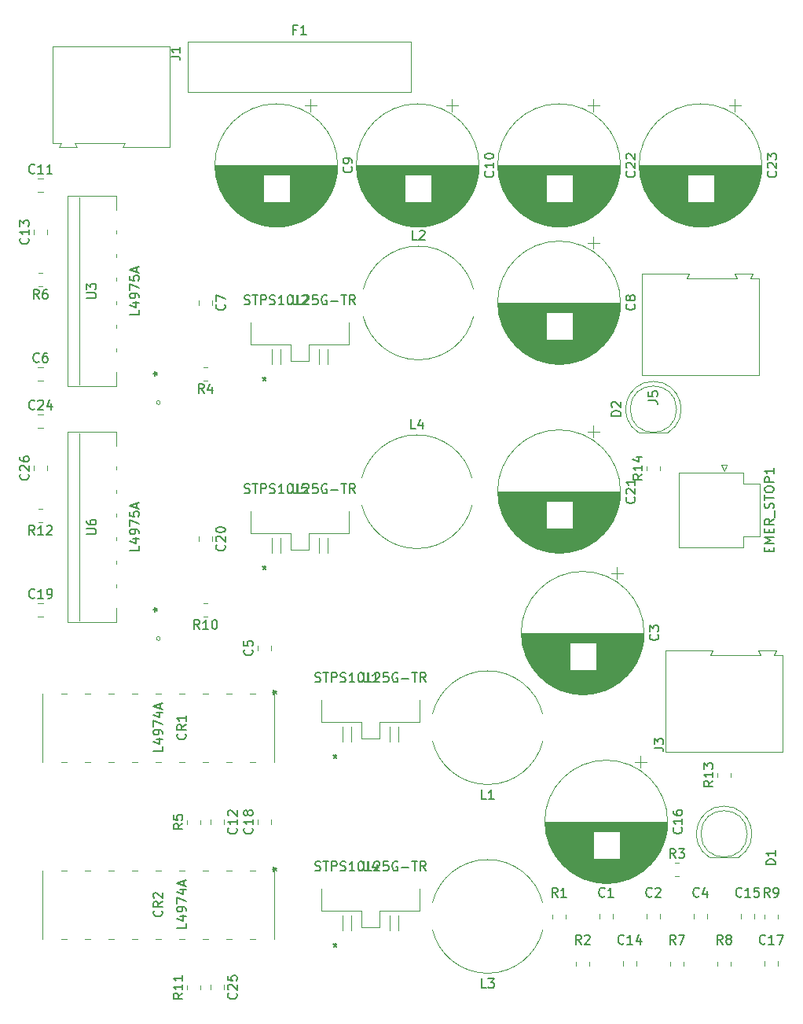
<source format=gbr>
%TF.GenerationSoftware,KiCad,Pcbnew,(6.0.1)*%
%TF.CreationDate,2022-02-19T17:03:56+01:00*%
%TF.ProjectId,PSU,5053552e-6b69-4636-9164-5f7063625858,rev?*%
%TF.SameCoordinates,Original*%
%TF.FileFunction,Legend,Top*%
%TF.FilePolarity,Positive*%
%FSLAX46Y46*%
G04 Gerber Fmt 4.6, Leading zero omitted, Abs format (unit mm)*
G04 Created by KiCad (PCBNEW (6.0.1)) date 2022-02-19 17:03:56*
%MOMM*%
%LPD*%
G01*
G04 APERTURE LIST*
%ADD10C,0.150000*%
%ADD11C,0.120000*%
G04 APERTURE END LIST*
D10*
%TO.C,R2*%
X76033333Y-117292380D02*
X75700000Y-116816190D01*
X75461904Y-117292380D02*
X75461904Y-116292380D01*
X75842857Y-116292380D01*
X75938095Y-116340000D01*
X75985714Y-116387619D01*
X76033333Y-116482857D01*
X76033333Y-116625714D01*
X75985714Y-116720952D01*
X75938095Y-116768571D01*
X75842857Y-116816190D01*
X75461904Y-116816190D01*
X76414285Y-116387619D02*
X76461904Y-116340000D01*
X76557142Y-116292380D01*
X76795238Y-116292380D01*
X76890476Y-116340000D01*
X76938095Y-116387619D01*
X76985714Y-116482857D01*
X76985714Y-116578095D01*
X76938095Y-116720952D01*
X76366666Y-117292380D01*
X76985714Y-117292380D01*
%TO.C,R14*%
X82622380Y-66682857D02*
X82146190Y-67016190D01*
X82622380Y-67254285D02*
X81622380Y-67254285D01*
X81622380Y-66873333D01*
X81670000Y-66778095D01*
X81717619Y-66730476D01*
X81812857Y-66682857D01*
X81955714Y-66682857D01*
X82050952Y-66730476D01*
X82098571Y-66778095D01*
X82146190Y-66873333D01*
X82146190Y-67254285D01*
X82622380Y-65730476D02*
X82622380Y-66301904D01*
X82622380Y-66016190D02*
X81622380Y-66016190D01*
X81765238Y-66111428D01*
X81860476Y-66206666D01*
X81908095Y-66301904D01*
X81955714Y-64873333D02*
X82622380Y-64873333D01*
X81574761Y-65111428D02*
X82289047Y-65349523D01*
X82289047Y-64730476D01*
%TO.C,R13*%
X90242380Y-99702857D02*
X89766190Y-100036190D01*
X90242380Y-100274285D02*
X89242380Y-100274285D01*
X89242380Y-99893333D01*
X89290000Y-99798095D01*
X89337619Y-99750476D01*
X89432857Y-99702857D01*
X89575714Y-99702857D01*
X89670952Y-99750476D01*
X89718571Y-99798095D01*
X89766190Y-99893333D01*
X89766190Y-100274285D01*
X90242380Y-98750476D02*
X90242380Y-99321904D01*
X90242380Y-99036190D02*
X89242380Y-99036190D01*
X89385238Y-99131428D01*
X89480476Y-99226666D01*
X89528095Y-99321904D01*
X89242380Y-98417142D02*
X89242380Y-97798095D01*
X89623333Y-98131428D01*
X89623333Y-97988571D01*
X89670952Y-97893333D01*
X89718571Y-97845714D01*
X89813809Y-97798095D01*
X90051904Y-97798095D01*
X90147142Y-97845714D01*
X90194761Y-97893333D01*
X90242380Y-97988571D01*
X90242380Y-98274285D01*
X90194761Y-98369523D01*
X90147142Y-98417142D01*
%TO.C,D2*%
X80312380Y-60428095D02*
X79312380Y-60428095D01*
X79312380Y-60190000D01*
X79360000Y-60047142D01*
X79455238Y-59951904D01*
X79550476Y-59904285D01*
X79740952Y-59856666D01*
X79883809Y-59856666D01*
X80074285Y-59904285D01*
X80169523Y-59951904D01*
X80264761Y-60047142D01*
X80312380Y-60190000D01*
X80312380Y-60428095D01*
X79407619Y-59475714D02*
X79360000Y-59428095D01*
X79312380Y-59332857D01*
X79312380Y-59094761D01*
X79360000Y-58999523D01*
X79407619Y-58951904D01*
X79502857Y-58904285D01*
X79598095Y-58904285D01*
X79740952Y-58951904D01*
X80312380Y-59523333D01*
X80312380Y-58904285D01*
%TO.C,D1*%
X96972380Y-108708095D02*
X95972380Y-108708095D01*
X95972380Y-108470000D01*
X96020000Y-108327142D01*
X96115238Y-108231904D01*
X96210476Y-108184285D01*
X96400952Y-108136666D01*
X96543809Y-108136666D01*
X96734285Y-108184285D01*
X96829523Y-108231904D01*
X96924761Y-108327142D01*
X96972380Y-108470000D01*
X96972380Y-108708095D01*
X96972380Y-107184285D02*
X96972380Y-107755714D01*
X96972380Y-107470000D02*
X95972380Y-107470000D01*
X96115238Y-107565238D01*
X96210476Y-107660476D01*
X96258095Y-107755714D01*
%TO.C,R12*%
X17137142Y-73222380D02*
X16803809Y-72746190D01*
X16565714Y-73222380D02*
X16565714Y-72222380D01*
X16946666Y-72222380D01*
X17041904Y-72270000D01*
X17089523Y-72317619D01*
X17137142Y-72412857D01*
X17137142Y-72555714D01*
X17089523Y-72650952D01*
X17041904Y-72698571D01*
X16946666Y-72746190D01*
X16565714Y-72746190D01*
X18089523Y-73222380D02*
X17518095Y-73222380D01*
X17803809Y-73222380D02*
X17803809Y-72222380D01*
X17708571Y-72365238D01*
X17613333Y-72460476D01*
X17518095Y-72508095D01*
X18470476Y-72317619D02*
X18518095Y-72270000D01*
X18613333Y-72222380D01*
X18851428Y-72222380D01*
X18946666Y-72270000D01*
X18994285Y-72317619D01*
X19041904Y-72412857D01*
X19041904Y-72508095D01*
X18994285Y-72650952D01*
X18422857Y-73222380D01*
X19041904Y-73222380D01*
%TO.C,R11*%
X33092380Y-122562857D02*
X32616190Y-122896190D01*
X33092380Y-123134285D02*
X32092380Y-123134285D01*
X32092380Y-122753333D01*
X32140000Y-122658095D01*
X32187619Y-122610476D01*
X32282857Y-122562857D01*
X32425714Y-122562857D01*
X32520952Y-122610476D01*
X32568571Y-122658095D01*
X32616190Y-122753333D01*
X32616190Y-123134285D01*
X33092380Y-121610476D02*
X33092380Y-122181904D01*
X33092380Y-121896190D02*
X32092380Y-121896190D01*
X32235238Y-121991428D01*
X32330476Y-122086666D01*
X32378095Y-122181904D01*
X33092380Y-120658095D02*
X33092380Y-121229523D01*
X33092380Y-120943809D02*
X32092380Y-120943809D01*
X32235238Y-121039047D01*
X32330476Y-121134285D01*
X32378095Y-121229523D01*
%TO.C,R10*%
X34917142Y-83382380D02*
X34583809Y-82906190D01*
X34345714Y-83382380D02*
X34345714Y-82382380D01*
X34726666Y-82382380D01*
X34821904Y-82430000D01*
X34869523Y-82477619D01*
X34917142Y-82572857D01*
X34917142Y-82715714D01*
X34869523Y-82810952D01*
X34821904Y-82858571D01*
X34726666Y-82906190D01*
X34345714Y-82906190D01*
X35869523Y-83382380D02*
X35298095Y-83382380D01*
X35583809Y-83382380D02*
X35583809Y-82382380D01*
X35488571Y-82525238D01*
X35393333Y-82620476D01*
X35298095Y-82668095D01*
X36488571Y-82382380D02*
X36583809Y-82382380D01*
X36679047Y-82430000D01*
X36726666Y-82477619D01*
X36774285Y-82572857D01*
X36821904Y-82763333D01*
X36821904Y-83001428D01*
X36774285Y-83191904D01*
X36726666Y-83287142D01*
X36679047Y-83334761D01*
X36583809Y-83382380D01*
X36488571Y-83382380D01*
X36393333Y-83334761D01*
X36345714Y-83287142D01*
X36298095Y-83191904D01*
X36250476Y-83001428D01*
X36250476Y-82763333D01*
X36298095Y-82572857D01*
X36345714Y-82477619D01*
X36393333Y-82430000D01*
X36488571Y-82382380D01*
%TO.C,R9*%
X96353333Y-112212380D02*
X96020000Y-111736190D01*
X95781904Y-112212380D02*
X95781904Y-111212380D01*
X96162857Y-111212380D01*
X96258095Y-111260000D01*
X96305714Y-111307619D01*
X96353333Y-111402857D01*
X96353333Y-111545714D01*
X96305714Y-111640952D01*
X96258095Y-111688571D01*
X96162857Y-111736190D01*
X95781904Y-111736190D01*
X96829523Y-112212380D02*
X97020000Y-112212380D01*
X97115238Y-112164761D01*
X97162857Y-112117142D01*
X97258095Y-111974285D01*
X97305714Y-111783809D01*
X97305714Y-111402857D01*
X97258095Y-111307619D01*
X97210476Y-111260000D01*
X97115238Y-111212380D01*
X96924761Y-111212380D01*
X96829523Y-111260000D01*
X96781904Y-111307619D01*
X96734285Y-111402857D01*
X96734285Y-111640952D01*
X96781904Y-111736190D01*
X96829523Y-111783809D01*
X96924761Y-111831428D01*
X97115238Y-111831428D01*
X97210476Y-111783809D01*
X97258095Y-111736190D01*
X97305714Y-111640952D01*
%TO.C,R8*%
X91273333Y-117292380D02*
X90940000Y-116816190D01*
X90701904Y-117292380D02*
X90701904Y-116292380D01*
X91082857Y-116292380D01*
X91178095Y-116340000D01*
X91225714Y-116387619D01*
X91273333Y-116482857D01*
X91273333Y-116625714D01*
X91225714Y-116720952D01*
X91178095Y-116768571D01*
X91082857Y-116816190D01*
X90701904Y-116816190D01*
X91844761Y-116720952D02*
X91749523Y-116673333D01*
X91701904Y-116625714D01*
X91654285Y-116530476D01*
X91654285Y-116482857D01*
X91701904Y-116387619D01*
X91749523Y-116340000D01*
X91844761Y-116292380D01*
X92035238Y-116292380D01*
X92130476Y-116340000D01*
X92178095Y-116387619D01*
X92225714Y-116482857D01*
X92225714Y-116530476D01*
X92178095Y-116625714D01*
X92130476Y-116673333D01*
X92035238Y-116720952D01*
X91844761Y-116720952D01*
X91749523Y-116768571D01*
X91701904Y-116816190D01*
X91654285Y-116911428D01*
X91654285Y-117101904D01*
X91701904Y-117197142D01*
X91749523Y-117244761D01*
X91844761Y-117292380D01*
X92035238Y-117292380D01*
X92130476Y-117244761D01*
X92178095Y-117197142D01*
X92225714Y-117101904D01*
X92225714Y-116911428D01*
X92178095Y-116816190D01*
X92130476Y-116768571D01*
X92035238Y-116720952D01*
%TO.C,R7*%
X86193333Y-117292380D02*
X85860000Y-116816190D01*
X85621904Y-117292380D02*
X85621904Y-116292380D01*
X86002857Y-116292380D01*
X86098095Y-116340000D01*
X86145714Y-116387619D01*
X86193333Y-116482857D01*
X86193333Y-116625714D01*
X86145714Y-116720952D01*
X86098095Y-116768571D01*
X86002857Y-116816190D01*
X85621904Y-116816190D01*
X86526666Y-116292380D02*
X87193333Y-116292380D01*
X86764761Y-117292380D01*
%TO.C,R6*%
X17613333Y-47822380D02*
X17280000Y-47346190D01*
X17041904Y-47822380D02*
X17041904Y-46822380D01*
X17422857Y-46822380D01*
X17518095Y-46870000D01*
X17565714Y-46917619D01*
X17613333Y-47012857D01*
X17613333Y-47155714D01*
X17565714Y-47250952D01*
X17518095Y-47298571D01*
X17422857Y-47346190D01*
X17041904Y-47346190D01*
X18470476Y-46822380D02*
X18280000Y-46822380D01*
X18184761Y-46870000D01*
X18137142Y-46917619D01*
X18041904Y-47060476D01*
X17994285Y-47250952D01*
X17994285Y-47631904D01*
X18041904Y-47727142D01*
X18089523Y-47774761D01*
X18184761Y-47822380D01*
X18375238Y-47822380D01*
X18470476Y-47774761D01*
X18518095Y-47727142D01*
X18565714Y-47631904D01*
X18565714Y-47393809D01*
X18518095Y-47298571D01*
X18470476Y-47250952D01*
X18375238Y-47203333D01*
X18184761Y-47203333D01*
X18089523Y-47250952D01*
X18041904Y-47298571D01*
X17994285Y-47393809D01*
%TO.C,R5*%
X33092380Y-104306666D02*
X32616190Y-104640000D01*
X33092380Y-104878095D02*
X32092380Y-104878095D01*
X32092380Y-104497142D01*
X32140000Y-104401904D01*
X32187619Y-104354285D01*
X32282857Y-104306666D01*
X32425714Y-104306666D01*
X32520952Y-104354285D01*
X32568571Y-104401904D01*
X32616190Y-104497142D01*
X32616190Y-104878095D01*
X32092380Y-103401904D02*
X32092380Y-103878095D01*
X32568571Y-103925714D01*
X32520952Y-103878095D01*
X32473333Y-103782857D01*
X32473333Y-103544761D01*
X32520952Y-103449523D01*
X32568571Y-103401904D01*
X32663809Y-103354285D01*
X32901904Y-103354285D01*
X32997142Y-103401904D01*
X33044761Y-103449523D01*
X33092380Y-103544761D01*
X33092380Y-103782857D01*
X33044761Y-103878095D01*
X32997142Y-103925714D01*
%TO.C,R4*%
X35393333Y-57982380D02*
X35060000Y-57506190D01*
X34821904Y-57982380D02*
X34821904Y-56982380D01*
X35202857Y-56982380D01*
X35298095Y-57030000D01*
X35345714Y-57077619D01*
X35393333Y-57172857D01*
X35393333Y-57315714D01*
X35345714Y-57410952D01*
X35298095Y-57458571D01*
X35202857Y-57506190D01*
X34821904Y-57506190D01*
X36250476Y-57315714D02*
X36250476Y-57982380D01*
X36012380Y-56934761D02*
X35774285Y-57649047D01*
X36393333Y-57649047D01*
%TO.C,R3*%
X86193333Y-108022380D02*
X85860000Y-107546190D01*
X85621904Y-108022380D02*
X85621904Y-107022380D01*
X86002857Y-107022380D01*
X86098095Y-107070000D01*
X86145714Y-107117619D01*
X86193333Y-107212857D01*
X86193333Y-107355714D01*
X86145714Y-107450952D01*
X86098095Y-107498571D01*
X86002857Y-107546190D01*
X85621904Y-107546190D01*
X86526666Y-107022380D02*
X87145714Y-107022380D01*
X86812380Y-107403333D01*
X86955238Y-107403333D01*
X87050476Y-107450952D01*
X87098095Y-107498571D01*
X87145714Y-107593809D01*
X87145714Y-107831904D01*
X87098095Y-107927142D01*
X87050476Y-107974761D01*
X86955238Y-108022380D01*
X86669523Y-108022380D01*
X86574285Y-107974761D01*
X86526666Y-107927142D01*
%TO.C,R1*%
X73493333Y-112212380D02*
X73160000Y-111736190D01*
X72921904Y-112212380D02*
X72921904Y-111212380D01*
X73302857Y-111212380D01*
X73398095Y-111260000D01*
X73445714Y-111307619D01*
X73493333Y-111402857D01*
X73493333Y-111545714D01*
X73445714Y-111640952D01*
X73398095Y-111688571D01*
X73302857Y-111736190D01*
X72921904Y-111736190D01*
X74445714Y-112212380D02*
X73874285Y-112212380D01*
X74160000Y-112212380D02*
X74160000Y-111212380D01*
X74064761Y-111355238D01*
X73969523Y-111450476D01*
X73874285Y-111498095D01*
%TO.C,U6*%
X22764246Y-73151904D02*
X23573770Y-73151904D01*
X23669008Y-73104285D01*
X23716627Y-73056666D01*
X23764246Y-72961428D01*
X23764246Y-72770952D01*
X23716627Y-72675714D01*
X23669008Y-72628095D01*
X23573770Y-72580476D01*
X22764246Y-72580476D01*
X22764246Y-71675714D02*
X22764246Y-71866190D01*
X22811866Y-71961428D01*
X22859485Y-72009047D01*
X23002342Y-72104285D01*
X23192818Y-72151904D01*
X23573770Y-72151904D01*
X23669008Y-72104285D01*
X23716627Y-72056666D01*
X23764246Y-71961428D01*
X23764246Y-71770952D01*
X23716627Y-71675714D01*
X23669008Y-71628095D01*
X23573770Y-71580476D01*
X23335675Y-71580476D01*
X23240437Y-71628095D01*
X23192818Y-71675714D01*
X23145199Y-71770952D01*
X23145199Y-71961428D01*
X23192818Y-72056666D01*
X23240437Y-72104285D01*
X23335675Y-72151904D01*
X28392380Y-74413809D02*
X28392380Y-74890000D01*
X27392380Y-74890000D01*
X27725714Y-73651904D02*
X28392380Y-73651904D01*
X27344761Y-73890000D02*
X28059047Y-74128095D01*
X28059047Y-73509047D01*
X28392380Y-73080476D02*
X28392380Y-72890000D01*
X28344761Y-72794761D01*
X28297142Y-72747142D01*
X28154285Y-72651904D01*
X27963809Y-72604285D01*
X27582857Y-72604285D01*
X27487619Y-72651904D01*
X27440000Y-72699523D01*
X27392380Y-72794761D01*
X27392380Y-72985238D01*
X27440000Y-73080476D01*
X27487619Y-73128095D01*
X27582857Y-73175714D01*
X27820952Y-73175714D01*
X27916190Y-73128095D01*
X27963809Y-73080476D01*
X28011428Y-72985238D01*
X28011428Y-72794761D01*
X27963809Y-72699523D01*
X27916190Y-72651904D01*
X27820952Y-72604285D01*
X27392380Y-72270952D02*
X27392380Y-71604285D01*
X28392380Y-72032857D01*
X27392380Y-70747142D02*
X27392380Y-71223333D01*
X27868571Y-71270952D01*
X27820952Y-71223333D01*
X27773333Y-71128095D01*
X27773333Y-70890000D01*
X27820952Y-70794761D01*
X27868571Y-70747142D01*
X27963809Y-70699523D01*
X28201904Y-70699523D01*
X28297142Y-70747142D01*
X28344761Y-70794761D01*
X28392380Y-70890000D01*
X28392380Y-71128095D01*
X28344761Y-71223333D01*
X28297142Y-71270952D01*
X28106666Y-70318571D02*
X28106666Y-69842380D01*
X28392380Y-70413809D02*
X27392380Y-70080476D01*
X28392380Y-69747142D01*
X29932380Y-81280000D02*
X30170476Y-81280000D01*
X30075238Y-81518095D02*
X30170476Y-81280000D01*
X30075238Y-81041904D01*
X30360952Y-81422857D02*
X30170476Y-81280000D01*
X30360952Y-81137142D01*
%TO.C,U5*%
X44958095Y-67740280D02*
X44958095Y-68549804D01*
X45005714Y-68645042D01*
X45053333Y-68692661D01*
X45148571Y-68740280D01*
X45339047Y-68740280D01*
X45434285Y-68692661D01*
X45481904Y-68645042D01*
X45529523Y-68549804D01*
X45529523Y-67740280D01*
X46481904Y-67740280D02*
X46005714Y-67740280D01*
X45958095Y-68216471D01*
X46005714Y-68168852D01*
X46100952Y-68121233D01*
X46339047Y-68121233D01*
X46434285Y-68168852D01*
X46481904Y-68216471D01*
X46529523Y-68311709D01*
X46529523Y-68549804D01*
X46481904Y-68645042D01*
X46434285Y-68692661D01*
X46339047Y-68740280D01*
X46100952Y-68740280D01*
X46005714Y-68692661D01*
X45958095Y-68645042D01*
X39767619Y-68692661D02*
X39910476Y-68740280D01*
X40148571Y-68740280D01*
X40243809Y-68692661D01*
X40291428Y-68645042D01*
X40339047Y-68549804D01*
X40339047Y-68454566D01*
X40291428Y-68359328D01*
X40243809Y-68311709D01*
X40148571Y-68264090D01*
X39958095Y-68216471D01*
X39862857Y-68168852D01*
X39815238Y-68121233D01*
X39767619Y-68025995D01*
X39767619Y-67930757D01*
X39815238Y-67835519D01*
X39862857Y-67787900D01*
X39958095Y-67740280D01*
X40196190Y-67740280D01*
X40339047Y-67787900D01*
X40624761Y-67740280D02*
X41196190Y-67740280D01*
X40910476Y-68740280D02*
X40910476Y-67740280D01*
X41529523Y-68740280D02*
X41529523Y-67740280D01*
X41910476Y-67740280D01*
X42005714Y-67787900D01*
X42053333Y-67835519D01*
X42100952Y-67930757D01*
X42100952Y-68073614D01*
X42053333Y-68168852D01*
X42005714Y-68216471D01*
X41910476Y-68264090D01*
X41529523Y-68264090D01*
X42481904Y-68692661D02*
X42624761Y-68740280D01*
X42862857Y-68740280D01*
X42958095Y-68692661D01*
X43005714Y-68645042D01*
X43053333Y-68549804D01*
X43053333Y-68454566D01*
X43005714Y-68359328D01*
X42958095Y-68311709D01*
X42862857Y-68264090D01*
X42672380Y-68216471D01*
X42577142Y-68168852D01*
X42529523Y-68121233D01*
X42481904Y-68025995D01*
X42481904Y-67930757D01*
X42529523Y-67835519D01*
X42577142Y-67787900D01*
X42672380Y-67740280D01*
X42910476Y-67740280D01*
X43053333Y-67787900D01*
X44005714Y-68740280D02*
X43434285Y-68740280D01*
X43720000Y-68740280D02*
X43720000Y-67740280D01*
X43624761Y-67883138D01*
X43529523Y-67978376D01*
X43434285Y-68025995D01*
X44624761Y-67740280D02*
X44720000Y-67740280D01*
X44815238Y-67787900D01*
X44862857Y-67835519D01*
X44910476Y-67930757D01*
X44958095Y-68121233D01*
X44958095Y-68359328D01*
X44910476Y-68549804D01*
X44862857Y-68645042D01*
X44815238Y-68692661D01*
X44720000Y-68740280D01*
X44624761Y-68740280D01*
X44529523Y-68692661D01*
X44481904Y-68645042D01*
X44434285Y-68549804D01*
X44386666Y-68359328D01*
X44386666Y-68121233D01*
X44434285Y-67930757D01*
X44481904Y-67835519D01*
X44529523Y-67787900D01*
X44624761Y-67740280D01*
X45862857Y-68740280D02*
X45386666Y-68740280D01*
X45386666Y-67740280D01*
X46148571Y-67835519D02*
X46196190Y-67787900D01*
X46291428Y-67740280D01*
X46529523Y-67740280D01*
X46624761Y-67787900D01*
X46672380Y-67835519D01*
X46720000Y-67930757D01*
X46720000Y-68025995D01*
X46672380Y-68168852D01*
X46100952Y-68740280D01*
X46720000Y-68740280D01*
X47624761Y-67740280D02*
X47148571Y-67740280D01*
X47100952Y-68216471D01*
X47148571Y-68168852D01*
X47243809Y-68121233D01*
X47481904Y-68121233D01*
X47577142Y-68168852D01*
X47624761Y-68216471D01*
X47672380Y-68311709D01*
X47672380Y-68549804D01*
X47624761Y-68645042D01*
X47577142Y-68692661D01*
X47481904Y-68740280D01*
X47243809Y-68740280D01*
X47148571Y-68692661D01*
X47100952Y-68645042D01*
X48624761Y-67787900D02*
X48529523Y-67740280D01*
X48386666Y-67740280D01*
X48243809Y-67787900D01*
X48148571Y-67883138D01*
X48100952Y-67978376D01*
X48053333Y-68168852D01*
X48053333Y-68311709D01*
X48100952Y-68502185D01*
X48148571Y-68597423D01*
X48243809Y-68692661D01*
X48386666Y-68740280D01*
X48481904Y-68740280D01*
X48624761Y-68692661D01*
X48672380Y-68645042D01*
X48672380Y-68311709D01*
X48481904Y-68311709D01*
X49100952Y-68359328D02*
X49862857Y-68359328D01*
X50196190Y-67740280D02*
X50767619Y-67740280D01*
X50481904Y-68740280D02*
X50481904Y-67740280D01*
X51672380Y-68740280D02*
X51339047Y-68264090D01*
X51100952Y-68740280D02*
X51100952Y-67740280D01*
X51481904Y-67740280D01*
X51577142Y-67787900D01*
X51624761Y-67835519D01*
X51672380Y-67930757D01*
X51672380Y-68073614D01*
X51624761Y-68168852D01*
X51577142Y-68216471D01*
X51481904Y-68264090D01*
X51100952Y-68264090D01*
X41910000Y-76503280D02*
X41910000Y-76741376D01*
X41671904Y-76646138D02*
X41910000Y-76741376D01*
X42148095Y-76646138D01*
X41767142Y-76931852D02*
X41910000Y-76741376D01*
X42052857Y-76931852D01*
X41910000Y-76503280D02*
X41910000Y-76741376D01*
X41671904Y-76646138D02*
X41910000Y-76741376D01*
X42148095Y-76646138D01*
X41767142Y-76931852D02*
X41910000Y-76741376D01*
X42052857Y-76931852D01*
%TO.C,U4*%
X52578095Y-108380280D02*
X52578095Y-109189804D01*
X52625714Y-109285042D01*
X52673333Y-109332661D01*
X52768571Y-109380280D01*
X52959047Y-109380280D01*
X53054285Y-109332661D01*
X53101904Y-109285042D01*
X53149523Y-109189804D01*
X53149523Y-108380280D01*
X54054285Y-108713614D02*
X54054285Y-109380280D01*
X53816190Y-108332661D02*
X53578095Y-109046947D01*
X54197142Y-109046947D01*
X47387619Y-109332661D02*
X47530476Y-109380280D01*
X47768571Y-109380280D01*
X47863809Y-109332661D01*
X47911428Y-109285042D01*
X47959047Y-109189804D01*
X47959047Y-109094566D01*
X47911428Y-108999328D01*
X47863809Y-108951709D01*
X47768571Y-108904090D01*
X47578095Y-108856471D01*
X47482857Y-108808852D01*
X47435238Y-108761233D01*
X47387619Y-108665995D01*
X47387619Y-108570757D01*
X47435238Y-108475519D01*
X47482857Y-108427900D01*
X47578095Y-108380280D01*
X47816190Y-108380280D01*
X47959047Y-108427900D01*
X48244761Y-108380280D02*
X48816190Y-108380280D01*
X48530476Y-109380280D02*
X48530476Y-108380280D01*
X49149523Y-109380280D02*
X49149523Y-108380280D01*
X49530476Y-108380280D01*
X49625714Y-108427900D01*
X49673333Y-108475519D01*
X49720952Y-108570757D01*
X49720952Y-108713614D01*
X49673333Y-108808852D01*
X49625714Y-108856471D01*
X49530476Y-108904090D01*
X49149523Y-108904090D01*
X50101904Y-109332661D02*
X50244761Y-109380280D01*
X50482857Y-109380280D01*
X50578095Y-109332661D01*
X50625714Y-109285042D01*
X50673333Y-109189804D01*
X50673333Y-109094566D01*
X50625714Y-108999328D01*
X50578095Y-108951709D01*
X50482857Y-108904090D01*
X50292380Y-108856471D01*
X50197142Y-108808852D01*
X50149523Y-108761233D01*
X50101904Y-108665995D01*
X50101904Y-108570757D01*
X50149523Y-108475519D01*
X50197142Y-108427900D01*
X50292380Y-108380280D01*
X50530476Y-108380280D01*
X50673333Y-108427900D01*
X51625714Y-109380280D02*
X51054285Y-109380280D01*
X51340000Y-109380280D02*
X51340000Y-108380280D01*
X51244761Y-108523138D01*
X51149523Y-108618376D01*
X51054285Y-108665995D01*
X52244761Y-108380280D02*
X52340000Y-108380280D01*
X52435238Y-108427900D01*
X52482857Y-108475519D01*
X52530476Y-108570757D01*
X52578095Y-108761233D01*
X52578095Y-108999328D01*
X52530476Y-109189804D01*
X52482857Y-109285042D01*
X52435238Y-109332661D01*
X52340000Y-109380280D01*
X52244761Y-109380280D01*
X52149523Y-109332661D01*
X52101904Y-109285042D01*
X52054285Y-109189804D01*
X52006666Y-108999328D01*
X52006666Y-108761233D01*
X52054285Y-108570757D01*
X52101904Y-108475519D01*
X52149523Y-108427900D01*
X52244761Y-108380280D01*
X53482857Y-109380280D02*
X53006666Y-109380280D01*
X53006666Y-108380280D01*
X53768571Y-108475519D02*
X53816190Y-108427900D01*
X53911428Y-108380280D01*
X54149523Y-108380280D01*
X54244761Y-108427900D01*
X54292380Y-108475519D01*
X54340000Y-108570757D01*
X54340000Y-108665995D01*
X54292380Y-108808852D01*
X53720952Y-109380280D01*
X54340000Y-109380280D01*
X55244761Y-108380280D02*
X54768571Y-108380280D01*
X54720952Y-108856471D01*
X54768571Y-108808852D01*
X54863809Y-108761233D01*
X55101904Y-108761233D01*
X55197142Y-108808852D01*
X55244761Y-108856471D01*
X55292380Y-108951709D01*
X55292380Y-109189804D01*
X55244761Y-109285042D01*
X55197142Y-109332661D01*
X55101904Y-109380280D01*
X54863809Y-109380280D01*
X54768571Y-109332661D01*
X54720952Y-109285042D01*
X56244761Y-108427900D02*
X56149523Y-108380280D01*
X56006666Y-108380280D01*
X55863809Y-108427900D01*
X55768571Y-108523138D01*
X55720952Y-108618376D01*
X55673333Y-108808852D01*
X55673333Y-108951709D01*
X55720952Y-109142185D01*
X55768571Y-109237423D01*
X55863809Y-109332661D01*
X56006666Y-109380280D01*
X56101904Y-109380280D01*
X56244761Y-109332661D01*
X56292380Y-109285042D01*
X56292380Y-108951709D01*
X56101904Y-108951709D01*
X56720952Y-108999328D02*
X57482857Y-108999328D01*
X57816190Y-108380280D02*
X58387619Y-108380280D01*
X58101904Y-109380280D02*
X58101904Y-108380280D01*
X59292380Y-109380280D02*
X58959047Y-108904090D01*
X58720952Y-109380280D02*
X58720952Y-108380280D01*
X59101904Y-108380280D01*
X59197142Y-108427900D01*
X59244761Y-108475519D01*
X59292380Y-108570757D01*
X59292380Y-108713614D01*
X59244761Y-108808852D01*
X59197142Y-108856471D01*
X59101904Y-108904090D01*
X58720952Y-108904090D01*
X49530000Y-117143280D02*
X49530000Y-117381376D01*
X49291904Y-117286138D02*
X49530000Y-117381376D01*
X49768095Y-117286138D01*
X49387142Y-117571852D02*
X49530000Y-117381376D01*
X49672857Y-117571852D01*
X49530000Y-117143280D02*
X49530000Y-117381376D01*
X49291904Y-117286138D02*
X49530000Y-117381376D01*
X49768095Y-117286138D01*
X49387142Y-117571852D02*
X49530000Y-117381376D01*
X49672857Y-117571852D01*
%TO.C,U3*%
X22764246Y-47751904D02*
X23573770Y-47751904D01*
X23669008Y-47704285D01*
X23716627Y-47656666D01*
X23764246Y-47561428D01*
X23764246Y-47370952D01*
X23716627Y-47275714D01*
X23669008Y-47228095D01*
X23573770Y-47180476D01*
X22764246Y-47180476D01*
X22764246Y-46799523D02*
X22764246Y-46180476D01*
X23145199Y-46513809D01*
X23145199Y-46370952D01*
X23192818Y-46275714D01*
X23240437Y-46228095D01*
X23335675Y-46180476D01*
X23573770Y-46180476D01*
X23669008Y-46228095D01*
X23716627Y-46275714D01*
X23764246Y-46370952D01*
X23764246Y-46656666D01*
X23716627Y-46751904D01*
X23669008Y-46799523D01*
X28392380Y-49013809D02*
X28392380Y-49490000D01*
X27392380Y-49490000D01*
X27725714Y-48251904D02*
X28392380Y-48251904D01*
X27344761Y-48490000D02*
X28059047Y-48728095D01*
X28059047Y-48109047D01*
X28392380Y-47680476D02*
X28392380Y-47490000D01*
X28344761Y-47394761D01*
X28297142Y-47347142D01*
X28154285Y-47251904D01*
X27963809Y-47204285D01*
X27582857Y-47204285D01*
X27487619Y-47251904D01*
X27440000Y-47299523D01*
X27392380Y-47394761D01*
X27392380Y-47585238D01*
X27440000Y-47680476D01*
X27487619Y-47728095D01*
X27582857Y-47775714D01*
X27820952Y-47775714D01*
X27916190Y-47728095D01*
X27963809Y-47680476D01*
X28011428Y-47585238D01*
X28011428Y-47394761D01*
X27963809Y-47299523D01*
X27916190Y-47251904D01*
X27820952Y-47204285D01*
X27392380Y-46870952D02*
X27392380Y-46204285D01*
X28392380Y-46632857D01*
X27392380Y-45347142D02*
X27392380Y-45823333D01*
X27868571Y-45870952D01*
X27820952Y-45823333D01*
X27773333Y-45728095D01*
X27773333Y-45490000D01*
X27820952Y-45394761D01*
X27868571Y-45347142D01*
X27963809Y-45299523D01*
X28201904Y-45299523D01*
X28297142Y-45347142D01*
X28344761Y-45394761D01*
X28392380Y-45490000D01*
X28392380Y-45728095D01*
X28344761Y-45823333D01*
X28297142Y-45870952D01*
X28106666Y-44918571D02*
X28106666Y-44442380D01*
X28392380Y-45013809D02*
X27392380Y-44680476D01*
X28392380Y-44347142D01*
X29932380Y-55880000D02*
X30170476Y-55880000D01*
X30075238Y-56118095D02*
X30170476Y-55880000D01*
X30075238Y-55641904D01*
X30360952Y-56022857D02*
X30170476Y-55880000D01*
X30360952Y-55737142D01*
%TO.C,U2*%
X44958095Y-47420280D02*
X44958095Y-48229804D01*
X45005714Y-48325042D01*
X45053333Y-48372661D01*
X45148571Y-48420280D01*
X45339047Y-48420280D01*
X45434285Y-48372661D01*
X45481904Y-48325042D01*
X45529523Y-48229804D01*
X45529523Y-47420280D01*
X45958095Y-47515519D02*
X46005714Y-47467900D01*
X46100952Y-47420280D01*
X46339047Y-47420280D01*
X46434285Y-47467900D01*
X46481904Y-47515519D01*
X46529523Y-47610757D01*
X46529523Y-47705995D01*
X46481904Y-47848852D01*
X45910476Y-48420280D01*
X46529523Y-48420280D01*
X39767619Y-48372661D02*
X39910476Y-48420280D01*
X40148571Y-48420280D01*
X40243809Y-48372661D01*
X40291428Y-48325042D01*
X40339047Y-48229804D01*
X40339047Y-48134566D01*
X40291428Y-48039328D01*
X40243809Y-47991709D01*
X40148571Y-47944090D01*
X39958095Y-47896471D01*
X39862857Y-47848852D01*
X39815238Y-47801233D01*
X39767619Y-47705995D01*
X39767619Y-47610757D01*
X39815238Y-47515519D01*
X39862857Y-47467900D01*
X39958095Y-47420280D01*
X40196190Y-47420280D01*
X40339047Y-47467900D01*
X40624761Y-47420280D02*
X41196190Y-47420280D01*
X40910476Y-48420280D02*
X40910476Y-47420280D01*
X41529523Y-48420280D02*
X41529523Y-47420280D01*
X41910476Y-47420280D01*
X42005714Y-47467900D01*
X42053333Y-47515519D01*
X42100952Y-47610757D01*
X42100952Y-47753614D01*
X42053333Y-47848852D01*
X42005714Y-47896471D01*
X41910476Y-47944090D01*
X41529523Y-47944090D01*
X42481904Y-48372661D02*
X42624761Y-48420280D01*
X42862857Y-48420280D01*
X42958095Y-48372661D01*
X43005714Y-48325042D01*
X43053333Y-48229804D01*
X43053333Y-48134566D01*
X43005714Y-48039328D01*
X42958095Y-47991709D01*
X42862857Y-47944090D01*
X42672380Y-47896471D01*
X42577142Y-47848852D01*
X42529523Y-47801233D01*
X42481904Y-47705995D01*
X42481904Y-47610757D01*
X42529523Y-47515519D01*
X42577142Y-47467900D01*
X42672380Y-47420280D01*
X42910476Y-47420280D01*
X43053333Y-47467900D01*
X44005714Y-48420280D02*
X43434285Y-48420280D01*
X43720000Y-48420280D02*
X43720000Y-47420280D01*
X43624761Y-47563138D01*
X43529523Y-47658376D01*
X43434285Y-47705995D01*
X44624761Y-47420280D02*
X44720000Y-47420280D01*
X44815238Y-47467900D01*
X44862857Y-47515519D01*
X44910476Y-47610757D01*
X44958095Y-47801233D01*
X44958095Y-48039328D01*
X44910476Y-48229804D01*
X44862857Y-48325042D01*
X44815238Y-48372661D01*
X44720000Y-48420280D01*
X44624761Y-48420280D01*
X44529523Y-48372661D01*
X44481904Y-48325042D01*
X44434285Y-48229804D01*
X44386666Y-48039328D01*
X44386666Y-47801233D01*
X44434285Y-47610757D01*
X44481904Y-47515519D01*
X44529523Y-47467900D01*
X44624761Y-47420280D01*
X45862857Y-48420280D02*
X45386666Y-48420280D01*
X45386666Y-47420280D01*
X46148571Y-47515519D02*
X46196190Y-47467900D01*
X46291428Y-47420280D01*
X46529523Y-47420280D01*
X46624761Y-47467900D01*
X46672380Y-47515519D01*
X46720000Y-47610757D01*
X46720000Y-47705995D01*
X46672380Y-47848852D01*
X46100952Y-48420280D01*
X46720000Y-48420280D01*
X47624761Y-47420280D02*
X47148571Y-47420280D01*
X47100952Y-47896471D01*
X47148571Y-47848852D01*
X47243809Y-47801233D01*
X47481904Y-47801233D01*
X47577142Y-47848852D01*
X47624761Y-47896471D01*
X47672380Y-47991709D01*
X47672380Y-48229804D01*
X47624761Y-48325042D01*
X47577142Y-48372661D01*
X47481904Y-48420280D01*
X47243809Y-48420280D01*
X47148571Y-48372661D01*
X47100952Y-48325042D01*
X48624761Y-47467900D02*
X48529523Y-47420280D01*
X48386666Y-47420280D01*
X48243809Y-47467900D01*
X48148571Y-47563138D01*
X48100952Y-47658376D01*
X48053333Y-47848852D01*
X48053333Y-47991709D01*
X48100952Y-48182185D01*
X48148571Y-48277423D01*
X48243809Y-48372661D01*
X48386666Y-48420280D01*
X48481904Y-48420280D01*
X48624761Y-48372661D01*
X48672380Y-48325042D01*
X48672380Y-47991709D01*
X48481904Y-47991709D01*
X49100952Y-48039328D02*
X49862857Y-48039328D01*
X50196190Y-47420280D02*
X50767619Y-47420280D01*
X50481904Y-48420280D02*
X50481904Y-47420280D01*
X51672380Y-48420280D02*
X51339047Y-47944090D01*
X51100952Y-48420280D02*
X51100952Y-47420280D01*
X51481904Y-47420280D01*
X51577142Y-47467900D01*
X51624761Y-47515519D01*
X51672380Y-47610757D01*
X51672380Y-47753614D01*
X51624761Y-47848852D01*
X51577142Y-47896471D01*
X51481904Y-47944090D01*
X51100952Y-47944090D01*
X41910000Y-56183280D02*
X41910000Y-56421376D01*
X41671904Y-56326138D02*
X41910000Y-56421376D01*
X42148095Y-56326138D01*
X41767142Y-56611852D02*
X41910000Y-56421376D01*
X42052857Y-56611852D01*
X41910000Y-56183280D02*
X41910000Y-56421376D01*
X41671904Y-56326138D02*
X41910000Y-56421376D01*
X42148095Y-56326138D01*
X41767142Y-56611852D02*
X41910000Y-56421376D01*
X42052857Y-56611852D01*
%TO.C,U1*%
X52578095Y-88060280D02*
X52578095Y-88869804D01*
X52625714Y-88965042D01*
X52673333Y-89012661D01*
X52768571Y-89060280D01*
X52959047Y-89060280D01*
X53054285Y-89012661D01*
X53101904Y-88965042D01*
X53149523Y-88869804D01*
X53149523Y-88060280D01*
X54149523Y-89060280D02*
X53578095Y-89060280D01*
X53863809Y-89060280D02*
X53863809Y-88060280D01*
X53768571Y-88203138D01*
X53673333Y-88298376D01*
X53578095Y-88345995D01*
X47387619Y-89012661D02*
X47530476Y-89060280D01*
X47768571Y-89060280D01*
X47863809Y-89012661D01*
X47911428Y-88965042D01*
X47959047Y-88869804D01*
X47959047Y-88774566D01*
X47911428Y-88679328D01*
X47863809Y-88631709D01*
X47768571Y-88584090D01*
X47578095Y-88536471D01*
X47482857Y-88488852D01*
X47435238Y-88441233D01*
X47387619Y-88345995D01*
X47387619Y-88250757D01*
X47435238Y-88155519D01*
X47482857Y-88107900D01*
X47578095Y-88060280D01*
X47816190Y-88060280D01*
X47959047Y-88107900D01*
X48244761Y-88060280D02*
X48816190Y-88060280D01*
X48530476Y-89060280D02*
X48530476Y-88060280D01*
X49149523Y-89060280D02*
X49149523Y-88060280D01*
X49530476Y-88060280D01*
X49625714Y-88107900D01*
X49673333Y-88155519D01*
X49720952Y-88250757D01*
X49720952Y-88393614D01*
X49673333Y-88488852D01*
X49625714Y-88536471D01*
X49530476Y-88584090D01*
X49149523Y-88584090D01*
X50101904Y-89012661D02*
X50244761Y-89060280D01*
X50482857Y-89060280D01*
X50578095Y-89012661D01*
X50625714Y-88965042D01*
X50673333Y-88869804D01*
X50673333Y-88774566D01*
X50625714Y-88679328D01*
X50578095Y-88631709D01*
X50482857Y-88584090D01*
X50292380Y-88536471D01*
X50197142Y-88488852D01*
X50149523Y-88441233D01*
X50101904Y-88345995D01*
X50101904Y-88250757D01*
X50149523Y-88155519D01*
X50197142Y-88107900D01*
X50292380Y-88060280D01*
X50530476Y-88060280D01*
X50673333Y-88107900D01*
X51625714Y-89060280D02*
X51054285Y-89060280D01*
X51340000Y-89060280D02*
X51340000Y-88060280D01*
X51244761Y-88203138D01*
X51149523Y-88298376D01*
X51054285Y-88345995D01*
X52244761Y-88060280D02*
X52340000Y-88060280D01*
X52435238Y-88107900D01*
X52482857Y-88155519D01*
X52530476Y-88250757D01*
X52578095Y-88441233D01*
X52578095Y-88679328D01*
X52530476Y-88869804D01*
X52482857Y-88965042D01*
X52435238Y-89012661D01*
X52340000Y-89060280D01*
X52244761Y-89060280D01*
X52149523Y-89012661D01*
X52101904Y-88965042D01*
X52054285Y-88869804D01*
X52006666Y-88679328D01*
X52006666Y-88441233D01*
X52054285Y-88250757D01*
X52101904Y-88155519D01*
X52149523Y-88107900D01*
X52244761Y-88060280D01*
X53482857Y-89060280D02*
X53006666Y-89060280D01*
X53006666Y-88060280D01*
X53768571Y-88155519D02*
X53816190Y-88107900D01*
X53911428Y-88060280D01*
X54149523Y-88060280D01*
X54244761Y-88107900D01*
X54292380Y-88155519D01*
X54340000Y-88250757D01*
X54340000Y-88345995D01*
X54292380Y-88488852D01*
X53720952Y-89060280D01*
X54340000Y-89060280D01*
X55244761Y-88060280D02*
X54768571Y-88060280D01*
X54720952Y-88536471D01*
X54768571Y-88488852D01*
X54863809Y-88441233D01*
X55101904Y-88441233D01*
X55197142Y-88488852D01*
X55244761Y-88536471D01*
X55292380Y-88631709D01*
X55292380Y-88869804D01*
X55244761Y-88965042D01*
X55197142Y-89012661D01*
X55101904Y-89060280D01*
X54863809Y-89060280D01*
X54768571Y-89012661D01*
X54720952Y-88965042D01*
X56244761Y-88107900D02*
X56149523Y-88060280D01*
X56006666Y-88060280D01*
X55863809Y-88107900D01*
X55768571Y-88203138D01*
X55720952Y-88298376D01*
X55673333Y-88488852D01*
X55673333Y-88631709D01*
X55720952Y-88822185D01*
X55768571Y-88917423D01*
X55863809Y-89012661D01*
X56006666Y-89060280D01*
X56101904Y-89060280D01*
X56244761Y-89012661D01*
X56292380Y-88965042D01*
X56292380Y-88631709D01*
X56101904Y-88631709D01*
X56720952Y-88679328D02*
X57482857Y-88679328D01*
X57816190Y-88060280D02*
X58387619Y-88060280D01*
X58101904Y-89060280D02*
X58101904Y-88060280D01*
X59292380Y-89060280D02*
X58959047Y-88584090D01*
X58720952Y-89060280D02*
X58720952Y-88060280D01*
X59101904Y-88060280D01*
X59197142Y-88107900D01*
X59244761Y-88155519D01*
X59292380Y-88250757D01*
X59292380Y-88393614D01*
X59244761Y-88488852D01*
X59197142Y-88536471D01*
X59101904Y-88584090D01*
X58720952Y-88584090D01*
X49530000Y-96823280D02*
X49530000Y-97061376D01*
X49291904Y-96966138D02*
X49530000Y-97061376D01*
X49768095Y-96966138D01*
X49387142Y-97251852D02*
X49530000Y-97061376D01*
X49672857Y-97251852D01*
X49530000Y-96823280D02*
X49530000Y-97061376D01*
X49291904Y-96966138D02*
X49530000Y-97061376D01*
X49768095Y-96966138D01*
X49387142Y-97251852D02*
X49530000Y-97061376D01*
X49672857Y-97251852D01*
%TO.C,L4*%
X58173333Y-61782380D02*
X57697142Y-61782380D01*
X57697142Y-60782380D01*
X58935238Y-61115714D02*
X58935238Y-61782380D01*
X58697142Y-60734761D02*
X58459047Y-61449047D01*
X59078095Y-61449047D01*
%TO.C,L3*%
X65793333Y-122002380D02*
X65317142Y-122002380D01*
X65317142Y-121002380D01*
X66031428Y-121002380D02*
X66650476Y-121002380D01*
X66317142Y-121383333D01*
X66460000Y-121383333D01*
X66555238Y-121430952D01*
X66602857Y-121478571D01*
X66650476Y-121573809D01*
X66650476Y-121811904D01*
X66602857Y-121907142D01*
X66555238Y-121954761D01*
X66460000Y-122002380D01*
X66174285Y-122002380D01*
X66079047Y-121954761D01*
X66031428Y-121907142D01*
%TO.C,L2*%
X58333333Y-41462380D02*
X57857142Y-41462380D01*
X57857142Y-40462380D01*
X58619047Y-40557619D02*
X58666666Y-40510000D01*
X58761904Y-40462380D01*
X59000000Y-40462380D01*
X59095238Y-40510000D01*
X59142857Y-40557619D01*
X59190476Y-40652857D01*
X59190476Y-40748095D01*
X59142857Y-40890952D01*
X58571428Y-41462380D01*
X59190476Y-41462380D01*
%TO.C,L1*%
X65793333Y-101682380D02*
X65317142Y-101682380D01*
X65317142Y-100682380D01*
X66650476Y-101682380D02*
X66079047Y-101682380D01*
X66364761Y-101682380D02*
X66364761Y-100682380D01*
X66269523Y-100825238D01*
X66174285Y-100920476D01*
X66079047Y-100968095D01*
%TO.C,J3*%
X83902380Y-96153333D02*
X84616666Y-96153333D01*
X84759523Y-96200952D01*
X84854761Y-96296190D01*
X84902380Y-96439047D01*
X84902380Y-96534285D01*
X83902380Y-95772380D02*
X83902380Y-95153333D01*
X84283333Y-95486666D01*
X84283333Y-95343809D01*
X84330952Y-95248571D01*
X84378571Y-95200952D01*
X84473809Y-95153333D01*
X84711904Y-95153333D01*
X84807142Y-95200952D01*
X84854761Y-95248571D01*
X84902380Y-95343809D01*
X84902380Y-95629523D01*
X84854761Y-95724761D01*
X84807142Y-95772380D01*
%TO.C,J5*%
X83272380Y-58753333D02*
X83986666Y-58753333D01*
X84129523Y-58800952D01*
X84224761Y-58896190D01*
X84272380Y-59039047D01*
X84272380Y-59134285D01*
X83272380Y-57800952D02*
X83272380Y-58277142D01*
X83748571Y-58324761D01*
X83700952Y-58277142D01*
X83653333Y-58181904D01*
X83653333Y-57943809D01*
X83700952Y-57848571D01*
X83748571Y-57800952D01*
X83843809Y-57753333D01*
X84081904Y-57753333D01*
X84177142Y-57800952D01*
X84224761Y-57848571D01*
X84272380Y-57943809D01*
X84272380Y-58181904D01*
X84224761Y-58277142D01*
X84177142Y-58324761D01*
%TO.C,J1*%
X31842380Y-21733333D02*
X32556666Y-21733333D01*
X32699523Y-21780952D01*
X32794761Y-21876190D01*
X32842380Y-22019047D01*
X32842380Y-22114285D01*
X32842380Y-20733333D02*
X32842380Y-21304761D01*
X32842380Y-21019047D02*
X31842380Y-21019047D01*
X31985238Y-21114285D01*
X32080476Y-21209523D01*
X32128095Y-21304761D01*
%TO.C,F1*%
X45356666Y-18838571D02*
X45023333Y-18838571D01*
X45023333Y-19362380D02*
X45023333Y-18362380D01*
X45499523Y-18362380D01*
X46404285Y-19362380D02*
X45832857Y-19362380D01*
X46118571Y-19362380D02*
X46118571Y-18362380D01*
X46023333Y-18505238D01*
X45928095Y-18600476D01*
X45832857Y-18648095D01*
%TO.C,EMER_STOP1*%
X96268571Y-75036190D02*
X96268571Y-74702857D01*
X96792380Y-74560000D02*
X96792380Y-75036190D01*
X95792380Y-75036190D01*
X95792380Y-74560000D01*
X96792380Y-74131428D02*
X95792380Y-74131428D01*
X96506666Y-73798095D01*
X95792380Y-73464761D01*
X96792380Y-73464761D01*
X96268571Y-72988571D02*
X96268571Y-72655238D01*
X96792380Y-72512380D02*
X96792380Y-72988571D01*
X95792380Y-72988571D01*
X95792380Y-72512380D01*
X96792380Y-71512380D02*
X96316190Y-71845714D01*
X96792380Y-72083809D02*
X95792380Y-72083809D01*
X95792380Y-71702857D01*
X95840000Y-71607619D01*
X95887619Y-71560000D01*
X95982857Y-71512380D01*
X96125714Y-71512380D01*
X96220952Y-71560000D01*
X96268571Y-71607619D01*
X96316190Y-71702857D01*
X96316190Y-72083809D01*
X96887619Y-71321904D02*
X96887619Y-70560000D01*
X96744761Y-70369523D02*
X96792380Y-70226666D01*
X96792380Y-69988571D01*
X96744761Y-69893333D01*
X96697142Y-69845714D01*
X96601904Y-69798095D01*
X96506666Y-69798095D01*
X96411428Y-69845714D01*
X96363809Y-69893333D01*
X96316190Y-69988571D01*
X96268571Y-70179047D01*
X96220952Y-70274285D01*
X96173333Y-70321904D01*
X96078095Y-70369523D01*
X95982857Y-70369523D01*
X95887619Y-70321904D01*
X95840000Y-70274285D01*
X95792380Y-70179047D01*
X95792380Y-69940952D01*
X95840000Y-69798095D01*
X95792380Y-69512380D02*
X95792380Y-68940952D01*
X96792380Y-69226666D02*
X95792380Y-69226666D01*
X95792380Y-68417142D02*
X95792380Y-68226666D01*
X95840000Y-68131428D01*
X95935238Y-68036190D01*
X96125714Y-67988571D01*
X96459047Y-67988571D01*
X96649523Y-68036190D01*
X96744761Y-68131428D01*
X96792380Y-68226666D01*
X96792380Y-68417142D01*
X96744761Y-68512380D01*
X96649523Y-68607619D01*
X96459047Y-68655238D01*
X96125714Y-68655238D01*
X95935238Y-68607619D01*
X95840000Y-68512380D01*
X95792380Y-68417142D01*
X96792380Y-67560000D02*
X95792380Y-67560000D01*
X95792380Y-67179047D01*
X95840000Y-67083809D01*
X95887619Y-67036190D01*
X95982857Y-66988571D01*
X96125714Y-66988571D01*
X96220952Y-67036190D01*
X96268571Y-67083809D01*
X96316190Y-67179047D01*
X96316190Y-67560000D01*
X96792380Y-66036190D02*
X96792380Y-66607619D01*
X96792380Y-66321904D02*
X95792380Y-66321904D01*
X95935238Y-66417142D01*
X96030476Y-66512380D01*
X96078095Y-66607619D01*
%TO.C,CR2*%
X30837142Y-113696666D02*
X30884761Y-113744285D01*
X30932380Y-113887142D01*
X30932380Y-113982380D01*
X30884761Y-114125238D01*
X30789523Y-114220476D01*
X30694285Y-114268095D01*
X30503809Y-114315714D01*
X30360952Y-114315714D01*
X30170476Y-114268095D01*
X30075238Y-114220476D01*
X29980000Y-114125238D01*
X29932380Y-113982380D01*
X29932380Y-113887142D01*
X29980000Y-113744285D01*
X30027619Y-113696666D01*
X30932380Y-112696666D02*
X30456190Y-113030000D01*
X30932380Y-113268095D02*
X29932380Y-113268095D01*
X29932380Y-112887142D01*
X29980000Y-112791904D01*
X30027619Y-112744285D01*
X30122857Y-112696666D01*
X30265714Y-112696666D01*
X30360952Y-112744285D01*
X30408571Y-112791904D01*
X30456190Y-112887142D01*
X30456190Y-113268095D01*
X30027619Y-112315714D02*
X29980000Y-112268095D01*
X29932380Y-112172857D01*
X29932380Y-111934761D01*
X29980000Y-111839523D01*
X30027619Y-111791904D01*
X30122857Y-111744285D01*
X30218095Y-111744285D01*
X30360952Y-111791904D01*
X30932380Y-112363333D01*
X30932380Y-111744285D01*
X33472380Y-115053809D02*
X33472380Y-115530000D01*
X32472380Y-115530000D01*
X32805714Y-114291904D02*
X33472380Y-114291904D01*
X32424761Y-114530000D02*
X33139047Y-114768095D01*
X33139047Y-114149047D01*
X33472380Y-113720476D02*
X33472380Y-113530000D01*
X33424761Y-113434761D01*
X33377142Y-113387142D01*
X33234285Y-113291904D01*
X33043809Y-113244285D01*
X32662857Y-113244285D01*
X32567619Y-113291904D01*
X32520000Y-113339523D01*
X32472380Y-113434761D01*
X32472380Y-113625238D01*
X32520000Y-113720476D01*
X32567619Y-113768095D01*
X32662857Y-113815714D01*
X32900952Y-113815714D01*
X32996190Y-113768095D01*
X33043809Y-113720476D01*
X33091428Y-113625238D01*
X33091428Y-113434761D01*
X33043809Y-113339523D01*
X32996190Y-113291904D01*
X32900952Y-113244285D01*
X32472380Y-112910952D02*
X32472380Y-112244285D01*
X33472380Y-112672857D01*
X32805714Y-111434761D02*
X33472380Y-111434761D01*
X32424761Y-111672857D02*
X33139047Y-111910952D01*
X33139047Y-111291904D01*
X33186666Y-110958571D02*
X33186666Y-110482380D01*
X33472380Y-111053809D02*
X32472380Y-110720476D01*
X33472380Y-110387142D01*
X42759380Y-109220000D02*
X42997476Y-109220000D01*
X42902238Y-109458095D02*
X42997476Y-109220000D01*
X42902238Y-108981904D01*
X43187952Y-109362857D02*
X42997476Y-109220000D01*
X43187952Y-109077142D01*
X42759380Y-109220000D02*
X42997476Y-109220000D01*
X42902238Y-109458095D02*
X42997476Y-109220000D01*
X42902238Y-108981904D01*
X43187952Y-109362857D02*
X42997476Y-109220000D01*
X43187952Y-109077142D01*
%TO.C,CR1*%
X33377142Y-94646666D02*
X33424761Y-94694285D01*
X33472380Y-94837142D01*
X33472380Y-94932380D01*
X33424761Y-95075238D01*
X33329523Y-95170476D01*
X33234285Y-95218095D01*
X33043809Y-95265714D01*
X32900952Y-95265714D01*
X32710476Y-95218095D01*
X32615238Y-95170476D01*
X32520000Y-95075238D01*
X32472380Y-94932380D01*
X32472380Y-94837142D01*
X32520000Y-94694285D01*
X32567619Y-94646666D01*
X33472380Y-93646666D02*
X32996190Y-93980000D01*
X33472380Y-94218095D02*
X32472380Y-94218095D01*
X32472380Y-93837142D01*
X32520000Y-93741904D01*
X32567619Y-93694285D01*
X32662857Y-93646666D01*
X32805714Y-93646666D01*
X32900952Y-93694285D01*
X32948571Y-93741904D01*
X32996190Y-93837142D01*
X32996190Y-94218095D01*
X33472380Y-92694285D02*
X33472380Y-93265714D01*
X33472380Y-92980000D02*
X32472380Y-92980000D01*
X32615238Y-93075238D01*
X32710476Y-93170476D01*
X32758095Y-93265714D01*
X30932380Y-96003809D02*
X30932380Y-96480000D01*
X29932380Y-96480000D01*
X30265714Y-95241904D02*
X30932380Y-95241904D01*
X29884761Y-95480000D02*
X30599047Y-95718095D01*
X30599047Y-95099047D01*
X30932380Y-94670476D02*
X30932380Y-94480000D01*
X30884761Y-94384761D01*
X30837142Y-94337142D01*
X30694285Y-94241904D01*
X30503809Y-94194285D01*
X30122857Y-94194285D01*
X30027619Y-94241904D01*
X29980000Y-94289523D01*
X29932380Y-94384761D01*
X29932380Y-94575238D01*
X29980000Y-94670476D01*
X30027619Y-94718095D01*
X30122857Y-94765714D01*
X30360952Y-94765714D01*
X30456190Y-94718095D01*
X30503809Y-94670476D01*
X30551428Y-94575238D01*
X30551428Y-94384761D01*
X30503809Y-94289523D01*
X30456190Y-94241904D01*
X30360952Y-94194285D01*
X29932380Y-93860952D02*
X29932380Y-93194285D01*
X30932380Y-93622857D01*
X30265714Y-92384761D02*
X30932380Y-92384761D01*
X29884761Y-92622857D02*
X30599047Y-92860952D01*
X30599047Y-92241904D01*
X30646666Y-91908571D02*
X30646666Y-91432380D01*
X30932380Y-92003809D02*
X29932380Y-91670476D01*
X30932380Y-91337142D01*
X42759380Y-90170000D02*
X42997476Y-90170000D01*
X42902238Y-90408095D02*
X42997476Y-90170000D01*
X42902238Y-89931904D01*
X43187952Y-90312857D02*
X42997476Y-90170000D01*
X43187952Y-90027142D01*
X42759380Y-90170000D02*
X42997476Y-90170000D01*
X42902238Y-90408095D02*
X42997476Y-90170000D01*
X42902238Y-89931904D01*
X43187952Y-90312857D02*
X42997476Y-90170000D01*
X43187952Y-90027142D01*
%TO.C,C26*%
X16457142Y-66682857D02*
X16504761Y-66730476D01*
X16552380Y-66873333D01*
X16552380Y-66968571D01*
X16504761Y-67111428D01*
X16409523Y-67206666D01*
X16314285Y-67254285D01*
X16123809Y-67301904D01*
X15980952Y-67301904D01*
X15790476Y-67254285D01*
X15695238Y-67206666D01*
X15600000Y-67111428D01*
X15552380Y-66968571D01*
X15552380Y-66873333D01*
X15600000Y-66730476D01*
X15647619Y-66682857D01*
X15647619Y-66301904D02*
X15600000Y-66254285D01*
X15552380Y-66159047D01*
X15552380Y-65920952D01*
X15600000Y-65825714D01*
X15647619Y-65778095D01*
X15742857Y-65730476D01*
X15838095Y-65730476D01*
X15980952Y-65778095D01*
X16552380Y-66349523D01*
X16552380Y-65730476D01*
X15552380Y-64873333D02*
X15552380Y-65063809D01*
X15600000Y-65159047D01*
X15647619Y-65206666D01*
X15790476Y-65301904D01*
X15980952Y-65349523D01*
X16361904Y-65349523D01*
X16457142Y-65301904D01*
X16504761Y-65254285D01*
X16552380Y-65159047D01*
X16552380Y-64968571D01*
X16504761Y-64873333D01*
X16457142Y-64825714D01*
X16361904Y-64778095D01*
X16123809Y-64778095D01*
X16028571Y-64825714D01*
X15980952Y-64873333D01*
X15933333Y-64968571D01*
X15933333Y-65159047D01*
X15980952Y-65254285D01*
X16028571Y-65301904D01*
X16123809Y-65349523D01*
%TO.C,C25*%
X38867142Y-122562857D02*
X38914761Y-122610476D01*
X38962380Y-122753333D01*
X38962380Y-122848571D01*
X38914761Y-122991428D01*
X38819523Y-123086666D01*
X38724285Y-123134285D01*
X38533809Y-123181904D01*
X38390952Y-123181904D01*
X38200476Y-123134285D01*
X38105238Y-123086666D01*
X38010000Y-122991428D01*
X37962380Y-122848571D01*
X37962380Y-122753333D01*
X38010000Y-122610476D01*
X38057619Y-122562857D01*
X38057619Y-122181904D02*
X38010000Y-122134285D01*
X37962380Y-122039047D01*
X37962380Y-121800952D01*
X38010000Y-121705714D01*
X38057619Y-121658095D01*
X38152857Y-121610476D01*
X38248095Y-121610476D01*
X38390952Y-121658095D01*
X38962380Y-122229523D01*
X38962380Y-121610476D01*
X37962380Y-120705714D02*
X37962380Y-121181904D01*
X38438571Y-121229523D01*
X38390952Y-121181904D01*
X38343333Y-121086666D01*
X38343333Y-120848571D01*
X38390952Y-120753333D01*
X38438571Y-120705714D01*
X38533809Y-120658095D01*
X38771904Y-120658095D01*
X38867142Y-120705714D01*
X38914761Y-120753333D01*
X38962380Y-120848571D01*
X38962380Y-121086666D01*
X38914761Y-121181904D01*
X38867142Y-121229523D01*
%TO.C,C24*%
X17137142Y-59637142D02*
X17089523Y-59684761D01*
X16946666Y-59732380D01*
X16851428Y-59732380D01*
X16708571Y-59684761D01*
X16613333Y-59589523D01*
X16565714Y-59494285D01*
X16518095Y-59303809D01*
X16518095Y-59160952D01*
X16565714Y-58970476D01*
X16613333Y-58875238D01*
X16708571Y-58780000D01*
X16851428Y-58732380D01*
X16946666Y-58732380D01*
X17089523Y-58780000D01*
X17137142Y-58827619D01*
X17518095Y-58827619D02*
X17565714Y-58780000D01*
X17660952Y-58732380D01*
X17899047Y-58732380D01*
X17994285Y-58780000D01*
X18041904Y-58827619D01*
X18089523Y-58922857D01*
X18089523Y-59018095D01*
X18041904Y-59160952D01*
X17470476Y-59732380D01*
X18089523Y-59732380D01*
X18946666Y-59065714D02*
X18946666Y-59732380D01*
X18708571Y-58684761D02*
X18470476Y-59399047D01*
X19089523Y-59399047D01*
%TO.C,C23*%
X97007142Y-34082857D02*
X97054761Y-34130476D01*
X97102380Y-34273333D01*
X97102380Y-34368571D01*
X97054761Y-34511428D01*
X96959523Y-34606666D01*
X96864285Y-34654285D01*
X96673809Y-34701904D01*
X96530952Y-34701904D01*
X96340476Y-34654285D01*
X96245238Y-34606666D01*
X96150000Y-34511428D01*
X96102380Y-34368571D01*
X96102380Y-34273333D01*
X96150000Y-34130476D01*
X96197619Y-34082857D01*
X96197619Y-33701904D02*
X96150000Y-33654285D01*
X96102380Y-33559047D01*
X96102380Y-33320952D01*
X96150000Y-33225714D01*
X96197619Y-33178095D01*
X96292857Y-33130476D01*
X96388095Y-33130476D01*
X96530952Y-33178095D01*
X97102380Y-33749523D01*
X97102380Y-33130476D01*
X96102380Y-32797142D02*
X96102380Y-32178095D01*
X96483333Y-32511428D01*
X96483333Y-32368571D01*
X96530952Y-32273333D01*
X96578571Y-32225714D01*
X96673809Y-32178095D01*
X96911904Y-32178095D01*
X97007142Y-32225714D01*
X97054761Y-32273333D01*
X97102380Y-32368571D01*
X97102380Y-32654285D01*
X97054761Y-32749523D01*
X97007142Y-32797142D01*
%TO.C,C22*%
X81767142Y-34082857D02*
X81814761Y-34130476D01*
X81862380Y-34273333D01*
X81862380Y-34368571D01*
X81814761Y-34511428D01*
X81719523Y-34606666D01*
X81624285Y-34654285D01*
X81433809Y-34701904D01*
X81290952Y-34701904D01*
X81100476Y-34654285D01*
X81005238Y-34606666D01*
X80910000Y-34511428D01*
X80862380Y-34368571D01*
X80862380Y-34273333D01*
X80910000Y-34130476D01*
X80957619Y-34082857D01*
X80957619Y-33701904D02*
X80910000Y-33654285D01*
X80862380Y-33559047D01*
X80862380Y-33320952D01*
X80910000Y-33225714D01*
X80957619Y-33178095D01*
X81052857Y-33130476D01*
X81148095Y-33130476D01*
X81290952Y-33178095D01*
X81862380Y-33749523D01*
X81862380Y-33130476D01*
X80957619Y-32749523D02*
X80910000Y-32701904D01*
X80862380Y-32606666D01*
X80862380Y-32368571D01*
X80910000Y-32273333D01*
X80957619Y-32225714D01*
X81052857Y-32178095D01*
X81148095Y-32178095D01*
X81290952Y-32225714D01*
X81862380Y-32797142D01*
X81862380Y-32178095D01*
%TO.C,C21*%
X81767142Y-69182857D02*
X81814761Y-69230476D01*
X81862380Y-69373333D01*
X81862380Y-69468571D01*
X81814761Y-69611428D01*
X81719523Y-69706666D01*
X81624285Y-69754285D01*
X81433809Y-69801904D01*
X81290952Y-69801904D01*
X81100476Y-69754285D01*
X81005238Y-69706666D01*
X80910000Y-69611428D01*
X80862380Y-69468571D01*
X80862380Y-69373333D01*
X80910000Y-69230476D01*
X80957619Y-69182857D01*
X80957619Y-68801904D02*
X80910000Y-68754285D01*
X80862380Y-68659047D01*
X80862380Y-68420952D01*
X80910000Y-68325714D01*
X80957619Y-68278095D01*
X81052857Y-68230476D01*
X81148095Y-68230476D01*
X81290952Y-68278095D01*
X81862380Y-68849523D01*
X81862380Y-68230476D01*
X81862380Y-67278095D02*
X81862380Y-67849523D01*
X81862380Y-67563809D02*
X80862380Y-67563809D01*
X81005238Y-67659047D01*
X81100476Y-67754285D01*
X81148095Y-67849523D01*
%TO.C,C20*%
X37597142Y-74302857D02*
X37644761Y-74350476D01*
X37692380Y-74493333D01*
X37692380Y-74588571D01*
X37644761Y-74731428D01*
X37549523Y-74826666D01*
X37454285Y-74874285D01*
X37263809Y-74921904D01*
X37120952Y-74921904D01*
X36930476Y-74874285D01*
X36835238Y-74826666D01*
X36740000Y-74731428D01*
X36692380Y-74588571D01*
X36692380Y-74493333D01*
X36740000Y-74350476D01*
X36787619Y-74302857D01*
X36787619Y-73921904D02*
X36740000Y-73874285D01*
X36692380Y-73779047D01*
X36692380Y-73540952D01*
X36740000Y-73445714D01*
X36787619Y-73398095D01*
X36882857Y-73350476D01*
X36978095Y-73350476D01*
X37120952Y-73398095D01*
X37692380Y-73969523D01*
X37692380Y-73350476D01*
X36692380Y-72731428D02*
X36692380Y-72636190D01*
X36740000Y-72540952D01*
X36787619Y-72493333D01*
X36882857Y-72445714D01*
X37073333Y-72398095D01*
X37311428Y-72398095D01*
X37501904Y-72445714D01*
X37597142Y-72493333D01*
X37644761Y-72540952D01*
X37692380Y-72636190D01*
X37692380Y-72731428D01*
X37644761Y-72826666D01*
X37597142Y-72874285D01*
X37501904Y-72921904D01*
X37311428Y-72969523D01*
X37073333Y-72969523D01*
X36882857Y-72921904D01*
X36787619Y-72874285D01*
X36740000Y-72826666D01*
X36692380Y-72731428D01*
%TO.C,C19*%
X17137142Y-79957142D02*
X17089523Y-80004761D01*
X16946666Y-80052380D01*
X16851428Y-80052380D01*
X16708571Y-80004761D01*
X16613333Y-79909523D01*
X16565714Y-79814285D01*
X16518095Y-79623809D01*
X16518095Y-79480952D01*
X16565714Y-79290476D01*
X16613333Y-79195238D01*
X16708571Y-79100000D01*
X16851428Y-79052380D01*
X16946666Y-79052380D01*
X17089523Y-79100000D01*
X17137142Y-79147619D01*
X18089523Y-80052380D02*
X17518095Y-80052380D01*
X17803809Y-80052380D02*
X17803809Y-79052380D01*
X17708571Y-79195238D01*
X17613333Y-79290476D01*
X17518095Y-79338095D01*
X18565714Y-80052380D02*
X18756190Y-80052380D01*
X18851428Y-80004761D01*
X18899047Y-79957142D01*
X18994285Y-79814285D01*
X19041904Y-79623809D01*
X19041904Y-79242857D01*
X18994285Y-79147619D01*
X18946666Y-79100000D01*
X18851428Y-79052380D01*
X18660952Y-79052380D01*
X18565714Y-79100000D01*
X18518095Y-79147619D01*
X18470476Y-79242857D01*
X18470476Y-79480952D01*
X18518095Y-79576190D01*
X18565714Y-79623809D01*
X18660952Y-79671428D01*
X18851428Y-79671428D01*
X18946666Y-79623809D01*
X18994285Y-79576190D01*
X19041904Y-79480952D01*
%TO.C,C18*%
X40587142Y-104782857D02*
X40634761Y-104830476D01*
X40682380Y-104973333D01*
X40682380Y-105068571D01*
X40634761Y-105211428D01*
X40539523Y-105306666D01*
X40444285Y-105354285D01*
X40253809Y-105401904D01*
X40110952Y-105401904D01*
X39920476Y-105354285D01*
X39825238Y-105306666D01*
X39730000Y-105211428D01*
X39682380Y-105068571D01*
X39682380Y-104973333D01*
X39730000Y-104830476D01*
X39777619Y-104782857D01*
X40682380Y-103830476D02*
X40682380Y-104401904D01*
X40682380Y-104116190D02*
X39682380Y-104116190D01*
X39825238Y-104211428D01*
X39920476Y-104306666D01*
X39968095Y-104401904D01*
X40110952Y-103259047D02*
X40063333Y-103354285D01*
X40015714Y-103401904D01*
X39920476Y-103449523D01*
X39872857Y-103449523D01*
X39777619Y-103401904D01*
X39730000Y-103354285D01*
X39682380Y-103259047D01*
X39682380Y-103068571D01*
X39730000Y-102973333D01*
X39777619Y-102925714D01*
X39872857Y-102878095D01*
X39920476Y-102878095D01*
X40015714Y-102925714D01*
X40063333Y-102973333D01*
X40110952Y-103068571D01*
X40110952Y-103259047D01*
X40158571Y-103354285D01*
X40206190Y-103401904D01*
X40301428Y-103449523D01*
X40491904Y-103449523D01*
X40587142Y-103401904D01*
X40634761Y-103354285D01*
X40682380Y-103259047D01*
X40682380Y-103068571D01*
X40634761Y-102973333D01*
X40587142Y-102925714D01*
X40491904Y-102878095D01*
X40301428Y-102878095D01*
X40206190Y-102925714D01*
X40158571Y-102973333D01*
X40110952Y-103068571D01*
%TO.C,C17*%
X95877142Y-117197142D02*
X95829523Y-117244761D01*
X95686666Y-117292380D01*
X95591428Y-117292380D01*
X95448571Y-117244761D01*
X95353333Y-117149523D01*
X95305714Y-117054285D01*
X95258095Y-116863809D01*
X95258095Y-116720952D01*
X95305714Y-116530476D01*
X95353333Y-116435238D01*
X95448571Y-116340000D01*
X95591428Y-116292380D01*
X95686666Y-116292380D01*
X95829523Y-116340000D01*
X95877142Y-116387619D01*
X96829523Y-117292380D02*
X96258095Y-117292380D01*
X96543809Y-117292380D02*
X96543809Y-116292380D01*
X96448571Y-116435238D01*
X96353333Y-116530476D01*
X96258095Y-116578095D01*
X97162857Y-116292380D02*
X97829523Y-116292380D01*
X97400952Y-117292380D01*
%TO.C,C16*%
X86847142Y-104742857D02*
X86894761Y-104790476D01*
X86942380Y-104933333D01*
X86942380Y-105028571D01*
X86894761Y-105171428D01*
X86799523Y-105266666D01*
X86704285Y-105314285D01*
X86513809Y-105361904D01*
X86370952Y-105361904D01*
X86180476Y-105314285D01*
X86085238Y-105266666D01*
X85990000Y-105171428D01*
X85942380Y-105028571D01*
X85942380Y-104933333D01*
X85990000Y-104790476D01*
X86037619Y-104742857D01*
X86942380Y-103790476D02*
X86942380Y-104361904D01*
X86942380Y-104076190D02*
X85942380Y-104076190D01*
X86085238Y-104171428D01*
X86180476Y-104266666D01*
X86228095Y-104361904D01*
X85942380Y-102933333D02*
X85942380Y-103123809D01*
X85990000Y-103219047D01*
X86037619Y-103266666D01*
X86180476Y-103361904D01*
X86370952Y-103409523D01*
X86751904Y-103409523D01*
X86847142Y-103361904D01*
X86894761Y-103314285D01*
X86942380Y-103219047D01*
X86942380Y-103028571D01*
X86894761Y-102933333D01*
X86847142Y-102885714D01*
X86751904Y-102838095D01*
X86513809Y-102838095D01*
X86418571Y-102885714D01*
X86370952Y-102933333D01*
X86323333Y-103028571D01*
X86323333Y-103219047D01*
X86370952Y-103314285D01*
X86418571Y-103361904D01*
X86513809Y-103409523D01*
%TO.C,C15*%
X93337142Y-112117142D02*
X93289523Y-112164761D01*
X93146666Y-112212380D01*
X93051428Y-112212380D01*
X92908571Y-112164761D01*
X92813333Y-112069523D01*
X92765714Y-111974285D01*
X92718095Y-111783809D01*
X92718095Y-111640952D01*
X92765714Y-111450476D01*
X92813333Y-111355238D01*
X92908571Y-111260000D01*
X93051428Y-111212380D01*
X93146666Y-111212380D01*
X93289523Y-111260000D01*
X93337142Y-111307619D01*
X94289523Y-112212380D02*
X93718095Y-112212380D01*
X94003809Y-112212380D02*
X94003809Y-111212380D01*
X93908571Y-111355238D01*
X93813333Y-111450476D01*
X93718095Y-111498095D01*
X95194285Y-111212380D02*
X94718095Y-111212380D01*
X94670476Y-111688571D01*
X94718095Y-111640952D01*
X94813333Y-111593333D01*
X95051428Y-111593333D01*
X95146666Y-111640952D01*
X95194285Y-111688571D01*
X95241904Y-111783809D01*
X95241904Y-112021904D01*
X95194285Y-112117142D01*
X95146666Y-112164761D01*
X95051428Y-112212380D01*
X94813333Y-112212380D01*
X94718095Y-112164761D01*
X94670476Y-112117142D01*
%TO.C,C14*%
X80637142Y-117197142D02*
X80589523Y-117244761D01*
X80446666Y-117292380D01*
X80351428Y-117292380D01*
X80208571Y-117244761D01*
X80113333Y-117149523D01*
X80065714Y-117054285D01*
X80018095Y-116863809D01*
X80018095Y-116720952D01*
X80065714Y-116530476D01*
X80113333Y-116435238D01*
X80208571Y-116340000D01*
X80351428Y-116292380D01*
X80446666Y-116292380D01*
X80589523Y-116340000D01*
X80637142Y-116387619D01*
X81589523Y-117292380D02*
X81018095Y-117292380D01*
X81303809Y-117292380D02*
X81303809Y-116292380D01*
X81208571Y-116435238D01*
X81113333Y-116530476D01*
X81018095Y-116578095D01*
X82446666Y-116625714D02*
X82446666Y-117292380D01*
X82208571Y-116244761D02*
X81970476Y-116959047D01*
X82589523Y-116959047D01*
%TO.C,C13*%
X16457142Y-41282857D02*
X16504761Y-41330476D01*
X16552380Y-41473333D01*
X16552380Y-41568571D01*
X16504761Y-41711428D01*
X16409523Y-41806666D01*
X16314285Y-41854285D01*
X16123809Y-41901904D01*
X15980952Y-41901904D01*
X15790476Y-41854285D01*
X15695238Y-41806666D01*
X15600000Y-41711428D01*
X15552380Y-41568571D01*
X15552380Y-41473333D01*
X15600000Y-41330476D01*
X15647619Y-41282857D01*
X16552380Y-40330476D02*
X16552380Y-40901904D01*
X16552380Y-40616190D02*
X15552380Y-40616190D01*
X15695238Y-40711428D01*
X15790476Y-40806666D01*
X15838095Y-40901904D01*
X15552380Y-39997142D02*
X15552380Y-39378095D01*
X15933333Y-39711428D01*
X15933333Y-39568571D01*
X15980952Y-39473333D01*
X16028571Y-39425714D01*
X16123809Y-39378095D01*
X16361904Y-39378095D01*
X16457142Y-39425714D01*
X16504761Y-39473333D01*
X16552380Y-39568571D01*
X16552380Y-39854285D01*
X16504761Y-39949523D01*
X16457142Y-39997142D01*
%TO.C,C12*%
X38867142Y-104782857D02*
X38914761Y-104830476D01*
X38962380Y-104973333D01*
X38962380Y-105068571D01*
X38914761Y-105211428D01*
X38819523Y-105306666D01*
X38724285Y-105354285D01*
X38533809Y-105401904D01*
X38390952Y-105401904D01*
X38200476Y-105354285D01*
X38105238Y-105306666D01*
X38010000Y-105211428D01*
X37962380Y-105068571D01*
X37962380Y-104973333D01*
X38010000Y-104830476D01*
X38057619Y-104782857D01*
X38962380Y-103830476D02*
X38962380Y-104401904D01*
X38962380Y-104116190D02*
X37962380Y-104116190D01*
X38105238Y-104211428D01*
X38200476Y-104306666D01*
X38248095Y-104401904D01*
X38057619Y-103449523D02*
X38010000Y-103401904D01*
X37962380Y-103306666D01*
X37962380Y-103068571D01*
X38010000Y-102973333D01*
X38057619Y-102925714D01*
X38152857Y-102878095D01*
X38248095Y-102878095D01*
X38390952Y-102925714D01*
X38962380Y-103497142D01*
X38962380Y-102878095D01*
%TO.C,C11*%
X17137142Y-34237142D02*
X17089523Y-34284761D01*
X16946666Y-34332380D01*
X16851428Y-34332380D01*
X16708571Y-34284761D01*
X16613333Y-34189523D01*
X16565714Y-34094285D01*
X16518095Y-33903809D01*
X16518095Y-33760952D01*
X16565714Y-33570476D01*
X16613333Y-33475238D01*
X16708571Y-33380000D01*
X16851428Y-33332380D01*
X16946666Y-33332380D01*
X17089523Y-33380000D01*
X17137142Y-33427619D01*
X18089523Y-34332380D02*
X17518095Y-34332380D01*
X17803809Y-34332380D02*
X17803809Y-33332380D01*
X17708571Y-33475238D01*
X17613333Y-33570476D01*
X17518095Y-33618095D01*
X19041904Y-34332380D02*
X18470476Y-34332380D01*
X18756190Y-34332380D02*
X18756190Y-33332380D01*
X18660952Y-33475238D01*
X18565714Y-33570476D01*
X18470476Y-33618095D01*
%TO.C,C10*%
X66527142Y-34082857D02*
X66574761Y-34130476D01*
X66622380Y-34273333D01*
X66622380Y-34368571D01*
X66574761Y-34511428D01*
X66479523Y-34606666D01*
X66384285Y-34654285D01*
X66193809Y-34701904D01*
X66050952Y-34701904D01*
X65860476Y-34654285D01*
X65765238Y-34606666D01*
X65670000Y-34511428D01*
X65622380Y-34368571D01*
X65622380Y-34273333D01*
X65670000Y-34130476D01*
X65717619Y-34082857D01*
X66622380Y-33130476D02*
X66622380Y-33701904D01*
X66622380Y-33416190D02*
X65622380Y-33416190D01*
X65765238Y-33511428D01*
X65860476Y-33606666D01*
X65908095Y-33701904D01*
X65622380Y-32511428D02*
X65622380Y-32416190D01*
X65670000Y-32320952D01*
X65717619Y-32273333D01*
X65812857Y-32225714D01*
X66003333Y-32178095D01*
X66241428Y-32178095D01*
X66431904Y-32225714D01*
X66527142Y-32273333D01*
X66574761Y-32320952D01*
X66622380Y-32416190D01*
X66622380Y-32511428D01*
X66574761Y-32606666D01*
X66527142Y-32654285D01*
X66431904Y-32701904D01*
X66241428Y-32749523D01*
X66003333Y-32749523D01*
X65812857Y-32701904D01*
X65717619Y-32654285D01*
X65670000Y-32606666D01*
X65622380Y-32511428D01*
%TO.C,C9*%
X51287142Y-33606666D02*
X51334761Y-33654285D01*
X51382380Y-33797142D01*
X51382380Y-33892380D01*
X51334761Y-34035238D01*
X51239523Y-34130476D01*
X51144285Y-34178095D01*
X50953809Y-34225714D01*
X50810952Y-34225714D01*
X50620476Y-34178095D01*
X50525238Y-34130476D01*
X50430000Y-34035238D01*
X50382380Y-33892380D01*
X50382380Y-33797142D01*
X50430000Y-33654285D01*
X50477619Y-33606666D01*
X51382380Y-33130476D02*
X51382380Y-32940000D01*
X51334761Y-32844761D01*
X51287142Y-32797142D01*
X51144285Y-32701904D01*
X50953809Y-32654285D01*
X50572857Y-32654285D01*
X50477619Y-32701904D01*
X50430000Y-32749523D01*
X50382380Y-32844761D01*
X50382380Y-33035238D01*
X50430000Y-33130476D01*
X50477619Y-33178095D01*
X50572857Y-33225714D01*
X50810952Y-33225714D01*
X50906190Y-33178095D01*
X50953809Y-33130476D01*
X51001428Y-33035238D01*
X51001428Y-32844761D01*
X50953809Y-32749523D01*
X50906190Y-32701904D01*
X50810952Y-32654285D01*
%TO.C,C8*%
X81767142Y-48386666D02*
X81814761Y-48434285D01*
X81862380Y-48577142D01*
X81862380Y-48672380D01*
X81814761Y-48815238D01*
X81719523Y-48910476D01*
X81624285Y-48958095D01*
X81433809Y-49005714D01*
X81290952Y-49005714D01*
X81100476Y-48958095D01*
X81005238Y-48910476D01*
X80910000Y-48815238D01*
X80862380Y-48672380D01*
X80862380Y-48577142D01*
X80910000Y-48434285D01*
X80957619Y-48386666D01*
X81290952Y-47815238D02*
X81243333Y-47910476D01*
X81195714Y-47958095D01*
X81100476Y-48005714D01*
X81052857Y-48005714D01*
X80957619Y-47958095D01*
X80910000Y-47910476D01*
X80862380Y-47815238D01*
X80862380Y-47624761D01*
X80910000Y-47529523D01*
X80957619Y-47481904D01*
X81052857Y-47434285D01*
X81100476Y-47434285D01*
X81195714Y-47481904D01*
X81243333Y-47529523D01*
X81290952Y-47624761D01*
X81290952Y-47815238D01*
X81338571Y-47910476D01*
X81386190Y-47958095D01*
X81481428Y-48005714D01*
X81671904Y-48005714D01*
X81767142Y-47958095D01*
X81814761Y-47910476D01*
X81862380Y-47815238D01*
X81862380Y-47624761D01*
X81814761Y-47529523D01*
X81767142Y-47481904D01*
X81671904Y-47434285D01*
X81481428Y-47434285D01*
X81386190Y-47481904D01*
X81338571Y-47529523D01*
X81290952Y-47624761D01*
%TO.C,C7*%
X37597142Y-48426666D02*
X37644761Y-48474285D01*
X37692380Y-48617142D01*
X37692380Y-48712380D01*
X37644761Y-48855238D01*
X37549523Y-48950476D01*
X37454285Y-48998095D01*
X37263809Y-49045714D01*
X37120952Y-49045714D01*
X36930476Y-48998095D01*
X36835238Y-48950476D01*
X36740000Y-48855238D01*
X36692380Y-48712380D01*
X36692380Y-48617142D01*
X36740000Y-48474285D01*
X36787619Y-48426666D01*
X36692380Y-48093333D02*
X36692380Y-47426666D01*
X37692380Y-47855238D01*
%TO.C,C6*%
X17613333Y-54557142D02*
X17565714Y-54604761D01*
X17422857Y-54652380D01*
X17327619Y-54652380D01*
X17184761Y-54604761D01*
X17089523Y-54509523D01*
X17041904Y-54414285D01*
X16994285Y-54223809D01*
X16994285Y-54080952D01*
X17041904Y-53890476D01*
X17089523Y-53795238D01*
X17184761Y-53700000D01*
X17327619Y-53652380D01*
X17422857Y-53652380D01*
X17565714Y-53700000D01*
X17613333Y-53747619D01*
X18470476Y-53652380D02*
X18280000Y-53652380D01*
X18184761Y-53700000D01*
X18137142Y-53747619D01*
X18041904Y-53890476D01*
X17994285Y-54080952D01*
X17994285Y-54461904D01*
X18041904Y-54557142D01*
X18089523Y-54604761D01*
X18184761Y-54652380D01*
X18375238Y-54652380D01*
X18470476Y-54604761D01*
X18518095Y-54557142D01*
X18565714Y-54461904D01*
X18565714Y-54223809D01*
X18518095Y-54128571D01*
X18470476Y-54080952D01*
X18375238Y-54033333D01*
X18184761Y-54033333D01*
X18089523Y-54080952D01*
X18041904Y-54128571D01*
X17994285Y-54223809D01*
%TO.C,C5*%
X40587142Y-85576666D02*
X40634761Y-85624285D01*
X40682380Y-85767142D01*
X40682380Y-85862380D01*
X40634761Y-86005238D01*
X40539523Y-86100476D01*
X40444285Y-86148095D01*
X40253809Y-86195714D01*
X40110952Y-86195714D01*
X39920476Y-86148095D01*
X39825238Y-86100476D01*
X39730000Y-86005238D01*
X39682380Y-85862380D01*
X39682380Y-85767142D01*
X39730000Y-85624285D01*
X39777619Y-85576666D01*
X39682380Y-84671904D02*
X39682380Y-85148095D01*
X40158571Y-85195714D01*
X40110952Y-85148095D01*
X40063333Y-85052857D01*
X40063333Y-84814761D01*
X40110952Y-84719523D01*
X40158571Y-84671904D01*
X40253809Y-84624285D01*
X40491904Y-84624285D01*
X40587142Y-84671904D01*
X40634761Y-84719523D01*
X40682380Y-84814761D01*
X40682380Y-85052857D01*
X40634761Y-85148095D01*
X40587142Y-85195714D01*
%TO.C,C4*%
X88733333Y-112117142D02*
X88685714Y-112164761D01*
X88542857Y-112212380D01*
X88447619Y-112212380D01*
X88304761Y-112164761D01*
X88209523Y-112069523D01*
X88161904Y-111974285D01*
X88114285Y-111783809D01*
X88114285Y-111640952D01*
X88161904Y-111450476D01*
X88209523Y-111355238D01*
X88304761Y-111260000D01*
X88447619Y-111212380D01*
X88542857Y-111212380D01*
X88685714Y-111260000D01*
X88733333Y-111307619D01*
X89590476Y-111545714D02*
X89590476Y-112212380D01*
X89352380Y-111164761D02*
X89114285Y-111879047D01*
X89733333Y-111879047D01*
%TO.C,C3*%
X84307142Y-83946666D02*
X84354761Y-83994285D01*
X84402380Y-84137142D01*
X84402380Y-84232380D01*
X84354761Y-84375238D01*
X84259523Y-84470476D01*
X84164285Y-84518095D01*
X83973809Y-84565714D01*
X83830952Y-84565714D01*
X83640476Y-84518095D01*
X83545238Y-84470476D01*
X83450000Y-84375238D01*
X83402380Y-84232380D01*
X83402380Y-84137142D01*
X83450000Y-83994285D01*
X83497619Y-83946666D01*
X83402380Y-83613333D02*
X83402380Y-82994285D01*
X83783333Y-83327619D01*
X83783333Y-83184761D01*
X83830952Y-83089523D01*
X83878571Y-83041904D01*
X83973809Y-82994285D01*
X84211904Y-82994285D01*
X84307142Y-83041904D01*
X84354761Y-83089523D01*
X84402380Y-83184761D01*
X84402380Y-83470476D01*
X84354761Y-83565714D01*
X84307142Y-83613333D01*
%TO.C,C2*%
X83653333Y-112117142D02*
X83605714Y-112164761D01*
X83462857Y-112212380D01*
X83367619Y-112212380D01*
X83224761Y-112164761D01*
X83129523Y-112069523D01*
X83081904Y-111974285D01*
X83034285Y-111783809D01*
X83034285Y-111640952D01*
X83081904Y-111450476D01*
X83129523Y-111355238D01*
X83224761Y-111260000D01*
X83367619Y-111212380D01*
X83462857Y-111212380D01*
X83605714Y-111260000D01*
X83653333Y-111307619D01*
X84034285Y-111307619D02*
X84081904Y-111260000D01*
X84177142Y-111212380D01*
X84415238Y-111212380D01*
X84510476Y-111260000D01*
X84558095Y-111307619D01*
X84605714Y-111402857D01*
X84605714Y-111498095D01*
X84558095Y-111640952D01*
X83986666Y-112212380D01*
X84605714Y-112212380D01*
%TO.C,C1*%
X78573333Y-112117142D02*
X78525714Y-112164761D01*
X78382857Y-112212380D01*
X78287619Y-112212380D01*
X78144761Y-112164761D01*
X78049523Y-112069523D01*
X78001904Y-111974285D01*
X77954285Y-111783809D01*
X77954285Y-111640952D01*
X78001904Y-111450476D01*
X78049523Y-111355238D01*
X78144761Y-111260000D01*
X78287619Y-111212380D01*
X78382857Y-111212380D01*
X78525714Y-111260000D01*
X78573333Y-111307619D01*
X79525714Y-112212380D02*
X78954285Y-112212380D01*
X79240000Y-112212380D02*
X79240000Y-111212380D01*
X79144761Y-111355238D01*
X79049523Y-111450476D01*
X78954285Y-111498095D01*
D11*
%TO.C,R2*%
X75465000Y-119607064D02*
X75465000Y-119152936D01*
X76935000Y-119607064D02*
X76935000Y-119152936D01*
%TO.C,R14*%
X83085000Y-66267064D02*
X83085000Y-65812936D01*
X84555000Y-66267064D02*
X84555000Y-65812936D01*
%TO.C,R13*%
X90705000Y-99287064D02*
X90705000Y-98832936D01*
X92175000Y-99287064D02*
X92175000Y-98832936D01*
%TO.C,D2*%
X86320000Y-59690000D02*
G75*
G03*
X86320000Y-59690000I-2500000J0D01*
G01*
X83820462Y-56700000D02*
G75*
G03*
X82275170Y-62250000I-462J-2990000D01*
G01*
X85364830Y-62250000D02*
G75*
G03*
X83819538Y-56700000I-1544830J2560000D01*
G01*
X82275000Y-62250000D02*
X85365000Y-62250000D01*
%TO.C,D1*%
X89895000Y-107970000D02*
X92985000Y-107970000D01*
X92984830Y-107970000D02*
G75*
G03*
X91439538Y-102420000I-1544830J2560000D01*
G01*
X91440462Y-102420000D02*
G75*
G03*
X89895170Y-107970000I-462J-2990000D01*
G01*
X93940000Y-105410000D02*
G75*
G03*
X93940000Y-105410000I-2500000J0D01*
G01*
%TO.C,R12*%
X18007064Y-71855000D02*
X17552936Y-71855000D01*
X18007064Y-70385000D02*
X17552936Y-70385000D01*
%TO.C,R11*%
X33555000Y-122147064D02*
X33555000Y-121692936D01*
X35025000Y-122147064D02*
X35025000Y-121692936D01*
%TO.C,R10*%
X35787064Y-82015000D02*
X35332936Y-82015000D01*
X35787064Y-80545000D02*
X35332936Y-80545000D01*
%TO.C,R9*%
X97255000Y-114072936D02*
X97255000Y-114527064D01*
X95785000Y-114072936D02*
X95785000Y-114527064D01*
%TO.C,R8*%
X92175000Y-119152936D02*
X92175000Y-119607064D01*
X90705000Y-119152936D02*
X90705000Y-119607064D01*
%TO.C,R7*%
X87095000Y-119152936D02*
X87095000Y-119607064D01*
X85625000Y-119152936D02*
X85625000Y-119607064D01*
%TO.C,R6*%
X18007064Y-46455000D02*
X17552936Y-46455000D01*
X18007064Y-44985000D02*
X17552936Y-44985000D01*
%TO.C,R5*%
X33555000Y-104367064D02*
X33555000Y-103912936D01*
X35025000Y-104367064D02*
X35025000Y-103912936D01*
%TO.C,R4*%
X35787064Y-56615000D02*
X35332936Y-56615000D01*
X35787064Y-55145000D02*
X35332936Y-55145000D01*
%TO.C,R3*%
X86132936Y-108485000D02*
X86587064Y-108485000D01*
X86132936Y-109955000D02*
X86587064Y-109955000D01*
%TO.C,R1*%
X72925000Y-114527064D02*
X72925000Y-114072936D01*
X74395000Y-114527064D02*
X74395000Y-114072936D01*
%TO.C,U6*%
X21952966Y-82486500D02*
X21952966Y-62293500D01*
X25940766Y-82613500D02*
X25940766Y-81105546D01*
X25940766Y-62166500D02*
X20682966Y-62166500D01*
X20682966Y-62166500D02*
X20682966Y-82613500D01*
X20682966Y-82613500D02*
X25940766Y-82613500D01*
X25940766Y-78914454D02*
X25940766Y-78565546D01*
X25940766Y-76374454D02*
X25940766Y-76025546D01*
X25940766Y-73834454D02*
X25940766Y-73485546D01*
X25940766Y-71294454D02*
X25940766Y-70945546D01*
X25940766Y-68754454D02*
X25940766Y-68405546D01*
X25940766Y-66214454D02*
X25940766Y-65865546D01*
X25940766Y-63674454D02*
X25940766Y-62166500D01*
X30683200Y-84391500D02*
G75*
G03*
X30683200Y-84391500I-203200J0D01*
G01*
%TO.C,U5*%
X42710100Y-73571100D02*
X42710100Y-75196700D01*
X43649900Y-73571100D02*
X43649900Y-75196700D01*
X47790100Y-73571100D02*
X47790100Y-75196700D01*
X48729900Y-73571100D02*
X48729900Y-75196700D01*
X40449500Y-73088500D02*
X44742100Y-73088500D01*
X44742100Y-73088500D02*
X44742100Y-74841100D01*
X44742100Y-74841100D02*
X46697900Y-74841100D01*
X46697900Y-74841100D02*
X46697900Y-73088500D01*
X46697900Y-73088500D02*
X50990500Y-73088500D01*
X50990500Y-73088500D02*
X50990500Y-70712949D01*
X40449500Y-70712949D02*
X40449500Y-73088500D01*
%TO.C,U4*%
X50330100Y-114211100D02*
X50330100Y-115836700D01*
X51269900Y-114211100D02*
X51269900Y-115836700D01*
X55410100Y-114211100D02*
X55410100Y-115836700D01*
X56349900Y-114211100D02*
X56349900Y-115836700D01*
X48069500Y-113728500D02*
X52362100Y-113728500D01*
X52362100Y-113728500D02*
X52362100Y-115481100D01*
X52362100Y-115481100D02*
X54317900Y-115481100D01*
X54317900Y-115481100D02*
X54317900Y-113728500D01*
X54317900Y-113728500D02*
X58610500Y-113728500D01*
X58610500Y-113728500D02*
X58610500Y-111352949D01*
X48069500Y-111352949D02*
X48069500Y-113728500D01*
%TO.C,U3*%
X21952966Y-57086500D02*
X21952966Y-36893500D01*
X25940766Y-57213500D02*
X25940766Y-55705546D01*
X25940766Y-36766500D02*
X20682966Y-36766500D01*
X20682966Y-36766500D02*
X20682966Y-57213500D01*
X20682966Y-57213500D02*
X25940766Y-57213500D01*
X25940766Y-53514454D02*
X25940766Y-53165546D01*
X25940766Y-50974454D02*
X25940766Y-50625546D01*
X25940766Y-48434454D02*
X25940766Y-48085546D01*
X25940766Y-45894454D02*
X25940766Y-45545546D01*
X25940766Y-43354454D02*
X25940766Y-43005546D01*
X25940766Y-40814454D02*
X25940766Y-40465546D01*
X25940766Y-38274454D02*
X25940766Y-36766500D01*
X30683200Y-58991500D02*
G75*
G03*
X30683200Y-58991500I-203200J0D01*
G01*
%TO.C,U2*%
X42710100Y-53251100D02*
X42710100Y-54876700D01*
X43649900Y-53251100D02*
X43649900Y-54876700D01*
X47790100Y-53251100D02*
X47790100Y-54876700D01*
X48729900Y-53251100D02*
X48729900Y-54876700D01*
X40449500Y-52768500D02*
X44742100Y-52768500D01*
X44742100Y-52768500D02*
X44742100Y-54521100D01*
X44742100Y-54521100D02*
X46697900Y-54521100D01*
X46697900Y-54521100D02*
X46697900Y-52768500D01*
X46697900Y-52768500D02*
X50990500Y-52768500D01*
X50990500Y-52768500D02*
X50990500Y-50392949D01*
X40449500Y-50392949D02*
X40449500Y-52768500D01*
%TO.C,U1*%
X50330100Y-93891100D02*
X50330100Y-95516700D01*
X51269900Y-93891100D02*
X51269900Y-95516700D01*
X55410100Y-93891100D02*
X55410100Y-95516700D01*
X56349900Y-93891100D02*
X56349900Y-95516700D01*
X48069500Y-93408500D02*
X52362100Y-93408500D01*
X52362100Y-93408500D02*
X52362100Y-95161100D01*
X52362100Y-95161100D02*
X54317900Y-95161100D01*
X54317900Y-95161100D02*
X54317900Y-93408500D01*
X54317900Y-93408500D02*
X58610500Y-93408500D01*
X58610500Y-93408500D02*
X58610500Y-91032949D01*
X48069500Y-91032949D02*
X48069500Y-93408500D01*
%TO.C,L4*%
X64283299Y-67120000D02*
G75*
G03*
X52396701Y-67120000I-5943299J-1460000D01*
G01*
X52396701Y-70040000D02*
G75*
G03*
X64283299Y-70040000I5943299J1460000D01*
G01*
%TO.C,L3*%
X71903299Y-112840000D02*
G75*
G03*
X60016701Y-112840000I-5943299J-1460000D01*
G01*
X60016701Y-115760000D02*
G75*
G03*
X71903299Y-115760000I5943299J1460000D01*
G01*
%TO.C,L2*%
X64443299Y-46800000D02*
G75*
G03*
X52556701Y-46800000I-5943299J-1460000D01*
G01*
X52556701Y-49720000D02*
G75*
G03*
X64443299Y-49720000I5943299J1460000D01*
G01*
%TO.C,L1*%
X60016701Y-95440000D02*
G75*
G03*
X71903299Y-95440000I5943299J1460000D01*
G01*
X71903299Y-92520000D02*
G75*
G03*
X60016701Y-92520000I-5943299J-1460000D01*
G01*
%TO.C,J3*%
X95090000Y-85700000D02*
X95340000Y-86200000D01*
X97740000Y-96550000D02*
X97740000Y-86200000D01*
X95140000Y-85700000D02*
X95090000Y-85700000D01*
X90240000Y-85700000D02*
X85140000Y-85700000D01*
X85140000Y-85700000D02*
X85140000Y-96550000D01*
X85140000Y-96550000D02*
X97740000Y-96550000D01*
X95340000Y-86200000D02*
X89940000Y-86200000D01*
X96790000Y-86200000D02*
X97040000Y-85700000D01*
X89940000Y-86200000D02*
X90240000Y-85700000D01*
X97740000Y-86200000D02*
X96790000Y-86200000D01*
X97040000Y-85700000D02*
X95140000Y-85700000D01*
%TO.C,J5*%
X94500000Y-45140000D02*
X92600000Y-45140000D01*
X95200000Y-45640000D02*
X94250000Y-45640000D01*
X87400000Y-45640000D02*
X87700000Y-45140000D01*
X94250000Y-45640000D02*
X94500000Y-45140000D01*
X92800000Y-45640000D02*
X87400000Y-45640000D01*
X82600000Y-55990000D02*
X95200000Y-55990000D01*
X82600000Y-45140000D02*
X82600000Y-55990000D01*
X87700000Y-45140000D02*
X82600000Y-45140000D01*
X92600000Y-45140000D02*
X92550000Y-45140000D01*
X95200000Y-55990000D02*
X95200000Y-45640000D01*
X92550000Y-45140000D02*
X92800000Y-45640000D01*
%TO.C,J1*%
X19800000Y-31520000D02*
X21700000Y-31520000D01*
X19100000Y-31020000D02*
X20050000Y-31020000D01*
X26900000Y-31020000D02*
X26600000Y-31520000D01*
X20050000Y-31020000D02*
X19800000Y-31520000D01*
X21500000Y-31020000D02*
X26900000Y-31020000D01*
X31700000Y-20670000D02*
X19100000Y-20670000D01*
X31700000Y-31520000D02*
X31700000Y-20670000D01*
X26600000Y-31520000D02*
X31700000Y-31520000D01*
X21700000Y-31520000D02*
X21750000Y-31520000D01*
X19100000Y-20670000D02*
X19100000Y-31020000D01*
X21750000Y-31520000D02*
X21500000Y-31020000D01*
%TO.C,F1*%
X57690000Y-20160000D02*
X57690000Y-25560000D01*
X33690000Y-25560000D02*
X33690000Y-20160000D01*
X33690000Y-20160000D02*
X57690000Y-20160000D01*
X57690000Y-25560000D02*
X33690000Y-25560000D01*
%TO.C,EMER_STOP1*%
X93550000Y-67720000D02*
X95250000Y-67720000D01*
X91440000Y-66320000D02*
X91140000Y-65720000D01*
X95250000Y-73400000D02*
X93550000Y-73400000D01*
X95250000Y-67720000D02*
X95250000Y-73400000D01*
X91140000Y-65720000D02*
X91740000Y-65720000D01*
X93550000Y-73400000D02*
X93550000Y-74600000D01*
X91740000Y-65720000D02*
X91440000Y-66320000D01*
X86530000Y-66520000D02*
X93550000Y-66520000D01*
X93550000Y-66520000D02*
X93550000Y-67720000D01*
X93550000Y-74600000D02*
X86530000Y-74600000D01*
X86530000Y-74600000D02*
X86530000Y-66520000D01*
%TO.C,CR2*%
X17957800Y-109347000D02*
X17957800Y-116713000D01*
X20009370Y-116713000D02*
X20630630Y-116713000D01*
X43002200Y-116713000D02*
X43002200Y-109347000D01*
X40942260Y-109347000D02*
X40329370Y-109347000D01*
X38410630Y-109347000D02*
X37789370Y-109347000D01*
X35870630Y-109347000D02*
X35249370Y-109347000D01*
X33330630Y-109347000D02*
X32709370Y-109347000D01*
X30790630Y-109347000D02*
X30169370Y-109347000D01*
X28250630Y-109347000D02*
X27629370Y-109347000D01*
X25710630Y-109347000D02*
X25089370Y-109347000D01*
X23170630Y-109347000D02*
X22549370Y-109347000D01*
X20630630Y-109347000D02*
X20009370Y-109347000D01*
X22549370Y-116713000D02*
X23170630Y-116713000D01*
X25089370Y-116713000D02*
X25710630Y-116713000D01*
X27629370Y-116713000D02*
X28250630Y-116713000D01*
X30169370Y-116713000D02*
X30790630Y-116713000D01*
X32709370Y-116713000D02*
X33330630Y-116713000D01*
X35249370Y-116713000D02*
X35870630Y-116713000D01*
X37789370Y-116713000D02*
X38410630Y-116713000D01*
X40329370Y-116713000D02*
X40950630Y-116713000D01*
%TO.C,CR1*%
X17957800Y-90297000D02*
X17957800Y-97663000D01*
X20009370Y-97663000D02*
X20630630Y-97663000D01*
X43002200Y-97663000D02*
X43002200Y-90297000D01*
X40942260Y-90297000D02*
X40329370Y-90297000D01*
X38410630Y-90297000D02*
X37789370Y-90297000D01*
X35870630Y-90297000D02*
X35249370Y-90297000D01*
X33330630Y-90297000D02*
X32709370Y-90297000D01*
X30790630Y-90297000D02*
X30169370Y-90297000D01*
X28250630Y-90297000D02*
X27629370Y-90297000D01*
X25710630Y-90297000D02*
X25089370Y-90297000D01*
X23170630Y-90297000D02*
X22549370Y-90297000D01*
X20630630Y-90297000D02*
X20009370Y-90297000D01*
X22549370Y-97663000D02*
X23170630Y-97663000D01*
X25089370Y-97663000D02*
X25710630Y-97663000D01*
X27629370Y-97663000D02*
X28250630Y-97663000D01*
X30169370Y-97663000D02*
X30790630Y-97663000D01*
X32709370Y-97663000D02*
X33330630Y-97663000D01*
X35249370Y-97663000D02*
X35870630Y-97663000D01*
X37789370Y-97663000D02*
X38410630Y-97663000D01*
X40329370Y-97663000D02*
X40950630Y-97663000D01*
%TO.C,C26*%
X18515000Y-66301252D02*
X18515000Y-65778748D01*
X17045000Y-66301252D02*
X17045000Y-65778748D01*
%TO.C,C25*%
X36095000Y-121658748D02*
X36095000Y-122181252D01*
X37565000Y-121658748D02*
X37565000Y-122181252D01*
%TO.C,C24*%
X17518748Y-61695000D02*
X18041252Y-61695000D01*
X17518748Y-60225000D02*
X18041252Y-60225000D01*
%TO.C,C23*%
X92615000Y-26355431D02*
X92615000Y-27655431D01*
X94442000Y-37001000D02*
X90340000Y-37001000D01*
X87460000Y-35201000D02*
X82558000Y-35201000D01*
X95184000Y-35401000D02*
X90340000Y-35401000D01*
X87460000Y-35561000D02*
X82668000Y-35561000D01*
X94541000Y-36841000D02*
X90340000Y-36841000D01*
X95104000Y-35641000D02*
X90340000Y-35641000D01*
X94135000Y-37441000D02*
X83665000Y-37441000D01*
X92454000Y-39001000D02*
X85346000Y-39001000D01*
X93877000Y-37761000D02*
X83923000Y-37761000D01*
X95075000Y-35721000D02*
X90340000Y-35721000D01*
X87460000Y-35081000D02*
X82526000Y-35081000D01*
X95471000Y-33800000D02*
X82329000Y-33800000D01*
X93105000Y-38521000D02*
X84695000Y-38521000D01*
X95476000Y-33680000D02*
X82324000Y-33680000D01*
X91570000Y-39481000D02*
X86230000Y-39481000D01*
X87460000Y-35921000D02*
X82802000Y-35921000D01*
X94224000Y-37321000D02*
X90340000Y-37321000D01*
X93911000Y-37721000D02*
X83889000Y-37721000D01*
X87460000Y-36521000D02*
X83080000Y-36521000D01*
X94720000Y-36521000D02*
X90340000Y-36521000D01*
X90955000Y-39721000D02*
X86845000Y-39721000D01*
X87460000Y-37001000D02*
X83358000Y-37001000D01*
X93057000Y-38561000D02*
X84743000Y-38561000D01*
X95339000Y-34801000D02*
X90340000Y-34801000D01*
X94281000Y-37241000D02*
X90340000Y-37241000D01*
X95441000Y-34161000D02*
X82359000Y-34161000D01*
X87460000Y-35281000D02*
X82580000Y-35281000D01*
X94633000Y-36681000D02*
X90340000Y-36681000D01*
X87460000Y-35761000D02*
X82739000Y-35761000D01*
X87460000Y-36041000D02*
X82851000Y-36041000D01*
X94309000Y-37201000D02*
X90340000Y-37201000D01*
X94492000Y-36921000D02*
X90340000Y-36921000D01*
X87460000Y-37041000D02*
X83384000Y-37041000D01*
X95422000Y-34321000D02*
X82378000Y-34321000D01*
X87460000Y-36921000D02*
X83308000Y-36921000D01*
X94821000Y-36321000D02*
X90340000Y-36321000D01*
X92957000Y-38641000D02*
X84843000Y-38641000D01*
X87460000Y-34641000D02*
X82429000Y-34641000D01*
X90553000Y-39841000D02*
X87247000Y-39841000D01*
X94390000Y-37081000D02*
X90340000Y-37081000D01*
X87460000Y-36121000D02*
X82886000Y-36121000D01*
X87460000Y-36961000D02*
X83333000Y-36961000D01*
X87460000Y-35721000D02*
X82725000Y-35721000D01*
X93771000Y-37881000D02*
X84029000Y-37881000D01*
X95264000Y-35121000D02*
X90340000Y-35121000D01*
X95416000Y-34361000D02*
X82384000Y-34361000D01*
X94656000Y-36641000D02*
X90340000Y-36641000D01*
X95046000Y-35801000D02*
X90340000Y-35801000D01*
X89375000Y-40041000D02*
X88425000Y-40041000D01*
X87460000Y-34921000D02*
X82487000Y-34921000D01*
X87460000Y-36841000D02*
X83259000Y-36841000D01*
X95432000Y-34241000D02*
X82368000Y-34241000D01*
X87460000Y-35001000D02*
X82506000Y-35001000D01*
X94588000Y-36761000D02*
X90340000Y-36761000D01*
X87460000Y-35881000D02*
X82786000Y-35881000D01*
X94363000Y-37121000D02*
X90340000Y-37121000D01*
X92123000Y-39201000D02*
X85677000Y-39201000D01*
X95371000Y-34641000D02*
X90340000Y-34641000D01*
X95242000Y-35201000D02*
X90340000Y-35201000D01*
X87460000Y-34761000D02*
X82452000Y-34761000D01*
X95392000Y-34521000D02*
X90340000Y-34521000D01*
X95405000Y-34441000D02*
X82395000Y-34441000D01*
X93334000Y-38321000D02*
X84466000Y-38321000D01*
X87460000Y-35121000D02*
X82536000Y-35121000D01*
X94253000Y-37281000D02*
X90340000Y-37281000D01*
X91823000Y-39361000D02*
X85977000Y-39361000D01*
X95445000Y-34120000D02*
X82355000Y-34120000D01*
X87460000Y-36481000D02*
X83059000Y-36481000D01*
X95378000Y-34601000D02*
X90340000Y-34601000D01*
X93944000Y-37681000D02*
X83856000Y-37681000D01*
X87460000Y-35161000D02*
X82547000Y-35161000D01*
X93377000Y-38281000D02*
X84423000Y-38281000D01*
X93245000Y-38401000D02*
X84555000Y-38401000D01*
X87460000Y-36761000D02*
X83212000Y-36761000D01*
X95427000Y-34281000D02*
X82373000Y-34281000D01*
X90394000Y-39881000D02*
X87406000Y-39881000D01*
X95132000Y-35561000D02*
X90340000Y-35561000D01*
X94878000Y-36201000D02*
X90340000Y-36201000D01*
X87460000Y-36801000D02*
X83236000Y-36801000D01*
X90698000Y-39801000D02*
X87102000Y-39801000D01*
X95460000Y-33960000D02*
X82340000Y-33960000D01*
X87460000Y-36601000D02*
X83122000Y-36601000D01*
X95274000Y-35081000D02*
X90340000Y-35081000D01*
X95468000Y-33840000D02*
X82332000Y-33840000D01*
X87460000Y-35361000D02*
X82604000Y-35361000D01*
X94998000Y-35921000D02*
X90340000Y-35921000D01*
X87460000Y-35321000D02*
X82592000Y-35321000D01*
X94896000Y-36161000D02*
X90340000Y-36161000D01*
X92515000Y-38961000D02*
X85285000Y-38961000D01*
X95479000Y-33560000D02*
X82321000Y-33560000D01*
X92906000Y-38681000D02*
X84894000Y-38681000D01*
X87460000Y-37121000D02*
X83437000Y-37121000D01*
X95253000Y-35161000D02*
X90340000Y-35161000D01*
X93290000Y-38361000D02*
X84510000Y-38361000D01*
X93842000Y-37801000D02*
X83958000Y-37801000D01*
X87460000Y-35481000D02*
X82642000Y-35481000D01*
X95480000Y-33520000D02*
X82320000Y-33520000D01*
X94762000Y-36441000D02*
X90340000Y-36441000D01*
X95480000Y-33440000D02*
X82320000Y-33440000D01*
X91479000Y-39521000D02*
X86321000Y-39521000D01*
X94564000Y-36801000D02*
X90340000Y-36801000D01*
X94195000Y-37361000D02*
X90340000Y-37361000D01*
X91658000Y-39441000D02*
X86142000Y-39441000D01*
X95294000Y-35001000D02*
X90340000Y-35001000D01*
X92391000Y-39041000D02*
X85409000Y-39041000D01*
X94931000Y-36081000D02*
X90340000Y-36081000D01*
X87460000Y-35441000D02*
X82629000Y-35441000D01*
X87460000Y-36641000D02*
X83144000Y-36641000D01*
X95348000Y-34761000D02*
X90340000Y-34761000D01*
X94802000Y-36361000D02*
X90340000Y-36361000D01*
X94678000Y-36601000D02*
X90340000Y-36601000D01*
X94010000Y-37601000D02*
X83790000Y-37601000D01*
X87460000Y-35601000D02*
X82682000Y-35601000D01*
X93807000Y-37841000D02*
X83993000Y-37841000D01*
X87460000Y-35681000D02*
X82710000Y-35681000D01*
X94914000Y-36121000D02*
X90340000Y-36121000D01*
X91902000Y-39321000D02*
X85898000Y-39321000D01*
X93199000Y-38441000D02*
X84601000Y-38441000D01*
X87460000Y-36321000D02*
X82979000Y-36321000D01*
X87460000Y-34681000D02*
X82437000Y-34681000D01*
X95322000Y-34881000D02*
X90340000Y-34881000D01*
X87460000Y-35521000D02*
X82655000Y-35521000D01*
X87460000Y-37361000D02*
X83605000Y-37361000D01*
X87460000Y-37081000D02*
X83410000Y-37081000D01*
X92193000Y-39161000D02*
X85607000Y-39161000D01*
X95449000Y-34080000D02*
X82351000Y-34080000D01*
X95284000Y-35041000D02*
X90340000Y-35041000D01*
X87460000Y-34601000D02*
X82422000Y-34601000D01*
X87460000Y-36001000D02*
X82835000Y-36001000D01*
X95457000Y-34000000D02*
X82343000Y-34000000D01*
X94859000Y-36241000D02*
X90340000Y-36241000D01*
X87460000Y-36721000D02*
X83189000Y-36721000D01*
X93008000Y-38601000D02*
X84792000Y-38601000D01*
X87460000Y-36081000D02*
X82869000Y-36081000D01*
X92633000Y-38881000D02*
X85167000Y-38881000D01*
X91285000Y-39601000D02*
X86515000Y-39601000D01*
X93461000Y-38201000D02*
X84339000Y-38201000D01*
X95231000Y-35241000D02*
X90340000Y-35241000D01*
X90831000Y-39761000D02*
X86969000Y-39761000D01*
X87460000Y-36881000D02*
X83283000Y-36881000D01*
X87460000Y-36681000D02*
X83167000Y-36681000D01*
X94042000Y-37561000D02*
X83758000Y-37561000D01*
X87460000Y-34521000D02*
X82408000Y-34521000D01*
X95473000Y-33760000D02*
X82327000Y-33760000D01*
X93734000Y-37921000D02*
X84066000Y-37921000D01*
X95363000Y-34681000D02*
X90340000Y-34681000D01*
X95171000Y-35441000D02*
X90340000Y-35441000D01*
X95030000Y-35841000D02*
X90340000Y-35841000D01*
X87460000Y-34881000D02*
X82478000Y-34881000D01*
X87460000Y-34841000D02*
X82469000Y-34841000D01*
X87460000Y-36561000D02*
X83101000Y-36561000D01*
X94949000Y-36041000D02*
X90340000Y-36041000D01*
X87460000Y-34721000D02*
X82444000Y-34721000D01*
X87460000Y-34801000D02*
X82461000Y-34801000D01*
X91978000Y-39281000D02*
X85822000Y-39281000D01*
X87460000Y-36201000D02*
X82922000Y-36201000D01*
X94611000Y-36721000D02*
X90340000Y-36721000D01*
X95479000Y-33600000D02*
X82321000Y-33600000D01*
X93582000Y-38081000D02*
X84218000Y-38081000D01*
X92575000Y-38921000D02*
X85225000Y-38921000D01*
X94416000Y-37041000D02*
X90340000Y-37041000D01*
X90215000Y-39921000D02*
X87585000Y-39921000D01*
X93660000Y-38001000D02*
X84140000Y-38001000D01*
X94336000Y-37161000D02*
X90340000Y-37161000D01*
X87460000Y-35801000D02*
X82754000Y-35801000D01*
X94517000Y-36881000D02*
X90340000Y-36881000D01*
X95061000Y-35761000D02*
X90340000Y-35761000D01*
X87460000Y-34561000D02*
X82415000Y-34561000D01*
X91384000Y-39561000D02*
X86416000Y-39561000D01*
X94165000Y-37401000D02*
X83635000Y-37401000D01*
X95480000Y-33480000D02*
X82320000Y-33480000D01*
X94782000Y-36401000D02*
X90340000Y-36401000D01*
X92052000Y-39241000D02*
X85748000Y-39241000D01*
X90007000Y-39961000D02*
X87793000Y-39961000D01*
X87460000Y-34961000D02*
X82496000Y-34961000D01*
X95398000Y-34481000D02*
X82402000Y-34481000D01*
X95331000Y-34841000D02*
X90340000Y-34841000D01*
X95385000Y-34561000D02*
X90340000Y-34561000D01*
X95208000Y-35321000D02*
X90340000Y-35321000D01*
X93265000Y-27005431D02*
X91965000Y-27005431D01*
X87460000Y-35841000D02*
X82770000Y-35841000D01*
X95475000Y-33720000D02*
X82325000Y-33720000D01*
X87460000Y-37161000D02*
X83464000Y-37161000D01*
X92261000Y-39121000D02*
X85539000Y-39121000D01*
X94699000Y-36561000D02*
X90340000Y-36561000D01*
X95411000Y-34401000D02*
X82389000Y-34401000D01*
X95220000Y-35281000D02*
X90340000Y-35281000D01*
X94105000Y-37481000D02*
X83695000Y-37481000D01*
X92690000Y-38841000D02*
X85110000Y-38841000D01*
X92746000Y-38801000D02*
X85054000Y-38801000D01*
X94467000Y-36961000D02*
X90340000Y-36961000D01*
X91071000Y-39681000D02*
X86729000Y-39681000D01*
X94840000Y-36281000D02*
X90340000Y-36281000D01*
X93502000Y-38161000D02*
X84298000Y-38161000D01*
X95477000Y-33640000D02*
X82323000Y-33640000D01*
X93153000Y-38481000D02*
X84647000Y-38481000D01*
X95304000Y-34961000D02*
X90340000Y-34961000D01*
X95196000Y-35361000D02*
X90340000Y-35361000D01*
X93419000Y-38241000D02*
X84381000Y-38241000D01*
X87460000Y-35961000D02*
X82818000Y-35961000D01*
X87460000Y-36361000D02*
X82998000Y-36361000D01*
X87460000Y-35401000D02*
X82616000Y-35401000D01*
X94741000Y-36481000D02*
X90340000Y-36481000D01*
X95145000Y-35521000D02*
X90340000Y-35521000D01*
X87460000Y-35041000D02*
X82516000Y-35041000D01*
X87460000Y-36281000D02*
X82960000Y-36281000D01*
X92800000Y-38761000D02*
X85000000Y-38761000D01*
X95466000Y-33880000D02*
X82334000Y-33880000D01*
X95313000Y-34921000D02*
X90340000Y-34921000D01*
X95014000Y-35881000D02*
X90340000Y-35881000D01*
X87460000Y-37241000D02*
X83519000Y-37241000D01*
X93697000Y-37961000D02*
X84103000Y-37961000D01*
X94074000Y-37521000D02*
X83726000Y-37521000D01*
X93621000Y-38041000D02*
X84179000Y-38041000D01*
X91181000Y-39641000D02*
X86619000Y-39641000D01*
X87460000Y-36401000D02*
X83018000Y-36401000D01*
X93543000Y-38121000D02*
X84257000Y-38121000D01*
X87460000Y-35241000D02*
X82569000Y-35241000D01*
X94982000Y-35961000D02*
X90340000Y-35961000D01*
X95158000Y-35481000D02*
X90340000Y-35481000D01*
X87460000Y-35641000D02*
X82696000Y-35641000D01*
X93978000Y-37641000D02*
X83822000Y-37641000D01*
X95118000Y-35601000D02*
X90340000Y-35601000D01*
X95463000Y-33920000D02*
X82337000Y-33920000D01*
X92854000Y-38721000D02*
X84946000Y-38721000D01*
X87460000Y-37201000D02*
X83491000Y-37201000D01*
X95453000Y-34040000D02*
X82347000Y-34040000D01*
X95356000Y-34721000D02*
X90340000Y-34721000D01*
X95437000Y-34201000D02*
X82363000Y-34201000D01*
X87460000Y-37281000D02*
X83547000Y-37281000D01*
X87460000Y-36161000D02*
X82904000Y-36161000D01*
X89750000Y-40001000D02*
X88050000Y-40001000D01*
X95090000Y-35681000D02*
X90340000Y-35681000D01*
X87460000Y-36241000D02*
X82941000Y-36241000D01*
X92327000Y-39081000D02*
X85473000Y-39081000D01*
X87460000Y-36441000D02*
X83038000Y-36441000D01*
X87460000Y-37321000D02*
X83576000Y-37321000D01*
X91742000Y-39401000D02*
X86058000Y-39401000D01*
X94965000Y-36001000D02*
X90340000Y-36001000D01*
X95520000Y-33440000D02*
G75*
G03*
X95520000Y-33440000I-6620000J0D01*
G01*
%TO.C,C22*%
X77375000Y-26355431D02*
X77375000Y-27655431D01*
X79202000Y-37001000D02*
X75100000Y-37001000D01*
X72220000Y-35201000D02*
X67318000Y-35201000D01*
X79944000Y-35401000D02*
X75100000Y-35401000D01*
X72220000Y-35561000D02*
X67428000Y-35561000D01*
X79301000Y-36841000D02*
X75100000Y-36841000D01*
X79864000Y-35641000D02*
X75100000Y-35641000D01*
X78895000Y-37441000D02*
X68425000Y-37441000D01*
X77214000Y-39001000D02*
X70106000Y-39001000D01*
X78637000Y-37761000D02*
X68683000Y-37761000D01*
X79835000Y-35721000D02*
X75100000Y-35721000D01*
X72220000Y-35081000D02*
X67286000Y-35081000D01*
X80231000Y-33800000D02*
X67089000Y-33800000D01*
X77865000Y-38521000D02*
X69455000Y-38521000D01*
X80236000Y-33680000D02*
X67084000Y-33680000D01*
X76330000Y-39481000D02*
X70990000Y-39481000D01*
X72220000Y-35921000D02*
X67562000Y-35921000D01*
X78984000Y-37321000D02*
X75100000Y-37321000D01*
X78671000Y-37721000D02*
X68649000Y-37721000D01*
X72220000Y-36521000D02*
X67840000Y-36521000D01*
X79480000Y-36521000D02*
X75100000Y-36521000D01*
X75715000Y-39721000D02*
X71605000Y-39721000D01*
X72220000Y-37001000D02*
X68118000Y-37001000D01*
X77817000Y-38561000D02*
X69503000Y-38561000D01*
X80099000Y-34801000D02*
X75100000Y-34801000D01*
X79041000Y-37241000D02*
X75100000Y-37241000D01*
X80201000Y-34161000D02*
X67119000Y-34161000D01*
X72220000Y-35281000D02*
X67340000Y-35281000D01*
X79393000Y-36681000D02*
X75100000Y-36681000D01*
X72220000Y-35761000D02*
X67499000Y-35761000D01*
X72220000Y-36041000D02*
X67611000Y-36041000D01*
X79069000Y-37201000D02*
X75100000Y-37201000D01*
X79252000Y-36921000D02*
X75100000Y-36921000D01*
X72220000Y-37041000D02*
X68144000Y-37041000D01*
X80182000Y-34321000D02*
X67138000Y-34321000D01*
X72220000Y-36921000D02*
X68068000Y-36921000D01*
X79581000Y-36321000D02*
X75100000Y-36321000D01*
X77717000Y-38641000D02*
X69603000Y-38641000D01*
X72220000Y-34641000D02*
X67189000Y-34641000D01*
X75313000Y-39841000D02*
X72007000Y-39841000D01*
X79150000Y-37081000D02*
X75100000Y-37081000D01*
X72220000Y-36121000D02*
X67646000Y-36121000D01*
X72220000Y-36961000D02*
X68093000Y-36961000D01*
X72220000Y-35721000D02*
X67485000Y-35721000D01*
X78531000Y-37881000D02*
X68789000Y-37881000D01*
X80024000Y-35121000D02*
X75100000Y-35121000D01*
X80176000Y-34361000D02*
X67144000Y-34361000D01*
X79416000Y-36641000D02*
X75100000Y-36641000D01*
X79806000Y-35801000D02*
X75100000Y-35801000D01*
X74135000Y-40041000D02*
X73185000Y-40041000D01*
X72220000Y-34921000D02*
X67247000Y-34921000D01*
X72220000Y-36841000D02*
X68019000Y-36841000D01*
X80192000Y-34241000D02*
X67128000Y-34241000D01*
X72220000Y-35001000D02*
X67266000Y-35001000D01*
X79348000Y-36761000D02*
X75100000Y-36761000D01*
X72220000Y-35881000D02*
X67546000Y-35881000D01*
X79123000Y-37121000D02*
X75100000Y-37121000D01*
X76883000Y-39201000D02*
X70437000Y-39201000D01*
X80131000Y-34641000D02*
X75100000Y-34641000D01*
X80002000Y-35201000D02*
X75100000Y-35201000D01*
X72220000Y-34761000D02*
X67212000Y-34761000D01*
X80152000Y-34521000D02*
X75100000Y-34521000D01*
X80165000Y-34441000D02*
X67155000Y-34441000D01*
X78094000Y-38321000D02*
X69226000Y-38321000D01*
X72220000Y-35121000D02*
X67296000Y-35121000D01*
X79013000Y-37281000D02*
X75100000Y-37281000D01*
X76583000Y-39361000D02*
X70737000Y-39361000D01*
X80205000Y-34120000D02*
X67115000Y-34120000D01*
X72220000Y-36481000D02*
X67819000Y-36481000D01*
X80138000Y-34601000D02*
X75100000Y-34601000D01*
X78704000Y-37681000D02*
X68616000Y-37681000D01*
X72220000Y-35161000D02*
X67307000Y-35161000D01*
X78137000Y-38281000D02*
X69183000Y-38281000D01*
X78005000Y-38401000D02*
X69315000Y-38401000D01*
X72220000Y-36761000D02*
X67972000Y-36761000D01*
X80187000Y-34281000D02*
X67133000Y-34281000D01*
X75154000Y-39881000D02*
X72166000Y-39881000D01*
X79892000Y-35561000D02*
X75100000Y-35561000D01*
X79638000Y-36201000D02*
X75100000Y-36201000D01*
X72220000Y-36801000D02*
X67996000Y-36801000D01*
X75458000Y-39801000D02*
X71862000Y-39801000D01*
X80220000Y-33960000D02*
X67100000Y-33960000D01*
X72220000Y-36601000D02*
X67882000Y-36601000D01*
X80034000Y-35081000D02*
X75100000Y-35081000D01*
X80228000Y-33840000D02*
X67092000Y-33840000D01*
X72220000Y-35361000D02*
X67364000Y-35361000D01*
X79758000Y-35921000D02*
X75100000Y-35921000D01*
X72220000Y-35321000D02*
X67352000Y-35321000D01*
X79656000Y-36161000D02*
X75100000Y-36161000D01*
X77275000Y-38961000D02*
X70045000Y-38961000D01*
X80239000Y-33560000D02*
X67081000Y-33560000D01*
X77666000Y-38681000D02*
X69654000Y-38681000D01*
X72220000Y-37121000D02*
X68197000Y-37121000D01*
X80013000Y-35161000D02*
X75100000Y-35161000D01*
X78050000Y-38361000D02*
X69270000Y-38361000D01*
X78602000Y-37801000D02*
X68718000Y-37801000D01*
X72220000Y-35481000D02*
X67402000Y-35481000D01*
X80240000Y-33520000D02*
X67080000Y-33520000D01*
X79522000Y-36441000D02*
X75100000Y-36441000D01*
X80240000Y-33440000D02*
X67080000Y-33440000D01*
X76239000Y-39521000D02*
X71081000Y-39521000D01*
X79324000Y-36801000D02*
X75100000Y-36801000D01*
X78955000Y-37361000D02*
X75100000Y-37361000D01*
X76418000Y-39441000D02*
X70902000Y-39441000D01*
X80054000Y-35001000D02*
X75100000Y-35001000D01*
X77151000Y-39041000D02*
X70169000Y-39041000D01*
X79691000Y-36081000D02*
X75100000Y-36081000D01*
X72220000Y-35441000D02*
X67389000Y-35441000D01*
X72220000Y-36641000D02*
X67904000Y-36641000D01*
X80108000Y-34761000D02*
X75100000Y-34761000D01*
X79562000Y-36361000D02*
X75100000Y-36361000D01*
X79438000Y-36601000D02*
X75100000Y-36601000D01*
X78770000Y-37601000D02*
X68550000Y-37601000D01*
X72220000Y-35601000D02*
X67442000Y-35601000D01*
X78567000Y-37841000D02*
X68753000Y-37841000D01*
X72220000Y-35681000D02*
X67470000Y-35681000D01*
X79674000Y-36121000D02*
X75100000Y-36121000D01*
X76662000Y-39321000D02*
X70658000Y-39321000D01*
X77959000Y-38441000D02*
X69361000Y-38441000D01*
X72220000Y-36321000D02*
X67739000Y-36321000D01*
X72220000Y-34681000D02*
X67197000Y-34681000D01*
X80082000Y-34881000D02*
X75100000Y-34881000D01*
X72220000Y-35521000D02*
X67415000Y-35521000D01*
X72220000Y-37361000D02*
X68365000Y-37361000D01*
X72220000Y-37081000D02*
X68170000Y-37081000D01*
X76953000Y-39161000D02*
X70367000Y-39161000D01*
X80209000Y-34080000D02*
X67111000Y-34080000D01*
X80044000Y-35041000D02*
X75100000Y-35041000D01*
X72220000Y-34601000D02*
X67182000Y-34601000D01*
X72220000Y-36001000D02*
X67595000Y-36001000D01*
X80217000Y-34000000D02*
X67103000Y-34000000D01*
X79619000Y-36241000D02*
X75100000Y-36241000D01*
X72220000Y-36721000D02*
X67949000Y-36721000D01*
X77768000Y-38601000D02*
X69552000Y-38601000D01*
X72220000Y-36081000D02*
X67629000Y-36081000D01*
X77393000Y-38881000D02*
X69927000Y-38881000D01*
X76045000Y-39601000D02*
X71275000Y-39601000D01*
X78221000Y-38201000D02*
X69099000Y-38201000D01*
X79991000Y-35241000D02*
X75100000Y-35241000D01*
X75591000Y-39761000D02*
X71729000Y-39761000D01*
X72220000Y-36881000D02*
X68043000Y-36881000D01*
X72220000Y-36681000D02*
X67927000Y-36681000D01*
X78802000Y-37561000D02*
X68518000Y-37561000D01*
X72220000Y-34521000D02*
X67168000Y-34521000D01*
X80233000Y-33760000D02*
X67087000Y-33760000D01*
X78494000Y-37921000D02*
X68826000Y-37921000D01*
X80123000Y-34681000D02*
X75100000Y-34681000D01*
X79931000Y-35441000D02*
X75100000Y-35441000D01*
X79790000Y-35841000D02*
X75100000Y-35841000D01*
X72220000Y-34881000D02*
X67238000Y-34881000D01*
X72220000Y-34841000D02*
X67229000Y-34841000D01*
X72220000Y-36561000D02*
X67861000Y-36561000D01*
X79709000Y-36041000D02*
X75100000Y-36041000D01*
X72220000Y-34721000D02*
X67204000Y-34721000D01*
X72220000Y-34801000D02*
X67221000Y-34801000D01*
X76738000Y-39281000D02*
X70582000Y-39281000D01*
X72220000Y-36201000D02*
X67682000Y-36201000D01*
X79371000Y-36721000D02*
X75100000Y-36721000D01*
X80239000Y-33600000D02*
X67081000Y-33600000D01*
X78342000Y-38081000D02*
X68978000Y-38081000D01*
X77335000Y-38921000D02*
X69985000Y-38921000D01*
X79176000Y-37041000D02*
X75100000Y-37041000D01*
X74975000Y-39921000D02*
X72345000Y-39921000D01*
X78420000Y-38001000D02*
X68900000Y-38001000D01*
X79096000Y-37161000D02*
X75100000Y-37161000D01*
X72220000Y-35801000D02*
X67514000Y-35801000D01*
X79277000Y-36881000D02*
X75100000Y-36881000D01*
X79821000Y-35761000D02*
X75100000Y-35761000D01*
X72220000Y-34561000D02*
X67175000Y-34561000D01*
X76144000Y-39561000D02*
X71176000Y-39561000D01*
X78925000Y-37401000D02*
X68395000Y-37401000D01*
X80240000Y-33480000D02*
X67080000Y-33480000D01*
X79542000Y-36401000D02*
X75100000Y-36401000D01*
X76812000Y-39241000D02*
X70508000Y-39241000D01*
X74767000Y-39961000D02*
X72553000Y-39961000D01*
X72220000Y-34961000D02*
X67256000Y-34961000D01*
X80158000Y-34481000D02*
X67162000Y-34481000D01*
X80091000Y-34841000D02*
X75100000Y-34841000D01*
X80145000Y-34561000D02*
X75100000Y-34561000D01*
X79968000Y-35321000D02*
X75100000Y-35321000D01*
X78025000Y-27005431D02*
X76725000Y-27005431D01*
X72220000Y-35841000D02*
X67530000Y-35841000D01*
X80235000Y-33720000D02*
X67085000Y-33720000D01*
X72220000Y-37161000D02*
X68224000Y-37161000D01*
X77021000Y-39121000D02*
X70299000Y-39121000D01*
X79459000Y-36561000D02*
X75100000Y-36561000D01*
X80171000Y-34401000D02*
X67149000Y-34401000D01*
X79980000Y-35281000D02*
X75100000Y-35281000D01*
X78865000Y-37481000D02*
X68455000Y-37481000D01*
X77450000Y-38841000D02*
X69870000Y-38841000D01*
X77506000Y-38801000D02*
X69814000Y-38801000D01*
X79227000Y-36961000D02*
X75100000Y-36961000D01*
X75831000Y-39681000D02*
X71489000Y-39681000D01*
X79600000Y-36281000D02*
X75100000Y-36281000D01*
X78262000Y-38161000D02*
X69058000Y-38161000D01*
X80237000Y-33640000D02*
X67083000Y-33640000D01*
X77913000Y-38481000D02*
X69407000Y-38481000D01*
X80064000Y-34961000D02*
X75100000Y-34961000D01*
X79956000Y-35361000D02*
X75100000Y-35361000D01*
X78179000Y-38241000D02*
X69141000Y-38241000D01*
X72220000Y-35961000D02*
X67578000Y-35961000D01*
X72220000Y-36361000D02*
X67758000Y-36361000D01*
X72220000Y-35401000D02*
X67376000Y-35401000D01*
X79501000Y-36481000D02*
X75100000Y-36481000D01*
X79905000Y-35521000D02*
X75100000Y-35521000D01*
X72220000Y-35041000D02*
X67276000Y-35041000D01*
X72220000Y-36281000D02*
X67720000Y-36281000D01*
X77560000Y-38761000D02*
X69760000Y-38761000D01*
X80226000Y-33880000D02*
X67094000Y-33880000D01*
X80073000Y-34921000D02*
X75100000Y-34921000D01*
X79774000Y-35881000D02*
X75100000Y-35881000D01*
X72220000Y-37241000D02*
X68279000Y-37241000D01*
X78457000Y-37961000D02*
X68863000Y-37961000D01*
X78834000Y-37521000D02*
X68486000Y-37521000D01*
X78381000Y-38041000D02*
X68939000Y-38041000D01*
X75941000Y-39641000D02*
X71379000Y-39641000D01*
X72220000Y-36401000D02*
X67778000Y-36401000D01*
X78303000Y-38121000D02*
X69017000Y-38121000D01*
X72220000Y-35241000D02*
X67329000Y-35241000D01*
X79742000Y-35961000D02*
X75100000Y-35961000D01*
X79918000Y-35481000D02*
X75100000Y-35481000D01*
X72220000Y-35641000D02*
X67456000Y-35641000D01*
X78738000Y-37641000D02*
X68582000Y-37641000D01*
X79878000Y-35601000D02*
X75100000Y-35601000D01*
X80223000Y-33920000D02*
X67097000Y-33920000D01*
X77614000Y-38721000D02*
X69706000Y-38721000D01*
X72220000Y-37201000D02*
X68251000Y-37201000D01*
X80213000Y-34040000D02*
X67107000Y-34040000D01*
X80116000Y-34721000D02*
X75100000Y-34721000D01*
X80197000Y-34201000D02*
X67123000Y-34201000D01*
X72220000Y-37281000D02*
X68307000Y-37281000D01*
X72220000Y-36161000D02*
X67664000Y-36161000D01*
X74510000Y-40001000D02*
X72810000Y-40001000D01*
X79850000Y-35681000D02*
X75100000Y-35681000D01*
X72220000Y-36241000D02*
X67701000Y-36241000D01*
X77087000Y-39081000D02*
X70233000Y-39081000D01*
X72220000Y-36441000D02*
X67798000Y-36441000D01*
X72220000Y-37321000D02*
X68336000Y-37321000D01*
X76502000Y-39401000D02*
X70818000Y-39401000D01*
X79725000Y-36001000D02*
X75100000Y-36001000D01*
X80280000Y-33440000D02*
G75*
G03*
X80280000Y-33440000I-6620000J0D01*
G01*
%TO.C,C21*%
X80280000Y-68540000D02*
G75*
G03*
X80280000Y-68540000I-6620000J0D01*
G01*
X79725000Y-71101000D02*
X75100000Y-71101000D01*
X76502000Y-74501000D02*
X70818000Y-74501000D01*
X72220000Y-72421000D02*
X68336000Y-72421000D01*
X72220000Y-71541000D02*
X67798000Y-71541000D01*
X77087000Y-74181000D02*
X70233000Y-74181000D01*
X72220000Y-71341000D02*
X67701000Y-71341000D01*
X79850000Y-70781000D02*
X75100000Y-70781000D01*
X74510000Y-75101000D02*
X72810000Y-75101000D01*
X72220000Y-71261000D02*
X67664000Y-71261000D01*
X72220000Y-72381000D02*
X68307000Y-72381000D01*
X80197000Y-69301000D02*
X67123000Y-69301000D01*
X80116000Y-69821000D02*
X75100000Y-69821000D01*
X80213000Y-69140000D02*
X67107000Y-69140000D01*
X72220000Y-72301000D02*
X68251000Y-72301000D01*
X77614000Y-73821000D02*
X69706000Y-73821000D01*
X80223000Y-69020000D02*
X67097000Y-69020000D01*
X79878000Y-70701000D02*
X75100000Y-70701000D01*
X78738000Y-72741000D02*
X68582000Y-72741000D01*
X72220000Y-70741000D02*
X67456000Y-70741000D01*
X79918000Y-70581000D02*
X75100000Y-70581000D01*
X79742000Y-71061000D02*
X75100000Y-71061000D01*
X72220000Y-70341000D02*
X67329000Y-70341000D01*
X78303000Y-73221000D02*
X69017000Y-73221000D01*
X72220000Y-71501000D02*
X67778000Y-71501000D01*
X75941000Y-74741000D02*
X71379000Y-74741000D01*
X78381000Y-73141000D02*
X68939000Y-73141000D01*
X78834000Y-72621000D02*
X68486000Y-72621000D01*
X78457000Y-73061000D02*
X68863000Y-73061000D01*
X72220000Y-72341000D02*
X68279000Y-72341000D01*
X79774000Y-70981000D02*
X75100000Y-70981000D01*
X80073000Y-70021000D02*
X75100000Y-70021000D01*
X80226000Y-68980000D02*
X67094000Y-68980000D01*
X77560000Y-73861000D02*
X69760000Y-73861000D01*
X72220000Y-71381000D02*
X67720000Y-71381000D01*
X72220000Y-70141000D02*
X67276000Y-70141000D01*
X79905000Y-70621000D02*
X75100000Y-70621000D01*
X79501000Y-71581000D02*
X75100000Y-71581000D01*
X72220000Y-70501000D02*
X67376000Y-70501000D01*
X72220000Y-71461000D02*
X67758000Y-71461000D01*
X72220000Y-71061000D02*
X67578000Y-71061000D01*
X78179000Y-73341000D02*
X69141000Y-73341000D01*
X79956000Y-70461000D02*
X75100000Y-70461000D01*
X80064000Y-70061000D02*
X75100000Y-70061000D01*
X77913000Y-73581000D02*
X69407000Y-73581000D01*
X80237000Y-68740000D02*
X67083000Y-68740000D01*
X78262000Y-73261000D02*
X69058000Y-73261000D01*
X79600000Y-71381000D02*
X75100000Y-71381000D01*
X75831000Y-74781000D02*
X71489000Y-74781000D01*
X79227000Y-72061000D02*
X75100000Y-72061000D01*
X77506000Y-73901000D02*
X69814000Y-73901000D01*
X77450000Y-73941000D02*
X69870000Y-73941000D01*
X78865000Y-72581000D02*
X68455000Y-72581000D01*
X79980000Y-70381000D02*
X75100000Y-70381000D01*
X80171000Y-69501000D02*
X67149000Y-69501000D01*
X79459000Y-71661000D02*
X75100000Y-71661000D01*
X77021000Y-74221000D02*
X70299000Y-74221000D01*
X72220000Y-72261000D02*
X68224000Y-72261000D01*
X80235000Y-68820000D02*
X67085000Y-68820000D01*
X72220000Y-70941000D02*
X67530000Y-70941000D01*
X78025000Y-62105431D02*
X76725000Y-62105431D01*
X79968000Y-70421000D02*
X75100000Y-70421000D01*
X80145000Y-69661000D02*
X75100000Y-69661000D01*
X80091000Y-69941000D02*
X75100000Y-69941000D01*
X80158000Y-69581000D02*
X67162000Y-69581000D01*
X72220000Y-70061000D02*
X67256000Y-70061000D01*
X74767000Y-75061000D02*
X72553000Y-75061000D01*
X76812000Y-74341000D02*
X70508000Y-74341000D01*
X79542000Y-71501000D02*
X75100000Y-71501000D01*
X80240000Y-68580000D02*
X67080000Y-68580000D01*
X78925000Y-72501000D02*
X68395000Y-72501000D01*
X76144000Y-74661000D02*
X71176000Y-74661000D01*
X72220000Y-69661000D02*
X67175000Y-69661000D01*
X79821000Y-70861000D02*
X75100000Y-70861000D01*
X79277000Y-71981000D02*
X75100000Y-71981000D01*
X72220000Y-70901000D02*
X67514000Y-70901000D01*
X79096000Y-72261000D02*
X75100000Y-72261000D01*
X78420000Y-73101000D02*
X68900000Y-73101000D01*
X74975000Y-75021000D02*
X72345000Y-75021000D01*
X79176000Y-72141000D02*
X75100000Y-72141000D01*
X77335000Y-74021000D02*
X69985000Y-74021000D01*
X78342000Y-73181000D02*
X68978000Y-73181000D01*
X80239000Y-68700000D02*
X67081000Y-68700000D01*
X79371000Y-71821000D02*
X75100000Y-71821000D01*
X72220000Y-71301000D02*
X67682000Y-71301000D01*
X76738000Y-74381000D02*
X70582000Y-74381000D01*
X72220000Y-69901000D02*
X67221000Y-69901000D01*
X72220000Y-69821000D02*
X67204000Y-69821000D01*
X79709000Y-71141000D02*
X75100000Y-71141000D01*
X72220000Y-71661000D02*
X67861000Y-71661000D01*
X72220000Y-69941000D02*
X67229000Y-69941000D01*
X72220000Y-69981000D02*
X67238000Y-69981000D01*
X79790000Y-70941000D02*
X75100000Y-70941000D01*
X79931000Y-70541000D02*
X75100000Y-70541000D01*
X80123000Y-69781000D02*
X75100000Y-69781000D01*
X78494000Y-73021000D02*
X68826000Y-73021000D01*
X80233000Y-68860000D02*
X67087000Y-68860000D01*
X72220000Y-69621000D02*
X67168000Y-69621000D01*
X78802000Y-72661000D02*
X68518000Y-72661000D01*
X72220000Y-71781000D02*
X67927000Y-71781000D01*
X72220000Y-71981000D02*
X68043000Y-71981000D01*
X75591000Y-74861000D02*
X71729000Y-74861000D01*
X79991000Y-70341000D02*
X75100000Y-70341000D01*
X78221000Y-73301000D02*
X69099000Y-73301000D01*
X76045000Y-74701000D02*
X71275000Y-74701000D01*
X77393000Y-73981000D02*
X69927000Y-73981000D01*
X72220000Y-71181000D02*
X67629000Y-71181000D01*
X77768000Y-73701000D02*
X69552000Y-73701000D01*
X72220000Y-71821000D02*
X67949000Y-71821000D01*
X79619000Y-71341000D02*
X75100000Y-71341000D01*
X80217000Y-69100000D02*
X67103000Y-69100000D01*
X72220000Y-71101000D02*
X67595000Y-71101000D01*
X72220000Y-69701000D02*
X67182000Y-69701000D01*
X80044000Y-70141000D02*
X75100000Y-70141000D01*
X80209000Y-69180000D02*
X67111000Y-69180000D01*
X76953000Y-74261000D02*
X70367000Y-74261000D01*
X72220000Y-72181000D02*
X68170000Y-72181000D01*
X72220000Y-72461000D02*
X68365000Y-72461000D01*
X72220000Y-70621000D02*
X67415000Y-70621000D01*
X80082000Y-69981000D02*
X75100000Y-69981000D01*
X72220000Y-69781000D02*
X67197000Y-69781000D01*
X72220000Y-71421000D02*
X67739000Y-71421000D01*
X77959000Y-73541000D02*
X69361000Y-73541000D01*
X76662000Y-74421000D02*
X70658000Y-74421000D01*
X79674000Y-71221000D02*
X75100000Y-71221000D01*
X72220000Y-70781000D02*
X67470000Y-70781000D01*
X78567000Y-72941000D02*
X68753000Y-72941000D01*
X72220000Y-70701000D02*
X67442000Y-70701000D01*
X78770000Y-72701000D02*
X68550000Y-72701000D01*
X79438000Y-71701000D02*
X75100000Y-71701000D01*
X79562000Y-71461000D02*
X75100000Y-71461000D01*
X80108000Y-69861000D02*
X75100000Y-69861000D01*
X72220000Y-71741000D02*
X67904000Y-71741000D01*
X72220000Y-70541000D02*
X67389000Y-70541000D01*
X79691000Y-71181000D02*
X75100000Y-71181000D01*
X77151000Y-74141000D02*
X70169000Y-74141000D01*
X80054000Y-70101000D02*
X75100000Y-70101000D01*
X76418000Y-74541000D02*
X70902000Y-74541000D01*
X78955000Y-72461000D02*
X75100000Y-72461000D01*
X79324000Y-71901000D02*
X75100000Y-71901000D01*
X76239000Y-74621000D02*
X71081000Y-74621000D01*
X80240000Y-68540000D02*
X67080000Y-68540000D01*
X79522000Y-71541000D02*
X75100000Y-71541000D01*
X80240000Y-68620000D02*
X67080000Y-68620000D01*
X72220000Y-70581000D02*
X67402000Y-70581000D01*
X78602000Y-72901000D02*
X68718000Y-72901000D01*
X78050000Y-73461000D02*
X69270000Y-73461000D01*
X80013000Y-70261000D02*
X75100000Y-70261000D01*
X72220000Y-72221000D02*
X68197000Y-72221000D01*
X77666000Y-73781000D02*
X69654000Y-73781000D01*
X80239000Y-68660000D02*
X67081000Y-68660000D01*
X77275000Y-74061000D02*
X70045000Y-74061000D01*
X79656000Y-71261000D02*
X75100000Y-71261000D01*
X72220000Y-70421000D02*
X67352000Y-70421000D01*
X79758000Y-71021000D02*
X75100000Y-71021000D01*
X72220000Y-70461000D02*
X67364000Y-70461000D01*
X80228000Y-68940000D02*
X67092000Y-68940000D01*
X80034000Y-70181000D02*
X75100000Y-70181000D01*
X72220000Y-71701000D02*
X67882000Y-71701000D01*
X80220000Y-69060000D02*
X67100000Y-69060000D01*
X75458000Y-74901000D02*
X71862000Y-74901000D01*
X72220000Y-71901000D02*
X67996000Y-71901000D01*
X79638000Y-71301000D02*
X75100000Y-71301000D01*
X79892000Y-70661000D02*
X75100000Y-70661000D01*
X75154000Y-74981000D02*
X72166000Y-74981000D01*
X80187000Y-69381000D02*
X67133000Y-69381000D01*
X72220000Y-71861000D02*
X67972000Y-71861000D01*
X78005000Y-73501000D02*
X69315000Y-73501000D01*
X78137000Y-73381000D02*
X69183000Y-73381000D01*
X72220000Y-70261000D02*
X67307000Y-70261000D01*
X78704000Y-72781000D02*
X68616000Y-72781000D01*
X80138000Y-69701000D02*
X75100000Y-69701000D01*
X72220000Y-71581000D02*
X67819000Y-71581000D01*
X80205000Y-69220000D02*
X67115000Y-69220000D01*
X76583000Y-74461000D02*
X70737000Y-74461000D01*
X79013000Y-72381000D02*
X75100000Y-72381000D01*
X72220000Y-70221000D02*
X67296000Y-70221000D01*
X78094000Y-73421000D02*
X69226000Y-73421000D01*
X80165000Y-69541000D02*
X67155000Y-69541000D01*
X80152000Y-69621000D02*
X75100000Y-69621000D01*
X72220000Y-69861000D02*
X67212000Y-69861000D01*
X80002000Y-70301000D02*
X75100000Y-70301000D01*
X80131000Y-69741000D02*
X75100000Y-69741000D01*
X76883000Y-74301000D02*
X70437000Y-74301000D01*
X79123000Y-72221000D02*
X75100000Y-72221000D01*
X72220000Y-70981000D02*
X67546000Y-70981000D01*
X79348000Y-71861000D02*
X75100000Y-71861000D01*
X72220000Y-70101000D02*
X67266000Y-70101000D01*
X80192000Y-69341000D02*
X67128000Y-69341000D01*
X72220000Y-71941000D02*
X68019000Y-71941000D01*
X72220000Y-70021000D02*
X67247000Y-70021000D01*
X74135000Y-75141000D02*
X73185000Y-75141000D01*
X79806000Y-70901000D02*
X75100000Y-70901000D01*
X79416000Y-71741000D02*
X75100000Y-71741000D01*
X80176000Y-69461000D02*
X67144000Y-69461000D01*
X80024000Y-70221000D02*
X75100000Y-70221000D01*
X78531000Y-72981000D02*
X68789000Y-72981000D01*
X72220000Y-70821000D02*
X67485000Y-70821000D01*
X72220000Y-72061000D02*
X68093000Y-72061000D01*
X72220000Y-71221000D02*
X67646000Y-71221000D01*
X79150000Y-72181000D02*
X75100000Y-72181000D01*
X75313000Y-74941000D02*
X72007000Y-74941000D01*
X72220000Y-69741000D02*
X67189000Y-69741000D01*
X77717000Y-73741000D02*
X69603000Y-73741000D01*
X79581000Y-71421000D02*
X75100000Y-71421000D01*
X72220000Y-72021000D02*
X68068000Y-72021000D01*
X80182000Y-69421000D02*
X67138000Y-69421000D01*
X72220000Y-72141000D02*
X68144000Y-72141000D01*
X79252000Y-72021000D02*
X75100000Y-72021000D01*
X79069000Y-72301000D02*
X75100000Y-72301000D01*
X72220000Y-71141000D02*
X67611000Y-71141000D01*
X72220000Y-70861000D02*
X67499000Y-70861000D01*
X79393000Y-71781000D02*
X75100000Y-71781000D01*
X72220000Y-70381000D02*
X67340000Y-70381000D01*
X80201000Y-69261000D02*
X67119000Y-69261000D01*
X79041000Y-72341000D02*
X75100000Y-72341000D01*
X80099000Y-69901000D02*
X75100000Y-69901000D01*
X77817000Y-73661000D02*
X69503000Y-73661000D01*
X72220000Y-72101000D02*
X68118000Y-72101000D01*
X75715000Y-74821000D02*
X71605000Y-74821000D01*
X79480000Y-71621000D02*
X75100000Y-71621000D01*
X72220000Y-71621000D02*
X67840000Y-71621000D01*
X78671000Y-72821000D02*
X68649000Y-72821000D01*
X78984000Y-72421000D02*
X75100000Y-72421000D01*
X72220000Y-71021000D02*
X67562000Y-71021000D01*
X76330000Y-74581000D02*
X70990000Y-74581000D01*
X80236000Y-68780000D02*
X67084000Y-68780000D01*
X77865000Y-73621000D02*
X69455000Y-73621000D01*
X80231000Y-68900000D02*
X67089000Y-68900000D01*
X72220000Y-70181000D02*
X67286000Y-70181000D01*
X79835000Y-70821000D02*
X75100000Y-70821000D01*
X78637000Y-72861000D02*
X68683000Y-72861000D01*
X77214000Y-74101000D02*
X70106000Y-74101000D01*
X78895000Y-72541000D02*
X68425000Y-72541000D01*
X79864000Y-70741000D02*
X75100000Y-70741000D01*
X79301000Y-71941000D02*
X75100000Y-71941000D01*
X72220000Y-70661000D02*
X67428000Y-70661000D01*
X79944000Y-70501000D02*
X75100000Y-70501000D01*
X72220000Y-70301000D02*
X67318000Y-70301000D01*
X79202000Y-72101000D02*
X75100000Y-72101000D01*
X77375000Y-61455431D02*
X77375000Y-62755431D01*
%TO.C,C20*%
X34825000Y-73398748D02*
X34825000Y-73921252D01*
X36295000Y-73398748D02*
X36295000Y-73921252D01*
%TO.C,C19*%
X17518748Y-82015000D02*
X18041252Y-82015000D01*
X17518748Y-80545000D02*
X18041252Y-80545000D01*
%TO.C,C18*%
X42645000Y-104401252D02*
X42645000Y-103878748D01*
X41175000Y-104401252D02*
X41175000Y-103878748D01*
%TO.C,C17*%
X97255000Y-119641252D02*
X97255000Y-119118748D01*
X95785000Y-119641252D02*
X95785000Y-119118748D01*
%TO.C,C16*%
X82455000Y-97015431D02*
X82455000Y-98315431D01*
X84282000Y-107661000D02*
X80180000Y-107661000D01*
X77300000Y-105861000D02*
X72398000Y-105861000D01*
X85024000Y-106061000D02*
X80180000Y-106061000D01*
X77300000Y-106221000D02*
X72508000Y-106221000D01*
X84381000Y-107501000D02*
X80180000Y-107501000D01*
X84944000Y-106301000D02*
X80180000Y-106301000D01*
X83975000Y-108101000D02*
X73505000Y-108101000D01*
X82294000Y-109661000D02*
X75186000Y-109661000D01*
X83717000Y-108421000D02*
X73763000Y-108421000D01*
X84915000Y-106381000D02*
X80180000Y-106381000D01*
X77300000Y-105741000D02*
X72366000Y-105741000D01*
X85311000Y-104460000D02*
X72169000Y-104460000D01*
X82945000Y-109181000D02*
X74535000Y-109181000D01*
X85316000Y-104340000D02*
X72164000Y-104340000D01*
X81410000Y-110141000D02*
X76070000Y-110141000D01*
X77300000Y-106581000D02*
X72642000Y-106581000D01*
X84064000Y-107981000D02*
X80180000Y-107981000D01*
X83751000Y-108381000D02*
X73729000Y-108381000D01*
X77300000Y-107181000D02*
X72920000Y-107181000D01*
X84560000Y-107181000D02*
X80180000Y-107181000D01*
X80795000Y-110381000D02*
X76685000Y-110381000D01*
X77300000Y-107661000D02*
X73198000Y-107661000D01*
X82897000Y-109221000D02*
X74583000Y-109221000D01*
X85179000Y-105461000D02*
X80180000Y-105461000D01*
X84121000Y-107901000D02*
X80180000Y-107901000D01*
X85281000Y-104821000D02*
X72199000Y-104821000D01*
X77300000Y-105941000D02*
X72420000Y-105941000D01*
X84473000Y-107341000D02*
X80180000Y-107341000D01*
X77300000Y-106421000D02*
X72579000Y-106421000D01*
X77300000Y-106701000D02*
X72691000Y-106701000D01*
X84149000Y-107861000D02*
X80180000Y-107861000D01*
X84332000Y-107581000D02*
X80180000Y-107581000D01*
X77300000Y-107701000D02*
X73224000Y-107701000D01*
X85262000Y-104981000D02*
X72218000Y-104981000D01*
X77300000Y-107581000D02*
X73148000Y-107581000D01*
X84661000Y-106981000D02*
X80180000Y-106981000D01*
X82797000Y-109301000D02*
X74683000Y-109301000D01*
X77300000Y-105301000D02*
X72269000Y-105301000D01*
X80393000Y-110501000D02*
X77087000Y-110501000D01*
X84230000Y-107741000D02*
X80180000Y-107741000D01*
X77300000Y-106781000D02*
X72726000Y-106781000D01*
X77300000Y-107621000D02*
X73173000Y-107621000D01*
X77300000Y-106381000D02*
X72565000Y-106381000D01*
X83611000Y-108541000D02*
X73869000Y-108541000D01*
X85104000Y-105781000D02*
X80180000Y-105781000D01*
X85256000Y-105021000D02*
X72224000Y-105021000D01*
X84496000Y-107301000D02*
X80180000Y-107301000D01*
X84886000Y-106461000D02*
X80180000Y-106461000D01*
X79215000Y-110701000D02*
X78265000Y-110701000D01*
X77300000Y-105581000D02*
X72327000Y-105581000D01*
X77300000Y-107501000D02*
X73099000Y-107501000D01*
X85272000Y-104901000D02*
X72208000Y-104901000D01*
X77300000Y-105661000D02*
X72346000Y-105661000D01*
X84428000Y-107421000D02*
X80180000Y-107421000D01*
X77300000Y-106541000D02*
X72626000Y-106541000D01*
X84203000Y-107781000D02*
X80180000Y-107781000D01*
X81963000Y-109861000D02*
X75517000Y-109861000D01*
X85211000Y-105301000D02*
X80180000Y-105301000D01*
X85082000Y-105861000D02*
X80180000Y-105861000D01*
X77300000Y-105421000D02*
X72292000Y-105421000D01*
X85232000Y-105181000D02*
X80180000Y-105181000D01*
X85245000Y-105101000D02*
X72235000Y-105101000D01*
X83174000Y-108981000D02*
X74306000Y-108981000D01*
X77300000Y-105781000D02*
X72376000Y-105781000D01*
X84093000Y-107941000D02*
X80180000Y-107941000D01*
X81663000Y-110021000D02*
X75817000Y-110021000D01*
X85285000Y-104780000D02*
X72195000Y-104780000D01*
X77300000Y-107141000D02*
X72899000Y-107141000D01*
X85218000Y-105261000D02*
X80180000Y-105261000D01*
X83784000Y-108341000D02*
X73696000Y-108341000D01*
X77300000Y-105821000D02*
X72387000Y-105821000D01*
X83217000Y-108941000D02*
X74263000Y-108941000D01*
X83085000Y-109061000D02*
X74395000Y-109061000D01*
X77300000Y-107421000D02*
X73052000Y-107421000D01*
X85267000Y-104941000D02*
X72213000Y-104941000D01*
X80234000Y-110541000D02*
X77246000Y-110541000D01*
X84972000Y-106221000D02*
X80180000Y-106221000D01*
X84718000Y-106861000D02*
X80180000Y-106861000D01*
X77300000Y-107461000D02*
X73076000Y-107461000D01*
X80538000Y-110461000D02*
X76942000Y-110461000D01*
X85300000Y-104620000D02*
X72180000Y-104620000D01*
X77300000Y-107261000D02*
X72962000Y-107261000D01*
X85114000Y-105741000D02*
X80180000Y-105741000D01*
X85308000Y-104500000D02*
X72172000Y-104500000D01*
X77300000Y-106021000D02*
X72444000Y-106021000D01*
X84838000Y-106581000D02*
X80180000Y-106581000D01*
X77300000Y-105981000D02*
X72432000Y-105981000D01*
X84736000Y-106821000D02*
X80180000Y-106821000D01*
X82355000Y-109621000D02*
X75125000Y-109621000D01*
X85319000Y-104220000D02*
X72161000Y-104220000D01*
X82746000Y-109341000D02*
X74734000Y-109341000D01*
X77300000Y-107781000D02*
X73277000Y-107781000D01*
X85093000Y-105821000D02*
X80180000Y-105821000D01*
X83130000Y-109021000D02*
X74350000Y-109021000D01*
X83682000Y-108461000D02*
X73798000Y-108461000D01*
X77300000Y-106141000D02*
X72482000Y-106141000D01*
X85320000Y-104180000D02*
X72160000Y-104180000D01*
X84602000Y-107101000D02*
X80180000Y-107101000D01*
X85320000Y-104100000D02*
X72160000Y-104100000D01*
X81319000Y-110181000D02*
X76161000Y-110181000D01*
X84404000Y-107461000D02*
X80180000Y-107461000D01*
X84035000Y-108021000D02*
X80180000Y-108021000D01*
X81498000Y-110101000D02*
X75982000Y-110101000D01*
X85134000Y-105661000D02*
X80180000Y-105661000D01*
X82231000Y-109701000D02*
X75249000Y-109701000D01*
X84771000Y-106741000D02*
X80180000Y-106741000D01*
X77300000Y-106101000D02*
X72469000Y-106101000D01*
X77300000Y-107301000D02*
X72984000Y-107301000D01*
X85188000Y-105421000D02*
X80180000Y-105421000D01*
X84642000Y-107021000D02*
X80180000Y-107021000D01*
X84518000Y-107261000D02*
X80180000Y-107261000D01*
X83850000Y-108261000D02*
X73630000Y-108261000D01*
X77300000Y-106261000D02*
X72522000Y-106261000D01*
X83647000Y-108501000D02*
X73833000Y-108501000D01*
X77300000Y-106341000D02*
X72550000Y-106341000D01*
X84754000Y-106781000D02*
X80180000Y-106781000D01*
X81742000Y-109981000D02*
X75738000Y-109981000D01*
X83039000Y-109101000D02*
X74441000Y-109101000D01*
X77300000Y-106981000D02*
X72819000Y-106981000D01*
X77300000Y-105341000D02*
X72277000Y-105341000D01*
X85162000Y-105541000D02*
X80180000Y-105541000D01*
X77300000Y-106181000D02*
X72495000Y-106181000D01*
X77300000Y-108021000D02*
X73445000Y-108021000D01*
X77300000Y-107741000D02*
X73250000Y-107741000D01*
X82033000Y-109821000D02*
X75447000Y-109821000D01*
X85289000Y-104740000D02*
X72191000Y-104740000D01*
X85124000Y-105701000D02*
X80180000Y-105701000D01*
X77300000Y-105261000D02*
X72262000Y-105261000D01*
X77300000Y-106661000D02*
X72675000Y-106661000D01*
X85297000Y-104660000D02*
X72183000Y-104660000D01*
X84699000Y-106901000D02*
X80180000Y-106901000D01*
X77300000Y-107381000D02*
X73029000Y-107381000D01*
X82848000Y-109261000D02*
X74632000Y-109261000D01*
X77300000Y-106741000D02*
X72709000Y-106741000D01*
X82473000Y-109541000D02*
X75007000Y-109541000D01*
X81125000Y-110261000D02*
X76355000Y-110261000D01*
X83301000Y-108861000D02*
X74179000Y-108861000D01*
X85071000Y-105901000D02*
X80180000Y-105901000D01*
X80671000Y-110421000D02*
X76809000Y-110421000D01*
X77300000Y-107541000D02*
X73123000Y-107541000D01*
X77300000Y-107341000D02*
X73007000Y-107341000D01*
X83882000Y-108221000D02*
X73598000Y-108221000D01*
X77300000Y-105181000D02*
X72248000Y-105181000D01*
X85313000Y-104420000D02*
X72167000Y-104420000D01*
X83574000Y-108581000D02*
X73906000Y-108581000D01*
X85203000Y-105341000D02*
X80180000Y-105341000D01*
X85011000Y-106101000D02*
X80180000Y-106101000D01*
X84870000Y-106501000D02*
X80180000Y-106501000D01*
X77300000Y-105541000D02*
X72318000Y-105541000D01*
X77300000Y-105501000D02*
X72309000Y-105501000D01*
X77300000Y-107221000D02*
X72941000Y-107221000D01*
X84789000Y-106701000D02*
X80180000Y-106701000D01*
X77300000Y-105381000D02*
X72284000Y-105381000D01*
X77300000Y-105461000D02*
X72301000Y-105461000D01*
X81818000Y-109941000D02*
X75662000Y-109941000D01*
X77300000Y-106861000D02*
X72762000Y-106861000D01*
X84451000Y-107381000D02*
X80180000Y-107381000D01*
X85319000Y-104260000D02*
X72161000Y-104260000D01*
X83422000Y-108741000D02*
X74058000Y-108741000D01*
X82415000Y-109581000D02*
X75065000Y-109581000D01*
X84256000Y-107701000D02*
X80180000Y-107701000D01*
X80055000Y-110581000D02*
X77425000Y-110581000D01*
X83500000Y-108661000D02*
X73980000Y-108661000D01*
X84176000Y-107821000D02*
X80180000Y-107821000D01*
X77300000Y-106461000D02*
X72594000Y-106461000D01*
X84357000Y-107541000D02*
X80180000Y-107541000D01*
X84901000Y-106421000D02*
X80180000Y-106421000D01*
X77300000Y-105221000D02*
X72255000Y-105221000D01*
X81224000Y-110221000D02*
X76256000Y-110221000D01*
X84005000Y-108061000D02*
X73475000Y-108061000D01*
X85320000Y-104140000D02*
X72160000Y-104140000D01*
X84622000Y-107061000D02*
X80180000Y-107061000D01*
X81892000Y-109901000D02*
X75588000Y-109901000D01*
X79847000Y-110621000D02*
X77633000Y-110621000D01*
X77300000Y-105621000D02*
X72336000Y-105621000D01*
X85238000Y-105141000D02*
X72242000Y-105141000D01*
X85171000Y-105501000D02*
X80180000Y-105501000D01*
X85225000Y-105221000D02*
X80180000Y-105221000D01*
X85048000Y-105981000D02*
X80180000Y-105981000D01*
X83105000Y-97665431D02*
X81805000Y-97665431D01*
X77300000Y-106501000D02*
X72610000Y-106501000D01*
X85315000Y-104380000D02*
X72165000Y-104380000D01*
X77300000Y-107821000D02*
X73304000Y-107821000D01*
X82101000Y-109781000D02*
X75379000Y-109781000D01*
X84539000Y-107221000D02*
X80180000Y-107221000D01*
X85251000Y-105061000D02*
X72229000Y-105061000D01*
X85060000Y-105941000D02*
X80180000Y-105941000D01*
X83945000Y-108141000D02*
X73535000Y-108141000D01*
X82530000Y-109501000D02*
X74950000Y-109501000D01*
X82586000Y-109461000D02*
X74894000Y-109461000D01*
X84307000Y-107621000D02*
X80180000Y-107621000D01*
X80911000Y-110341000D02*
X76569000Y-110341000D01*
X84680000Y-106941000D02*
X80180000Y-106941000D01*
X83342000Y-108821000D02*
X74138000Y-108821000D01*
X85317000Y-104300000D02*
X72163000Y-104300000D01*
X82993000Y-109141000D02*
X74487000Y-109141000D01*
X85144000Y-105621000D02*
X80180000Y-105621000D01*
X85036000Y-106021000D02*
X80180000Y-106021000D01*
X83259000Y-108901000D02*
X74221000Y-108901000D01*
X77300000Y-106621000D02*
X72658000Y-106621000D01*
X77300000Y-107021000D02*
X72838000Y-107021000D01*
X77300000Y-106061000D02*
X72456000Y-106061000D01*
X84581000Y-107141000D02*
X80180000Y-107141000D01*
X84985000Y-106181000D02*
X80180000Y-106181000D01*
X77300000Y-105701000D02*
X72356000Y-105701000D01*
X77300000Y-106941000D02*
X72800000Y-106941000D01*
X82640000Y-109421000D02*
X74840000Y-109421000D01*
X85306000Y-104540000D02*
X72174000Y-104540000D01*
X85153000Y-105581000D02*
X80180000Y-105581000D01*
X84854000Y-106541000D02*
X80180000Y-106541000D01*
X77300000Y-107901000D02*
X73359000Y-107901000D01*
X83537000Y-108621000D02*
X73943000Y-108621000D01*
X83914000Y-108181000D02*
X73566000Y-108181000D01*
X83461000Y-108701000D02*
X74019000Y-108701000D01*
X81021000Y-110301000D02*
X76459000Y-110301000D01*
X77300000Y-107061000D02*
X72858000Y-107061000D01*
X83383000Y-108781000D02*
X74097000Y-108781000D01*
X77300000Y-105901000D02*
X72409000Y-105901000D01*
X84822000Y-106621000D02*
X80180000Y-106621000D01*
X84998000Y-106141000D02*
X80180000Y-106141000D01*
X77300000Y-106301000D02*
X72536000Y-106301000D01*
X83818000Y-108301000D02*
X73662000Y-108301000D01*
X84958000Y-106261000D02*
X80180000Y-106261000D01*
X85303000Y-104580000D02*
X72177000Y-104580000D01*
X82694000Y-109381000D02*
X74786000Y-109381000D01*
X77300000Y-107861000D02*
X73331000Y-107861000D01*
X85293000Y-104700000D02*
X72187000Y-104700000D01*
X85196000Y-105381000D02*
X80180000Y-105381000D01*
X85277000Y-104861000D02*
X72203000Y-104861000D01*
X77300000Y-107941000D02*
X73387000Y-107941000D01*
X77300000Y-106821000D02*
X72744000Y-106821000D01*
X79590000Y-110661000D02*
X77890000Y-110661000D01*
X84930000Y-106341000D02*
X80180000Y-106341000D01*
X77300000Y-106901000D02*
X72781000Y-106901000D01*
X82167000Y-109741000D02*
X75313000Y-109741000D01*
X77300000Y-107101000D02*
X72878000Y-107101000D01*
X77300000Y-107981000D02*
X73416000Y-107981000D01*
X81582000Y-110061000D02*
X75898000Y-110061000D01*
X84805000Y-106661000D02*
X80180000Y-106661000D01*
X85360000Y-104100000D02*
G75*
G03*
X85360000Y-104100000I-6620000J0D01*
G01*
%TO.C,C15*%
X93245000Y-114038748D02*
X93245000Y-114561252D01*
X94715000Y-114038748D02*
X94715000Y-114561252D01*
%TO.C,C14*%
X80545000Y-119641252D02*
X80545000Y-119118748D01*
X82015000Y-119641252D02*
X82015000Y-119118748D01*
%TO.C,C13*%
X18515000Y-40901252D02*
X18515000Y-40378748D01*
X17045000Y-40901252D02*
X17045000Y-40378748D01*
%TO.C,C12*%
X36095000Y-103878748D02*
X36095000Y-104401252D01*
X37565000Y-103878748D02*
X37565000Y-104401252D01*
%TO.C,C11*%
X17518748Y-36295000D02*
X18041252Y-36295000D01*
X17518748Y-34825000D02*
X18041252Y-34825000D01*
%TO.C,C10*%
X62135000Y-26355431D02*
X62135000Y-27655431D01*
X63962000Y-37001000D02*
X59860000Y-37001000D01*
X56980000Y-35201000D02*
X52078000Y-35201000D01*
X64704000Y-35401000D02*
X59860000Y-35401000D01*
X56980000Y-35561000D02*
X52188000Y-35561000D01*
X64061000Y-36841000D02*
X59860000Y-36841000D01*
X64624000Y-35641000D02*
X59860000Y-35641000D01*
X63655000Y-37441000D02*
X53185000Y-37441000D01*
X61974000Y-39001000D02*
X54866000Y-39001000D01*
X63397000Y-37761000D02*
X53443000Y-37761000D01*
X64595000Y-35721000D02*
X59860000Y-35721000D01*
X56980000Y-35081000D02*
X52046000Y-35081000D01*
X64991000Y-33800000D02*
X51849000Y-33800000D01*
X62625000Y-38521000D02*
X54215000Y-38521000D01*
X64996000Y-33680000D02*
X51844000Y-33680000D01*
X61090000Y-39481000D02*
X55750000Y-39481000D01*
X56980000Y-35921000D02*
X52322000Y-35921000D01*
X63744000Y-37321000D02*
X59860000Y-37321000D01*
X63431000Y-37721000D02*
X53409000Y-37721000D01*
X56980000Y-36521000D02*
X52600000Y-36521000D01*
X64240000Y-36521000D02*
X59860000Y-36521000D01*
X60475000Y-39721000D02*
X56365000Y-39721000D01*
X56980000Y-37001000D02*
X52878000Y-37001000D01*
X62577000Y-38561000D02*
X54263000Y-38561000D01*
X64859000Y-34801000D02*
X59860000Y-34801000D01*
X63801000Y-37241000D02*
X59860000Y-37241000D01*
X64961000Y-34161000D02*
X51879000Y-34161000D01*
X56980000Y-35281000D02*
X52100000Y-35281000D01*
X64153000Y-36681000D02*
X59860000Y-36681000D01*
X56980000Y-35761000D02*
X52259000Y-35761000D01*
X56980000Y-36041000D02*
X52371000Y-36041000D01*
X63829000Y-37201000D02*
X59860000Y-37201000D01*
X64012000Y-36921000D02*
X59860000Y-36921000D01*
X56980000Y-37041000D02*
X52904000Y-37041000D01*
X64942000Y-34321000D02*
X51898000Y-34321000D01*
X56980000Y-36921000D02*
X52828000Y-36921000D01*
X64341000Y-36321000D02*
X59860000Y-36321000D01*
X62477000Y-38641000D02*
X54363000Y-38641000D01*
X56980000Y-34641000D02*
X51949000Y-34641000D01*
X60073000Y-39841000D02*
X56767000Y-39841000D01*
X63910000Y-37081000D02*
X59860000Y-37081000D01*
X56980000Y-36121000D02*
X52406000Y-36121000D01*
X56980000Y-36961000D02*
X52853000Y-36961000D01*
X56980000Y-35721000D02*
X52245000Y-35721000D01*
X63291000Y-37881000D02*
X53549000Y-37881000D01*
X64784000Y-35121000D02*
X59860000Y-35121000D01*
X64936000Y-34361000D02*
X51904000Y-34361000D01*
X64176000Y-36641000D02*
X59860000Y-36641000D01*
X64566000Y-35801000D02*
X59860000Y-35801000D01*
X58895000Y-40041000D02*
X57945000Y-40041000D01*
X56980000Y-34921000D02*
X52007000Y-34921000D01*
X56980000Y-36841000D02*
X52779000Y-36841000D01*
X64952000Y-34241000D02*
X51888000Y-34241000D01*
X56980000Y-35001000D02*
X52026000Y-35001000D01*
X64108000Y-36761000D02*
X59860000Y-36761000D01*
X56980000Y-35881000D02*
X52306000Y-35881000D01*
X63883000Y-37121000D02*
X59860000Y-37121000D01*
X61643000Y-39201000D02*
X55197000Y-39201000D01*
X64891000Y-34641000D02*
X59860000Y-34641000D01*
X64762000Y-35201000D02*
X59860000Y-35201000D01*
X56980000Y-34761000D02*
X51972000Y-34761000D01*
X64912000Y-34521000D02*
X59860000Y-34521000D01*
X64925000Y-34441000D02*
X51915000Y-34441000D01*
X62854000Y-38321000D02*
X53986000Y-38321000D01*
X56980000Y-35121000D02*
X52056000Y-35121000D01*
X63773000Y-37281000D02*
X59860000Y-37281000D01*
X61343000Y-39361000D02*
X55497000Y-39361000D01*
X64965000Y-34120000D02*
X51875000Y-34120000D01*
X56980000Y-36481000D02*
X52579000Y-36481000D01*
X64898000Y-34601000D02*
X59860000Y-34601000D01*
X63464000Y-37681000D02*
X53376000Y-37681000D01*
X56980000Y-35161000D02*
X52067000Y-35161000D01*
X62897000Y-38281000D02*
X53943000Y-38281000D01*
X62765000Y-38401000D02*
X54075000Y-38401000D01*
X56980000Y-36761000D02*
X52732000Y-36761000D01*
X64947000Y-34281000D02*
X51893000Y-34281000D01*
X59914000Y-39881000D02*
X56926000Y-39881000D01*
X64652000Y-35561000D02*
X59860000Y-35561000D01*
X64398000Y-36201000D02*
X59860000Y-36201000D01*
X56980000Y-36801000D02*
X52756000Y-36801000D01*
X60218000Y-39801000D02*
X56622000Y-39801000D01*
X64980000Y-33960000D02*
X51860000Y-33960000D01*
X56980000Y-36601000D02*
X52642000Y-36601000D01*
X64794000Y-35081000D02*
X59860000Y-35081000D01*
X64988000Y-33840000D02*
X51852000Y-33840000D01*
X56980000Y-35361000D02*
X52124000Y-35361000D01*
X64518000Y-35921000D02*
X59860000Y-35921000D01*
X56980000Y-35321000D02*
X52112000Y-35321000D01*
X64416000Y-36161000D02*
X59860000Y-36161000D01*
X62035000Y-38961000D02*
X54805000Y-38961000D01*
X64999000Y-33560000D02*
X51841000Y-33560000D01*
X62426000Y-38681000D02*
X54414000Y-38681000D01*
X56980000Y-37121000D02*
X52957000Y-37121000D01*
X64773000Y-35161000D02*
X59860000Y-35161000D01*
X62810000Y-38361000D02*
X54030000Y-38361000D01*
X63362000Y-37801000D02*
X53478000Y-37801000D01*
X56980000Y-35481000D02*
X52162000Y-35481000D01*
X65000000Y-33520000D02*
X51840000Y-33520000D01*
X64282000Y-36441000D02*
X59860000Y-36441000D01*
X65000000Y-33440000D02*
X51840000Y-33440000D01*
X60999000Y-39521000D02*
X55841000Y-39521000D01*
X64084000Y-36801000D02*
X59860000Y-36801000D01*
X63715000Y-37361000D02*
X59860000Y-37361000D01*
X61178000Y-39441000D02*
X55662000Y-39441000D01*
X64814000Y-35001000D02*
X59860000Y-35001000D01*
X61911000Y-39041000D02*
X54929000Y-39041000D01*
X64451000Y-36081000D02*
X59860000Y-36081000D01*
X56980000Y-35441000D02*
X52149000Y-35441000D01*
X56980000Y-36641000D02*
X52664000Y-36641000D01*
X64868000Y-34761000D02*
X59860000Y-34761000D01*
X64322000Y-36361000D02*
X59860000Y-36361000D01*
X64198000Y-36601000D02*
X59860000Y-36601000D01*
X63530000Y-37601000D02*
X53310000Y-37601000D01*
X56980000Y-35601000D02*
X52202000Y-35601000D01*
X63327000Y-37841000D02*
X53513000Y-37841000D01*
X56980000Y-35681000D02*
X52230000Y-35681000D01*
X64434000Y-36121000D02*
X59860000Y-36121000D01*
X61422000Y-39321000D02*
X55418000Y-39321000D01*
X62719000Y-38441000D02*
X54121000Y-38441000D01*
X56980000Y-36321000D02*
X52499000Y-36321000D01*
X56980000Y-34681000D02*
X51957000Y-34681000D01*
X64842000Y-34881000D02*
X59860000Y-34881000D01*
X56980000Y-35521000D02*
X52175000Y-35521000D01*
X56980000Y-37361000D02*
X53125000Y-37361000D01*
X56980000Y-37081000D02*
X52930000Y-37081000D01*
X61713000Y-39161000D02*
X55127000Y-39161000D01*
X64969000Y-34080000D02*
X51871000Y-34080000D01*
X64804000Y-35041000D02*
X59860000Y-35041000D01*
X56980000Y-34601000D02*
X51942000Y-34601000D01*
X56980000Y-36001000D02*
X52355000Y-36001000D01*
X64977000Y-34000000D02*
X51863000Y-34000000D01*
X64379000Y-36241000D02*
X59860000Y-36241000D01*
X56980000Y-36721000D02*
X52709000Y-36721000D01*
X62528000Y-38601000D02*
X54312000Y-38601000D01*
X56980000Y-36081000D02*
X52389000Y-36081000D01*
X62153000Y-38881000D02*
X54687000Y-38881000D01*
X60805000Y-39601000D02*
X56035000Y-39601000D01*
X62981000Y-38201000D02*
X53859000Y-38201000D01*
X64751000Y-35241000D02*
X59860000Y-35241000D01*
X60351000Y-39761000D02*
X56489000Y-39761000D01*
X56980000Y-36881000D02*
X52803000Y-36881000D01*
X56980000Y-36681000D02*
X52687000Y-36681000D01*
X63562000Y-37561000D02*
X53278000Y-37561000D01*
X56980000Y-34521000D02*
X51928000Y-34521000D01*
X64993000Y-33760000D02*
X51847000Y-33760000D01*
X63254000Y-37921000D02*
X53586000Y-37921000D01*
X64883000Y-34681000D02*
X59860000Y-34681000D01*
X64691000Y-35441000D02*
X59860000Y-35441000D01*
X64550000Y-35841000D02*
X59860000Y-35841000D01*
X56980000Y-34881000D02*
X51998000Y-34881000D01*
X56980000Y-34841000D02*
X51989000Y-34841000D01*
X56980000Y-36561000D02*
X52621000Y-36561000D01*
X64469000Y-36041000D02*
X59860000Y-36041000D01*
X56980000Y-34721000D02*
X51964000Y-34721000D01*
X56980000Y-34801000D02*
X51981000Y-34801000D01*
X61498000Y-39281000D02*
X55342000Y-39281000D01*
X56980000Y-36201000D02*
X52442000Y-36201000D01*
X64131000Y-36721000D02*
X59860000Y-36721000D01*
X64999000Y-33600000D02*
X51841000Y-33600000D01*
X63102000Y-38081000D02*
X53738000Y-38081000D01*
X62095000Y-38921000D02*
X54745000Y-38921000D01*
X63936000Y-37041000D02*
X59860000Y-37041000D01*
X59735000Y-39921000D02*
X57105000Y-39921000D01*
X63180000Y-38001000D02*
X53660000Y-38001000D01*
X63856000Y-37161000D02*
X59860000Y-37161000D01*
X56980000Y-35801000D02*
X52274000Y-35801000D01*
X64037000Y-36881000D02*
X59860000Y-36881000D01*
X64581000Y-35761000D02*
X59860000Y-35761000D01*
X56980000Y-34561000D02*
X51935000Y-34561000D01*
X60904000Y-39561000D02*
X55936000Y-39561000D01*
X63685000Y-37401000D02*
X53155000Y-37401000D01*
X65000000Y-33480000D02*
X51840000Y-33480000D01*
X64302000Y-36401000D02*
X59860000Y-36401000D01*
X61572000Y-39241000D02*
X55268000Y-39241000D01*
X59527000Y-39961000D02*
X57313000Y-39961000D01*
X56980000Y-34961000D02*
X52016000Y-34961000D01*
X64918000Y-34481000D02*
X51922000Y-34481000D01*
X64851000Y-34841000D02*
X59860000Y-34841000D01*
X64905000Y-34561000D02*
X59860000Y-34561000D01*
X64728000Y-35321000D02*
X59860000Y-35321000D01*
X62785000Y-27005431D02*
X61485000Y-27005431D01*
X56980000Y-35841000D02*
X52290000Y-35841000D01*
X64995000Y-33720000D02*
X51845000Y-33720000D01*
X56980000Y-37161000D02*
X52984000Y-37161000D01*
X61781000Y-39121000D02*
X55059000Y-39121000D01*
X64219000Y-36561000D02*
X59860000Y-36561000D01*
X64931000Y-34401000D02*
X51909000Y-34401000D01*
X64740000Y-35281000D02*
X59860000Y-35281000D01*
X63625000Y-37481000D02*
X53215000Y-37481000D01*
X62210000Y-38841000D02*
X54630000Y-38841000D01*
X62266000Y-38801000D02*
X54574000Y-38801000D01*
X63987000Y-36961000D02*
X59860000Y-36961000D01*
X60591000Y-39681000D02*
X56249000Y-39681000D01*
X64360000Y-36281000D02*
X59860000Y-36281000D01*
X63022000Y-38161000D02*
X53818000Y-38161000D01*
X64997000Y-33640000D02*
X51843000Y-33640000D01*
X62673000Y-38481000D02*
X54167000Y-38481000D01*
X64824000Y-34961000D02*
X59860000Y-34961000D01*
X64716000Y-35361000D02*
X59860000Y-35361000D01*
X62939000Y-38241000D02*
X53901000Y-38241000D01*
X56980000Y-35961000D02*
X52338000Y-35961000D01*
X56980000Y-36361000D02*
X52518000Y-36361000D01*
X56980000Y-35401000D02*
X52136000Y-35401000D01*
X64261000Y-36481000D02*
X59860000Y-36481000D01*
X64665000Y-35521000D02*
X59860000Y-35521000D01*
X56980000Y-35041000D02*
X52036000Y-35041000D01*
X56980000Y-36281000D02*
X52480000Y-36281000D01*
X62320000Y-38761000D02*
X54520000Y-38761000D01*
X64986000Y-33880000D02*
X51854000Y-33880000D01*
X64833000Y-34921000D02*
X59860000Y-34921000D01*
X64534000Y-35881000D02*
X59860000Y-35881000D01*
X56980000Y-37241000D02*
X53039000Y-37241000D01*
X63217000Y-37961000D02*
X53623000Y-37961000D01*
X63594000Y-37521000D02*
X53246000Y-37521000D01*
X63141000Y-38041000D02*
X53699000Y-38041000D01*
X60701000Y-39641000D02*
X56139000Y-39641000D01*
X56980000Y-36401000D02*
X52538000Y-36401000D01*
X63063000Y-38121000D02*
X53777000Y-38121000D01*
X56980000Y-35241000D02*
X52089000Y-35241000D01*
X64502000Y-35961000D02*
X59860000Y-35961000D01*
X64678000Y-35481000D02*
X59860000Y-35481000D01*
X56980000Y-35641000D02*
X52216000Y-35641000D01*
X63498000Y-37641000D02*
X53342000Y-37641000D01*
X64638000Y-35601000D02*
X59860000Y-35601000D01*
X64983000Y-33920000D02*
X51857000Y-33920000D01*
X62374000Y-38721000D02*
X54466000Y-38721000D01*
X56980000Y-37201000D02*
X53011000Y-37201000D01*
X64973000Y-34040000D02*
X51867000Y-34040000D01*
X64876000Y-34721000D02*
X59860000Y-34721000D01*
X64957000Y-34201000D02*
X51883000Y-34201000D01*
X56980000Y-37281000D02*
X53067000Y-37281000D01*
X56980000Y-36161000D02*
X52424000Y-36161000D01*
X59270000Y-40001000D02*
X57570000Y-40001000D01*
X64610000Y-35681000D02*
X59860000Y-35681000D01*
X56980000Y-36241000D02*
X52461000Y-36241000D01*
X61847000Y-39081000D02*
X54993000Y-39081000D01*
X56980000Y-36441000D02*
X52558000Y-36441000D01*
X56980000Y-37321000D02*
X53096000Y-37321000D01*
X61262000Y-39401000D02*
X55578000Y-39401000D01*
X64485000Y-36001000D02*
X59860000Y-36001000D01*
X65040000Y-33440000D02*
G75*
G03*
X65040000Y-33440000I-6620000J0D01*
G01*
%TO.C,C9*%
X46895000Y-26355431D02*
X46895000Y-27655431D01*
X48722000Y-37001000D02*
X44620000Y-37001000D01*
X41740000Y-35201000D02*
X36838000Y-35201000D01*
X49464000Y-35401000D02*
X44620000Y-35401000D01*
X41740000Y-35561000D02*
X36948000Y-35561000D01*
X48821000Y-36841000D02*
X44620000Y-36841000D01*
X49384000Y-35641000D02*
X44620000Y-35641000D01*
X48415000Y-37441000D02*
X37945000Y-37441000D01*
X46734000Y-39001000D02*
X39626000Y-39001000D01*
X48157000Y-37761000D02*
X38203000Y-37761000D01*
X49355000Y-35721000D02*
X44620000Y-35721000D01*
X41740000Y-35081000D02*
X36806000Y-35081000D01*
X49751000Y-33800000D02*
X36609000Y-33800000D01*
X47385000Y-38521000D02*
X38975000Y-38521000D01*
X49756000Y-33680000D02*
X36604000Y-33680000D01*
X45850000Y-39481000D02*
X40510000Y-39481000D01*
X41740000Y-35921000D02*
X37082000Y-35921000D01*
X48504000Y-37321000D02*
X44620000Y-37321000D01*
X48191000Y-37721000D02*
X38169000Y-37721000D01*
X41740000Y-36521000D02*
X37360000Y-36521000D01*
X49000000Y-36521000D02*
X44620000Y-36521000D01*
X45235000Y-39721000D02*
X41125000Y-39721000D01*
X41740000Y-37001000D02*
X37638000Y-37001000D01*
X47337000Y-38561000D02*
X39023000Y-38561000D01*
X49619000Y-34801000D02*
X44620000Y-34801000D01*
X48561000Y-37241000D02*
X44620000Y-37241000D01*
X49721000Y-34161000D02*
X36639000Y-34161000D01*
X41740000Y-35281000D02*
X36860000Y-35281000D01*
X48913000Y-36681000D02*
X44620000Y-36681000D01*
X41740000Y-35761000D02*
X37019000Y-35761000D01*
X41740000Y-36041000D02*
X37131000Y-36041000D01*
X48589000Y-37201000D02*
X44620000Y-37201000D01*
X48772000Y-36921000D02*
X44620000Y-36921000D01*
X41740000Y-37041000D02*
X37664000Y-37041000D01*
X49702000Y-34321000D02*
X36658000Y-34321000D01*
X41740000Y-36921000D02*
X37588000Y-36921000D01*
X49101000Y-36321000D02*
X44620000Y-36321000D01*
X47237000Y-38641000D02*
X39123000Y-38641000D01*
X41740000Y-34641000D02*
X36709000Y-34641000D01*
X44833000Y-39841000D02*
X41527000Y-39841000D01*
X48670000Y-37081000D02*
X44620000Y-37081000D01*
X41740000Y-36121000D02*
X37166000Y-36121000D01*
X41740000Y-36961000D02*
X37613000Y-36961000D01*
X41740000Y-35721000D02*
X37005000Y-35721000D01*
X48051000Y-37881000D02*
X38309000Y-37881000D01*
X49544000Y-35121000D02*
X44620000Y-35121000D01*
X49696000Y-34361000D02*
X36664000Y-34361000D01*
X48936000Y-36641000D02*
X44620000Y-36641000D01*
X49326000Y-35801000D02*
X44620000Y-35801000D01*
X43655000Y-40041000D02*
X42705000Y-40041000D01*
X41740000Y-34921000D02*
X36767000Y-34921000D01*
X41740000Y-36841000D02*
X37539000Y-36841000D01*
X49712000Y-34241000D02*
X36648000Y-34241000D01*
X41740000Y-35001000D02*
X36786000Y-35001000D01*
X48868000Y-36761000D02*
X44620000Y-36761000D01*
X41740000Y-35881000D02*
X37066000Y-35881000D01*
X48643000Y-37121000D02*
X44620000Y-37121000D01*
X46403000Y-39201000D02*
X39957000Y-39201000D01*
X49651000Y-34641000D02*
X44620000Y-34641000D01*
X49522000Y-35201000D02*
X44620000Y-35201000D01*
X41740000Y-34761000D02*
X36732000Y-34761000D01*
X49672000Y-34521000D02*
X44620000Y-34521000D01*
X49685000Y-34441000D02*
X36675000Y-34441000D01*
X47614000Y-38321000D02*
X38746000Y-38321000D01*
X41740000Y-35121000D02*
X36816000Y-35121000D01*
X48533000Y-37281000D02*
X44620000Y-37281000D01*
X46103000Y-39361000D02*
X40257000Y-39361000D01*
X49725000Y-34120000D02*
X36635000Y-34120000D01*
X41740000Y-36481000D02*
X37339000Y-36481000D01*
X49658000Y-34601000D02*
X44620000Y-34601000D01*
X48224000Y-37681000D02*
X38136000Y-37681000D01*
X41740000Y-35161000D02*
X36827000Y-35161000D01*
X47657000Y-38281000D02*
X38703000Y-38281000D01*
X47525000Y-38401000D02*
X38835000Y-38401000D01*
X41740000Y-36761000D02*
X37492000Y-36761000D01*
X49707000Y-34281000D02*
X36653000Y-34281000D01*
X44674000Y-39881000D02*
X41686000Y-39881000D01*
X49412000Y-35561000D02*
X44620000Y-35561000D01*
X49158000Y-36201000D02*
X44620000Y-36201000D01*
X41740000Y-36801000D02*
X37516000Y-36801000D01*
X44978000Y-39801000D02*
X41382000Y-39801000D01*
X49740000Y-33960000D02*
X36620000Y-33960000D01*
X41740000Y-36601000D02*
X37402000Y-36601000D01*
X49554000Y-35081000D02*
X44620000Y-35081000D01*
X49748000Y-33840000D02*
X36612000Y-33840000D01*
X41740000Y-35361000D02*
X36884000Y-35361000D01*
X49278000Y-35921000D02*
X44620000Y-35921000D01*
X41740000Y-35321000D02*
X36872000Y-35321000D01*
X49176000Y-36161000D02*
X44620000Y-36161000D01*
X46795000Y-38961000D02*
X39565000Y-38961000D01*
X49759000Y-33560000D02*
X36601000Y-33560000D01*
X47186000Y-38681000D02*
X39174000Y-38681000D01*
X41740000Y-37121000D02*
X37717000Y-37121000D01*
X49533000Y-35161000D02*
X44620000Y-35161000D01*
X47570000Y-38361000D02*
X38790000Y-38361000D01*
X48122000Y-37801000D02*
X38238000Y-37801000D01*
X41740000Y-35481000D02*
X36922000Y-35481000D01*
X49760000Y-33520000D02*
X36600000Y-33520000D01*
X49042000Y-36441000D02*
X44620000Y-36441000D01*
X49760000Y-33440000D02*
X36600000Y-33440000D01*
X45759000Y-39521000D02*
X40601000Y-39521000D01*
X48844000Y-36801000D02*
X44620000Y-36801000D01*
X48475000Y-37361000D02*
X44620000Y-37361000D01*
X45938000Y-39441000D02*
X40422000Y-39441000D01*
X49574000Y-35001000D02*
X44620000Y-35001000D01*
X46671000Y-39041000D02*
X39689000Y-39041000D01*
X49211000Y-36081000D02*
X44620000Y-36081000D01*
X41740000Y-35441000D02*
X36909000Y-35441000D01*
X41740000Y-36641000D02*
X37424000Y-36641000D01*
X49628000Y-34761000D02*
X44620000Y-34761000D01*
X49082000Y-36361000D02*
X44620000Y-36361000D01*
X48958000Y-36601000D02*
X44620000Y-36601000D01*
X48290000Y-37601000D02*
X38070000Y-37601000D01*
X41740000Y-35601000D02*
X36962000Y-35601000D01*
X48087000Y-37841000D02*
X38273000Y-37841000D01*
X41740000Y-35681000D02*
X36990000Y-35681000D01*
X49194000Y-36121000D02*
X44620000Y-36121000D01*
X46182000Y-39321000D02*
X40178000Y-39321000D01*
X47479000Y-38441000D02*
X38881000Y-38441000D01*
X41740000Y-36321000D02*
X37259000Y-36321000D01*
X41740000Y-34681000D02*
X36717000Y-34681000D01*
X49602000Y-34881000D02*
X44620000Y-34881000D01*
X41740000Y-35521000D02*
X36935000Y-35521000D01*
X41740000Y-37361000D02*
X37885000Y-37361000D01*
X41740000Y-37081000D02*
X37690000Y-37081000D01*
X46473000Y-39161000D02*
X39887000Y-39161000D01*
X49729000Y-34080000D02*
X36631000Y-34080000D01*
X49564000Y-35041000D02*
X44620000Y-35041000D01*
X41740000Y-34601000D02*
X36702000Y-34601000D01*
X41740000Y-36001000D02*
X37115000Y-36001000D01*
X49737000Y-34000000D02*
X36623000Y-34000000D01*
X49139000Y-36241000D02*
X44620000Y-36241000D01*
X41740000Y-36721000D02*
X37469000Y-36721000D01*
X47288000Y-38601000D02*
X39072000Y-38601000D01*
X41740000Y-36081000D02*
X37149000Y-36081000D01*
X46913000Y-38881000D02*
X39447000Y-38881000D01*
X45565000Y-39601000D02*
X40795000Y-39601000D01*
X47741000Y-38201000D02*
X38619000Y-38201000D01*
X49511000Y-35241000D02*
X44620000Y-35241000D01*
X45111000Y-39761000D02*
X41249000Y-39761000D01*
X41740000Y-36881000D02*
X37563000Y-36881000D01*
X41740000Y-36681000D02*
X37447000Y-36681000D01*
X48322000Y-37561000D02*
X38038000Y-37561000D01*
X41740000Y-34521000D02*
X36688000Y-34521000D01*
X49753000Y-33760000D02*
X36607000Y-33760000D01*
X48014000Y-37921000D02*
X38346000Y-37921000D01*
X49643000Y-34681000D02*
X44620000Y-34681000D01*
X49451000Y-35441000D02*
X44620000Y-35441000D01*
X49310000Y-35841000D02*
X44620000Y-35841000D01*
X41740000Y-34881000D02*
X36758000Y-34881000D01*
X41740000Y-34841000D02*
X36749000Y-34841000D01*
X41740000Y-36561000D02*
X37381000Y-36561000D01*
X49229000Y-36041000D02*
X44620000Y-36041000D01*
X41740000Y-34721000D02*
X36724000Y-34721000D01*
X41740000Y-34801000D02*
X36741000Y-34801000D01*
X46258000Y-39281000D02*
X40102000Y-39281000D01*
X41740000Y-36201000D02*
X37202000Y-36201000D01*
X48891000Y-36721000D02*
X44620000Y-36721000D01*
X49759000Y-33600000D02*
X36601000Y-33600000D01*
X47862000Y-38081000D02*
X38498000Y-38081000D01*
X46855000Y-38921000D02*
X39505000Y-38921000D01*
X48696000Y-37041000D02*
X44620000Y-37041000D01*
X44495000Y-39921000D02*
X41865000Y-39921000D01*
X47940000Y-38001000D02*
X38420000Y-38001000D01*
X48616000Y-37161000D02*
X44620000Y-37161000D01*
X41740000Y-35801000D02*
X37034000Y-35801000D01*
X48797000Y-36881000D02*
X44620000Y-36881000D01*
X49341000Y-35761000D02*
X44620000Y-35761000D01*
X41740000Y-34561000D02*
X36695000Y-34561000D01*
X45664000Y-39561000D02*
X40696000Y-39561000D01*
X48445000Y-37401000D02*
X37915000Y-37401000D01*
X49760000Y-33480000D02*
X36600000Y-33480000D01*
X49062000Y-36401000D02*
X44620000Y-36401000D01*
X46332000Y-39241000D02*
X40028000Y-39241000D01*
X44287000Y-39961000D02*
X42073000Y-39961000D01*
X41740000Y-34961000D02*
X36776000Y-34961000D01*
X49678000Y-34481000D02*
X36682000Y-34481000D01*
X49611000Y-34841000D02*
X44620000Y-34841000D01*
X49665000Y-34561000D02*
X44620000Y-34561000D01*
X49488000Y-35321000D02*
X44620000Y-35321000D01*
X47545000Y-27005431D02*
X46245000Y-27005431D01*
X41740000Y-35841000D02*
X37050000Y-35841000D01*
X49755000Y-33720000D02*
X36605000Y-33720000D01*
X41740000Y-37161000D02*
X37744000Y-37161000D01*
X46541000Y-39121000D02*
X39819000Y-39121000D01*
X48979000Y-36561000D02*
X44620000Y-36561000D01*
X49691000Y-34401000D02*
X36669000Y-34401000D01*
X49500000Y-35281000D02*
X44620000Y-35281000D01*
X48385000Y-37481000D02*
X37975000Y-37481000D01*
X46970000Y-38841000D02*
X39390000Y-38841000D01*
X47026000Y-38801000D02*
X39334000Y-38801000D01*
X48747000Y-36961000D02*
X44620000Y-36961000D01*
X45351000Y-39681000D02*
X41009000Y-39681000D01*
X49120000Y-36281000D02*
X44620000Y-36281000D01*
X47782000Y-38161000D02*
X38578000Y-38161000D01*
X49757000Y-33640000D02*
X36603000Y-33640000D01*
X47433000Y-38481000D02*
X38927000Y-38481000D01*
X49584000Y-34961000D02*
X44620000Y-34961000D01*
X49476000Y-35361000D02*
X44620000Y-35361000D01*
X47699000Y-38241000D02*
X38661000Y-38241000D01*
X41740000Y-35961000D02*
X37098000Y-35961000D01*
X41740000Y-36361000D02*
X37278000Y-36361000D01*
X41740000Y-35401000D02*
X36896000Y-35401000D01*
X49021000Y-36481000D02*
X44620000Y-36481000D01*
X49425000Y-35521000D02*
X44620000Y-35521000D01*
X41740000Y-35041000D02*
X36796000Y-35041000D01*
X41740000Y-36281000D02*
X37240000Y-36281000D01*
X47080000Y-38761000D02*
X39280000Y-38761000D01*
X49746000Y-33880000D02*
X36614000Y-33880000D01*
X49593000Y-34921000D02*
X44620000Y-34921000D01*
X49294000Y-35881000D02*
X44620000Y-35881000D01*
X41740000Y-37241000D02*
X37799000Y-37241000D01*
X47977000Y-37961000D02*
X38383000Y-37961000D01*
X48354000Y-37521000D02*
X38006000Y-37521000D01*
X47901000Y-38041000D02*
X38459000Y-38041000D01*
X45461000Y-39641000D02*
X40899000Y-39641000D01*
X41740000Y-36401000D02*
X37298000Y-36401000D01*
X47823000Y-38121000D02*
X38537000Y-38121000D01*
X41740000Y-35241000D02*
X36849000Y-35241000D01*
X49262000Y-35961000D02*
X44620000Y-35961000D01*
X49438000Y-35481000D02*
X44620000Y-35481000D01*
X41740000Y-35641000D02*
X36976000Y-35641000D01*
X48258000Y-37641000D02*
X38102000Y-37641000D01*
X49398000Y-35601000D02*
X44620000Y-35601000D01*
X49743000Y-33920000D02*
X36617000Y-33920000D01*
X47134000Y-38721000D02*
X39226000Y-38721000D01*
X41740000Y-37201000D02*
X37771000Y-37201000D01*
X49733000Y-34040000D02*
X36627000Y-34040000D01*
X49636000Y-34721000D02*
X44620000Y-34721000D01*
X49717000Y-34201000D02*
X36643000Y-34201000D01*
X41740000Y-37281000D02*
X37827000Y-37281000D01*
X41740000Y-36161000D02*
X37184000Y-36161000D01*
X44030000Y-40001000D02*
X42330000Y-40001000D01*
X49370000Y-35681000D02*
X44620000Y-35681000D01*
X41740000Y-36241000D02*
X37221000Y-36241000D01*
X46607000Y-39081000D02*
X39753000Y-39081000D01*
X41740000Y-36441000D02*
X37318000Y-36441000D01*
X41740000Y-37321000D02*
X37856000Y-37321000D01*
X46022000Y-39401000D02*
X40338000Y-39401000D01*
X49245000Y-36001000D02*
X44620000Y-36001000D01*
X49800000Y-33440000D02*
G75*
G03*
X49800000Y-33440000I-6620000J0D01*
G01*
%TO.C,C8*%
X80280000Y-48220000D02*
G75*
G03*
X80280000Y-48220000I-6620000J0D01*
G01*
X79725000Y-50781000D02*
X75100000Y-50781000D01*
X76502000Y-54181000D02*
X70818000Y-54181000D01*
X72220000Y-52101000D02*
X68336000Y-52101000D01*
X72220000Y-51221000D02*
X67798000Y-51221000D01*
X77087000Y-53861000D02*
X70233000Y-53861000D01*
X72220000Y-51021000D02*
X67701000Y-51021000D01*
X79850000Y-50461000D02*
X75100000Y-50461000D01*
X74510000Y-54781000D02*
X72810000Y-54781000D01*
X72220000Y-50941000D02*
X67664000Y-50941000D01*
X72220000Y-52061000D02*
X68307000Y-52061000D01*
X80197000Y-48981000D02*
X67123000Y-48981000D01*
X80116000Y-49501000D02*
X75100000Y-49501000D01*
X80213000Y-48820000D02*
X67107000Y-48820000D01*
X72220000Y-51981000D02*
X68251000Y-51981000D01*
X77614000Y-53501000D02*
X69706000Y-53501000D01*
X80223000Y-48700000D02*
X67097000Y-48700000D01*
X79878000Y-50381000D02*
X75100000Y-50381000D01*
X78738000Y-52421000D02*
X68582000Y-52421000D01*
X72220000Y-50421000D02*
X67456000Y-50421000D01*
X79918000Y-50261000D02*
X75100000Y-50261000D01*
X79742000Y-50741000D02*
X75100000Y-50741000D01*
X72220000Y-50021000D02*
X67329000Y-50021000D01*
X78303000Y-52901000D02*
X69017000Y-52901000D01*
X72220000Y-51181000D02*
X67778000Y-51181000D01*
X75941000Y-54421000D02*
X71379000Y-54421000D01*
X78381000Y-52821000D02*
X68939000Y-52821000D01*
X78834000Y-52301000D02*
X68486000Y-52301000D01*
X78457000Y-52741000D02*
X68863000Y-52741000D01*
X72220000Y-52021000D02*
X68279000Y-52021000D01*
X79774000Y-50661000D02*
X75100000Y-50661000D01*
X80073000Y-49701000D02*
X75100000Y-49701000D01*
X80226000Y-48660000D02*
X67094000Y-48660000D01*
X77560000Y-53541000D02*
X69760000Y-53541000D01*
X72220000Y-51061000D02*
X67720000Y-51061000D01*
X72220000Y-49821000D02*
X67276000Y-49821000D01*
X79905000Y-50301000D02*
X75100000Y-50301000D01*
X79501000Y-51261000D02*
X75100000Y-51261000D01*
X72220000Y-50181000D02*
X67376000Y-50181000D01*
X72220000Y-51141000D02*
X67758000Y-51141000D01*
X72220000Y-50741000D02*
X67578000Y-50741000D01*
X78179000Y-53021000D02*
X69141000Y-53021000D01*
X79956000Y-50141000D02*
X75100000Y-50141000D01*
X80064000Y-49741000D02*
X75100000Y-49741000D01*
X77913000Y-53261000D02*
X69407000Y-53261000D01*
X80237000Y-48420000D02*
X67083000Y-48420000D01*
X78262000Y-52941000D02*
X69058000Y-52941000D01*
X79600000Y-51061000D02*
X75100000Y-51061000D01*
X75831000Y-54461000D02*
X71489000Y-54461000D01*
X79227000Y-51741000D02*
X75100000Y-51741000D01*
X77506000Y-53581000D02*
X69814000Y-53581000D01*
X77450000Y-53621000D02*
X69870000Y-53621000D01*
X78865000Y-52261000D02*
X68455000Y-52261000D01*
X79980000Y-50061000D02*
X75100000Y-50061000D01*
X80171000Y-49181000D02*
X67149000Y-49181000D01*
X79459000Y-51341000D02*
X75100000Y-51341000D01*
X77021000Y-53901000D02*
X70299000Y-53901000D01*
X72220000Y-51941000D02*
X68224000Y-51941000D01*
X80235000Y-48500000D02*
X67085000Y-48500000D01*
X72220000Y-50621000D02*
X67530000Y-50621000D01*
X78025000Y-41785431D02*
X76725000Y-41785431D01*
X79968000Y-50101000D02*
X75100000Y-50101000D01*
X80145000Y-49341000D02*
X75100000Y-49341000D01*
X80091000Y-49621000D02*
X75100000Y-49621000D01*
X80158000Y-49261000D02*
X67162000Y-49261000D01*
X72220000Y-49741000D02*
X67256000Y-49741000D01*
X74767000Y-54741000D02*
X72553000Y-54741000D01*
X76812000Y-54021000D02*
X70508000Y-54021000D01*
X79542000Y-51181000D02*
X75100000Y-51181000D01*
X80240000Y-48260000D02*
X67080000Y-48260000D01*
X78925000Y-52181000D02*
X68395000Y-52181000D01*
X76144000Y-54341000D02*
X71176000Y-54341000D01*
X72220000Y-49341000D02*
X67175000Y-49341000D01*
X79821000Y-50541000D02*
X75100000Y-50541000D01*
X79277000Y-51661000D02*
X75100000Y-51661000D01*
X72220000Y-50581000D02*
X67514000Y-50581000D01*
X79096000Y-51941000D02*
X75100000Y-51941000D01*
X78420000Y-52781000D02*
X68900000Y-52781000D01*
X74975000Y-54701000D02*
X72345000Y-54701000D01*
X79176000Y-51821000D02*
X75100000Y-51821000D01*
X77335000Y-53701000D02*
X69985000Y-53701000D01*
X78342000Y-52861000D02*
X68978000Y-52861000D01*
X80239000Y-48380000D02*
X67081000Y-48380000D01*
X79371000Y-51501000D02*
X75100000Y-51501000D01*
X72220000Y-50981000D02*
X67682000Y-50981000D01*
X76738000Y-54061000D02*
X70582000Y-54061000D01*
X72220000Y-49581000D02*
X67221000Y-49581000D01*
X72220000Y-49501000D02*
X67204000Y-49501000D01*
X79709000Y-50821000D02*
X75100000Y-50821000D01*
X72220000Y-51341000D02*
X67861000Y-51341000D01*
X72220000Y-49621000D02*
X67229000Y-49621000D01*
X72220000Y-49661000D02*
X67238000Y-49661000D01*
X79790000Y-50621000D02*
X75100000Y-50621000D01*
X79931000Y-50221000D02*
X75100000Y-50221000D01*
X80123000Y-49461000D02*
X75100000Y-49461000D01*
X78494000Y-52701000D02*
X68826000Y-52701000D01*
X80233000Y-48540000D02*
X67087000Y-48540000D01*
X72220000Y-49301000D02*
X67168000Y-49301000D01*
X78802000Y-52341000D02*
X68518000Y-52341000D01*
X72220000Y-51461000D02*
X67927000Y-51461000D01*
X72220000Y-51661000D02*
X68043000Y-51661000D01*
X75591000Y-54541000D02*
X71729000Y-54541000D01*
X79991000Y-50021000D02*
X75100000Y-50021000D01*
X78221000Y-52981000D02*
X69099000Y-52981000D01*
X76045000Y-54381000D02*
X71275000Y-54381000D01*
X77393000Y-53661000D02*
X69927000Y-53661000D01*
X72220000Y-50861000D02*
X67629000Y-50861000D01*
X77768000Y-53381000D02*
X69552000Y-53381000D01*
X72220000Y-51501000D02*
X67949000Y-51501000D01*
X79619000Y-51021000D02*
X75100000Y-51021000D01*
X80217000Y-48780000D02*
X67103000Y-48780000D01*
X72220000Y-50781000D02*
X67595000Y-50781000D01*
X72220000Y-49381000D02*
X67182000Y-49381000D01*
X80044000Y-49821000D02*
X75100000Y-49821000D01*
X80209000Y-48860000D02*
X67111000Y-48860000D01*
X76953000Y-53941000D02*
X70367000Y-53941000D01*
X72220000Y-51861000D02*
X68170000Y-51861000D01*
X72220000Y-52141000D02*
X68365000Y-52141000D01*
X72220000Y-50301000D02*
X67415000Y-50301000D01*
X80082000Y-49661000D02*
X75100000Y-49661000D01*
X72220000Y-49461000D02*
X67197000Y-49461000D01*
X72220000Y-51101000D02*
X67739000Y-51101000D01*
X77959000Y-53221000D02*
X69361000Y-53221000D01*
X76662000Y-54101000D02*
X70658000Y-54101000D01*
X79674000Y-50901000D02*
X75100000Y-50901000D01*
X72220000Y-50461000D02*
X67470000Y-50461000D01*
X78567000Y-52621000D02*
X68753000Y-52621000D01*
X72220000Y-50381000D02*
X67442000Y-50381000D01*
X78770000Y-52381000D02*
X68550000Y-52381000D01*
X79438000Y-51381000D02*
X75100000Y-51381000D01*
X79562000Y-51141000D02*
X75100000Y-51141000D01*
X80108000Y-49541000D02*
X75100000Y-49541000D01*
X72220000Y-51421000D02*
X67904000Y-51421000D01*
X72220000Y-50221000D02*
X67389000Y-50221000D01*
X79691000Y-50861000D02*
X75100000Y-50861000D01*
X77151000Y-53821000D02*
X70169000Y-53821000D01*
X80054000Y-49781000D02*
X75100000Y-49781000D01*
X76418000Y-54221000D02*
X70902000Y-54221000D01*
X78955000Y-52141000D02*
X75100000Y-52141000D01*
X79324000Y-51581000D02*
X75100000Y-51581000D01*
X76239000Y-54301000D02*
X71081000Y-54301000D01*
X80240000Y-48220000D02*
X67080000Y-48220000D01*
X79522000Y-51221000D02*
X75100000Y-51221000D01*
X80240000Y-48300000D02*
X67080000Y-48300000D01*
X72220000Y-50261000D02*
X67402000Y-50261000D01*
X78602000Y-52581000D02*
X68718000Y-52581000D01*
X78050000Y-53141000D02*
X69270000Y-53141000D01*
X80013000Y-49941000D02*
X75100000Y-49941000D01*
X72220000Y-51901000D02*
X68197000Y-51901000D01*
X77666000Y-53461000D02*
X69654000Y-53461000D01*
X80239000Y-48340000D02*
X67081000Y-48340000D01*
X77275000Y-53741000D02*
X70045000Y-53741000D01*
X79656000Y-50941000D02*
X75100000Y-50941000D01*
X72220000Y-50101000D02*
X67352000Y-50101000D01*
X79758000Y-50701000D02*
X75100000Y-50701000D01*
X72220000Y-50141000D02*
X67364000Y-50141000D01*
X80228000Y-48620000D02*
X67092000Y-48620000D01*
X80034000Y-49861000D02*
X75100000Y-49861000D01*
X72220000Y-51381000D02*
X67882000Y-51381000D01*
X80220000Y-48740000D02*
X67100000Y-48740000D01*
X75458000Y-54581000D02*
X71862000Y-54581000D01*
X72220000Y-51581000D02*
X67996000Y-51581000D01*
X79638000Y-50981000D02*
X75100000Y-50981000D01*
X79892000Y-50341000D02*
X75100000Y-50341000D01*
X75154000Y-54661000D02*
X72166000Y-54661000D01*
X80187000Y-49061000D02*
X67133000Y-49061000D01*
X72220000Y-51541000D02*
X67972000Y-51541000D01*
X78005000Y-53181000D02*
X69315000Y-53181000D01*
X78137000Y-53061000D02*
X69183000Y-53061000D01*
X72220000Y-49941000D02*
X67307000Y-49941000D01*
X78704000Y-52461000D02*
X68616000Y-52461000D01*
X80138000Y-49381000D02*
X75100000Y-49381000D01*
X72220000Y-51261000D02*
X67819000Y-51261000D01*
X80205000Y-48900000D02*
X67115000Y-48900000D01*
X76583000Y-54141000D02*
X70737000Y-54141000D01*
X79013000Y-52061000D02*
X75100000Y-52061000D01*
X72220000Y-49901000D02*
X67296000Y-49901000D01*
X78094000Y-53101000D02*
X69226000Y-53101000D01*
X80165000Y-49221000D02*
X67155000Y-49221000D01*
X80152000Y-49301000D02*
X75100000Y-49301000D01*
X72220000Y-49541000D02*
X67212000Y-49541000D01*
X80002000Y-49981000D02*
X75100000Y-49981000D01*
X80131000Y-49421000D02*
X75100000Y-49421000D01*
X76883000Y-53981000D02*
X70437000Y-53981000D01*
X79123000Y-51901000D02*
X75100000Y-51901000D01*
X72220000Y-50661000D02*
X67546000Y-50661000D01*
X79348000Y-51541000D02*
X75100000Y-51541000D01*
X72220000Y-49781000D02*
X67266000Y-49781000D01*
X80192000Y-49021000D02*
X67128000Y-49021000D01*
X72220000Y-51621000D02*
X68019000Y-51621000D01*
X72220000Y-49701000D02*
X67247000Y-49701000D01*
X74135000Y-54821000D02*
X73185000Y-54821000D01*
X79806000Y-50581000D02*
X75100000Y-50581000D01*
X79416000Y-51421000D02*
X75100000Y-51421000D01*
X80176000Y-49141000D02*
X67144000Y-49141000D01*
X80024000Y-49901000D02*
X75100000Y-49901000D01*
X78531000Y-52661000D02*
X68789000Y-52661000D01*
X72220000Y-50501000D02*
X67485000Y-50501000D01*
X72220000Y-51741000D02*
X68093000Y-51741000D01*
X72220000Y-50901000D02*
X67646000Y-50901000D01*
X79150000Y-51861000D02*
X75100000Y-51861000D01*
X75313000Y-54621000D02*
X72007000Y-54621000D01*
X72220000Y-49421000D02*
X67189000Y-49421000D01*
X77717000Y-53421000D02*
X69603000Y-53421000D01*
X79581000Y-51101000D02*
X75100000Y-51101000D01*
X72220000Y-51701000D02*
X68068000Y-51701000D01*
X80182000Y-49101000D02*
X67138000Y-49101000D01*
X72220000Y-51821000D02*
X68144000Y-51821000D01*
X79252000Y-51701000D02*
X75100000Y-51701000D01*
X79069000Y-51981000D02*
X75100000Y-51981000D01*
X72220000Y-50821000D02*
X67611000Y-50821000D01*
X72220000Y-50541000D02*
X67499000Y-50541000D01*
X79393000Y-51461000D02*
X75100000Y-51461000D01*
X72220000Y-50061000D02*
X67340000Y-50061000D01*
X80201000Y-48941000D02*
X67119000Y-48941000D01*
X79041000Y-52021000D02*
X75100000Y-52021000D01*
X80099000Y-49581000D02*
X75100000Y-49581000D01*
X77817000Y-53341000D02*
X69503000Y-53341000D01*
X72220000Y-51781000D02*
X68118000Y-51781000D01*
X75715000Y-54501000D02*
X71605000Y-54501000D01*
X79480000Y-51301000D02*
X75100000Y-51301000D01*
X72220000Y-51301000D02*
X67840000Y-51301000D01*
X78671000Y-52501000D02*
X68649000Y-52501000D01*
X78984000Y-52101000D02*
X75100000Y-52101000D01*
X72220000Y-50701000D02*
X67562000Y-50701000D01*
X76330000Y-54261000D02*
X70990000Y-54261000D01*
X80236000Y-48460000D02*
X67084000Y-48460000D01*
X77865000Y-53301000D02*
X69455000Y-53301000D01*
X80231000Y-48580000D02*
X67089000Y-48580000D01*
X72220000Y-49861000D02*
X67286000Y-49861000D01*
X79835000Y-50501000D02*
X75100000Y-50501000D01*
X78637000Y-52541000D02*
X68683000Y-52541000D01*
X77214000Y-53781000D02*
X70106000Y-53781000D01*
X78895000Y-52221000D02*
X68425000Y-52221000D01*
X79864000Y-50421000D02*
X75100000Y-50421000D01*
X79301000Y-51621000D02*
X75100000Y-51621000D01*
X72220000Y-50341000D02*
X67428000Y-50341000D01*
X79944000Y-50181000D02*
X75100000Y-50181000D01*
X72220000Y-49981000D02*
X67318000Y-49981000D01*
X79202000Y-51781000D02*
X75100000Y-51781000D01*
X77375000Y-41135431D02*
X77375000Y-42435431D01*
%TO.C,C7*%
X34825000Y-47998748D02*
X34825000Y-48521252D01*
X36295000Y-47998748D02*
X36295000Y-48521252D01*
%TO.C,C6*%
X17518748Y-56615000D02*
X18041252Y-56615000D01*
X17518748Y-55145000D02*
X18041252Y-55145000D01*
%TO.C,C5*%
X42645000Y-85671252D02*
X42645000Y-85148748D01*
X41175000Y-85671252D02*
X41175000Y-85148748D01*
%TO.C,C4*%
X88165000Y-114038748D02*
X88165000Y-114561252D01*
X89635000Y-114038748D02*
X89635000Y-114561252D01*
%TO.C,C3*%
X79915000Y-76695431D02*
X79915000Y-77995431D01*
X81742000Y-87341000D02*
X77640000Y-87341000D01*
X74760000Y-85541000D02*
X69858000Y-85541000D01*
X82484000Y-85741000D02*
X77640000Y-85741000D01*
X74760000Y-85901000D02*
X69968000Y-85901000D01*
X81841000Y-87181000D02*
X77640000Y-87181000D01*
X82404000Y-85981000D02*
X77640000Y-85981000D01*
X81435000Y-87781000D02*
X70965000Y-87781000D01*
X79754000Y-89341000D02*
X72646000Y-89341000D01*
X81177000Y-88101000D02*
X71223000Y-88101000D01*
X82375000Y-86061000D02*
X77640000Y-86061000D01*
X74760000Y-85421000D02*
X69826000Y-85421000D01*
X82771000Y-84140000D02*
X69629000Y-84140000D01*
X80405000Y-88861000D02*
X71995000Y-88861000D01*
X82776000Y-84020000D02*
X69624000Y-84020000D01*
X78870000Y-89821000D02*
X73530000Y-89821000D01*
X74760000Y-86261000D02*
X70102000Y-86261000D01*
X81524000Y-87661000D02*
X77640000Y-87661000D01*
X81211000Y-88061000D02*
X71189000Y-88061000D01*
X74760000Y-86861000D02*
X70380000Y-86861000D01*
X82020000Y-86861000D02*
X77640000Y-86861000D01*
X78255000Y-90061000D02*
X74145000Y-90061000D01*
X74760000Y-87341000D02*
X70658000Y-87341000D01*
X80357000Y-88901000D02*
X72043000Y-88901000D01*
X82639000Y-85141000D02*
X77640000Y-85141000D01*
X81581000Y-87581000D02*
X77640000Y-87581000D01*
X82741000Y-84501000D02*
X69659000Y-84501000D01*
X74760000Y-85621000D02*
X69880000Y-85621000D01*
X81933000Y-87021000D02*
X77640000Y-87021000D01*
X74760000Y-86101000D02*
X70039000Y-86101000D01*
X74760000Y-86381000D02*
X70151000Y-86381000D01*
X81609000Y-87541000D02*
X77640000Y-87541000D01*
X81792000Y-87261000D02*
X77640000Y-87261000D01*
X74760000Y-87381000D02*
X70684000Y-87381000D01*
X82722000Y-84661000D02*
X69678000Y-84661000D01*
X74760000Y-87261000D02*
X70608000Y-87261000D01*
X82121000Y-86661000D02*
X77640000Y-86661000D01*
X80257000Y-88981000D02*
X72143000Y-88981000D01*
X74760000Y-84981000D02*
X69729000Y-84981000D01*
X77853000Y-90181000D02*
X74547000Y-90181000D01*
X81690000Y-87421000D02*
X77640000Y-87421000D01*
X74760000Y-86461000D02*
X70186000Y-86461000D01*
X74760000Y-87301000D02*
X70633000Y-87301000D01*
X74760000Y-86061000D02*
X70025000Y-86061000D01*
X81071000Y-88221000D02*
X71329000Y-88221000D01*
X82564000Y-85461000D02*
X77640000Y-85461000D01*
X82716000Y-84701000D02*
X69684000Y-84701000D01*
X81956000Y-86981000D02*
X77640000Y-86981000D01*
X82346000Y-86141000D02*
X77640000Y-86141000D01*
X76675000Y-90381000D02*
X75725000Y-90381000D01*
X74760000Y-85261000D02*
X69787000Y-85261000D01*
X74760000Y-87181000D02*
X70559000Y-87181000D01*
X82732000Y-84581000D02*
X69668000Y-84581000D01*
X74760000Y-85341000D02*
X69806000Y-85341000D01*
X81888000Y-87101000D02*
X77640000Y-87101000D01*
X74760000Y-86221000D02*
X70086000Y-86221000D01*
X81663000Y-87461000D02*
X77640000Y-87461000D01*
X79423000Y-89541000D02*
X72977000Y-89541000D01*
X82671000Y-84981000D02*
X77640000Y-84981000D01*
X82542000Y-85541000D02*
X77640000Y-85541000D01*
X74760000Y-85101000D02*
X69752000Y-85101000D01*
X82692000Y-84861000D02*
X77640000Y-84861000D01*
X82705000Y-84781000D02*
X69695000Y-84781000D01*
X80634000Y-88661000D02*
X71766000Y-88661000D01*
X74760000Y-85461000D02*
X69836000Y-85461000D01*
X81553000Y-87621000D02*
X77640000Y-87621000D01*
X79123000Y-89701000D02*
X73277000Y-89701000D01*
X82745000Y-84460000D02*
X69655000Y-84460000D01*
X74760000Y-86821000D02*
X70359000Y-86821000D01*
X82678000Y-84941000D02*
X77640000Y-84941000D01*
X81244000Y-88021000D02*
X71156000Y-88021000D01*
X74760000Y-85501000D02*
X69847000Y-85501000D01*
X80677000Y-88621000D02*
X71723000Y-88621000D01*
X80545000Y-88741000D02*
X71855000Y-88741000D01*
X74760000Y-87101000D02*
X70512000Y-87101000D01*
X82727000Y-84621000D02*
X69673000Y-84621000D01*
X77694000Y-90221000D02*
X74706000Y-90221000D01*
X82432000Y-85901000D02*
X77640000Y-85901000D01*
X82178000Y-86541000D02*
X77640000Y-86541000D01*
X74760000Y-87141000D02*
X70536000Y-87141000D01*
X77998000Y-90141000D02*
X74402000Y-90141000D01*
X82760000Y-84300000D02*
X69640000Y-84300000D01*
X74760000Y-86941000D02*
X70422000Y-86941000D01*
X82574000Y-85421000D02*
X77640000Y-85421000D01*
X82768000Y-84180000D02*
X69632000Y-84180000D01*
X74760000Y-85701000D02*
X69904000Y-85701000D01*
X82298000Y-86261000D02*
X77640000Y-86261000D01*
X74760000Y-85661000D02*
X69892000Y-85661000D01*
X82196000Y-86501000D02*
X77640000Y-86501000D01*
X79815000Y-89301000D02*
X72585000Y-89301000D01*
X82779000Y-83900000D02*
X69621000Y-83900000D01*
X80206000Y-89021000D02*
X72194000Y-89021000D01*
X74760000Y-87461000D02*
X70737000Y-87461000D01*
X82553000Y-85501000D02*
X77640000Y-85501000D01*
X80590000Y-88701000D02*
X71810000Y-88701000D01*
X81142000Y-88141000D02*
X71258000Y-88141000D01*
X74760000Y-85821000D02*
X69942000Y-85821000D01*
X82780000Y-83860000D02*
X69620000Y-83860000D01*
X82062000Y-86781000D02*
X77640000Y-86781000D01*
X82780000Y-83780000D02*
X69620000Y-83780000D01*
X78779000Y-89861000D02*
X73621000Y-89861000D01*
X81864000Y-87141000D02*
X77640000Y-87141000D01*
X81495000Y-87701000D02*
X77640000Y-87701000D01*
X78958000Y-89781000D02*
X73442000Y-89781000D01*
X82594000Y-85341000D02*
X77640000Y-85341000D01*
X79691000Y-89381000D02*
X72709000Y-89381000D01*
X82231000Y-86421000D02*
X77640000Y-86421000D01*
X74760000Y-85781000D02*
X69929000Y-85781000D01*
X74760000Y-86981000D02*
X70444000Y-86981000D01*
X82648000Y-85101000D02*
X77640000Y-85101000D01*
X82102000Y-86701000D02*
X77640000Y-86701000D01*
X81978000Y-86941000D02*
X77640000Y-86941000D01*
X81310000Y-87941000D02*
X71090000Y-87941000D01*
X74760000Y-85941000D02*
X69982000Y-85941000D01*
X81107000Y-88181000D02*
X71293000Y-88181000D01*
X74760000Y-86021000D02*
X70010000Y-86021000D01*
X82214000Y-86461000D02*
X77640000Y-86461000D01*
X79202000Y-89661000D02*
X73198000Y-89661000D01*
X80499000Y-88781000D02*
X71901000Y-88781000D01*
X74760000Y-86661000D02*
X70279000Y-86661000D01*
X74760000Y-85021000D02*
X69737000Y-85021000D01*
X82622000Y-85221000D02*
X77640000Y-85221000D01*
X74760000Y-85861000D02*
X69955000Y-85861000D01*
X74760000Y-87701000D02*
X70905000Y-87701000D01*
X74760000Y-87421000D02*
X70710000Y-87421000D01*
X79493000Y-89501000D02*
X72907000Y-89501000D01*
X82749000Y-84420000D02*
X69651000Y-84420000D01*
X82584000Y-85381000D02*
X77640000Y-85381000D01*
X74760000Y-84941000D02*
X69722000Y-84941000D01*
X74760000Y-86341000D02*
X70135000Y-86341000D01*
X82757000Y-84340000D02*
X69643000Y-84340000D01*
X82159000Y-86581000D02*
X77640000Y-86581000D01*
X74760000Y-87061000D02*
X70489000Y-87061000D01*
X80308000Y-88941000D02*
X72092000Y-88941000D01*
X74760000Y-86421000D02*
X70169000Y-86421000D01*
X79933000Y-89221000D02*
X72467000Y-89221000D01*
X78585000Y-89941000D02*
X73815000Y-89941000D01*
X80761000Y-88541000D02*
X71639000Y-88541000D01*
X82531000Y-85581000D02*
X77640000Y-85581000D01*
X78131000Y-90101000D02*
X74269000Y-90101000D01*
X74760000Y-87221000D02*
X70583000Y-87221000D01*
X74760000Y-87021000D02*
X70467000Y-87021000D01*
X81342000Y-87901000D02*
X71058000Y-87901000D01*
X74760000Y-84861000D02*
X69708000Y-84861000D01*
X82773000Y-84100000D02*
X69627000Y-84100000D01*
X81034000Y-88261000D02*
X71366000Y-88261000D01*
X82663000Y-85021000D02*
X77640000Y-85021000D01*
X82471000Y-85781000D02*
X77640000Y-85781000D01*
X82330000Y-86181000D02*
X77640000Y-86181000D01*
X74760000Y-85221000D02*
X69778000Y-85221000D01*
X74760000Y-85181000D02*
X69769000Y-85181000D01*
X74760000Y-86901000D02*
X70401000Y-86901000D01*
X82249000Y-86381000D02*
X77640000Y-86381000D01*
X74760000Y-85061000D02*
X69744000Y-85061000D01*
X74760000Y-85141000D02*
X69761000Y-85141000D01*
X79278000Y-89621000D02*
X73122000Y-89621000D01*
X74760000Y-86541000D02*
X70222000Y-86541000D01*
X81911000Y-87061000D02*
X77640000Y-87061000D01*
X82779000Y-83940000D02*
X69621000Y-83940000D01*
X80882000Y-88421000D02*
X71518000Y-88421000D01*
X79875000Y-89261000D02*
X72525000Y-89261000D01*
X81716000Y-87381000D02*
X77640000Y-87381000D01*
X77515000Y-90261000D02*
X74885000Y-90261000D01*
X80960000Y-88341000D02*
X71440000Y-88341000D01*
X81636000Y-87501000D02*
X77640000Y-87501000D01*
X74760000Y-86141000D02*
X70054000Y-86141000D01*
X81817000Y-87221000D02*
X77640000Y-87221000D01*
X82361000Y-86101000D02*
X77640000Y-86101000D01*
X74760000Y-84901000D02*
X69715000Y-84901000D01*
X78684000Y-89901000D02*
X73716000Y-89901000D01*
X81465000Y-87741000D02*
X70935000Y-87741000D01*
X82780000Y-83820000D02*
X69620000Y-83820000D01*
X82082000Y-86741000D02*
X77640000Y-86741000D01*
X79352000Y-89581000D02*
X73048000Y-89581000D01*
X77307000Y-90301000D02*
X75093000Y-90301000D01*
X74760000Y-85301000D02*
X69796000Y-85301000D01*
X82698000Y-84821000D02*
X69702000Y-84821000D01*
X82631000Y-85181000D02*
X77640000Y-85181000D01*
X82685000Y-84901000D02*
X77640000Y-84901000D01*
X82508000Y-85661000D02*
X77640000Y-85661000D01*
X80565000Y-77345431D02*
X79265000Y-77345431D01*
X74760000Y-86181000D02*
X70070000Y-86181000D01*
X82775000Y-84060000D02*
X69625000Y-84060000D01*
X74760000Y-87501000D02*
X70764000Y-87501000D01*
X79561000Y-89461000D02*
X72839000Y-89461000D01*
X81999000Y-86901000D02*
X77640000Y-86901000D01*
X82711000Y-84741000D02*
X69689000Y-84741000D01*
X82520000Y-85621000D02*
X77640000Y-85621000D01*
X81405000Y-87821000D02*
X70995000Y-87821000D01*
X79990000Y-89181000D02*
X72410000Y-89181000D01*
X80046000Y-89141000D02*
X72354000Y-89141000D01*
X81767000Y-87301000D02*
X77640000Y-87301000D01*
X78371000Y-90021000D02*
X74029000Y-90021000D01*
X82140000Y-86621000D02*
X77640000Y-86621000D01*
X80802000Y-88501000D02*
X71598000Y-88501000D01*
X82777000Y-83980000D02*
X69623000Y-83980000D01*
X80453000Y-88821000D02*
X71947000Y-88821000D01*
X82604000Y-85301000D02*
X77640000Y-85301000D01*
X82496000Y-85701000D02*
X77640000Y-85701000D01*
X80719000Y-88581000D02*
X71681000Y-88581000D01*
X74760000Y-86301000D02*
X70118000Y-86301000D01*
X74760000Y-86701000D02*
X70298000Y-86701000D01*
X74760000Y-85741000D02*
X69916000Y-85741000D01*
X82041000Y-86821000D02*
X77640000Y-86821000D01*
X82445000Y-85861000D02*
X77640000Y-85861000D01*
X74760000Y-85381000D02*
X69816000Y-85381000D01*
X74760000Y-86621000D02*
X70260000Y-86621000D01*
X80100000Y-89101000D02*
X72300000Y-89101000D01*
X82766000Y-84220000D02*
X69634000Y-84220000D01*
X82613000Y-85261000D02*
X77640000Y-85261000D01*
X82314000Y-86221000D02*
X77640000Y-86221000D01*
X74760000Y-87581000D02*
X70819000Y-87581000D01*
X80997000Y-88301000D02*
X71403000Y-88301000D01*
X81374000Y-87861000D02*
X71026000Y-87861000D01*
X80921000Y-88381000D02*
X71479000Y-88381000D01*
X78481000Y-89981000D02*
X73919000Y-89981000D01*
X74760000Y-86741000D02*
X70318000Y-86741000D01*
X80843000Y-88461000D02*
X71557000Y-88461000D01*
X74760000Y-85581000D02*
X69869000Y-85581000D01*
X82282000Y-86301000D02*
X77640000Y-86301000D01*
X82458000Y-85821000D02*
X77640000Y-85821000D01*
X74760000Y-85981000D02*
X69996000Y-85981000D01*
X81278000Y-87981000D02*
X71122000Y-87981000D01*
X82418000Y-85941000D02*
X77640000Y-85941000D01*
X82763000Y-84260000D02*
X69637000Y-84260000D01*
X80154000Y-89061000D02*
X72246000Y-89061000D01*
X74760000Y-87541000D02*
X70791000Y-87541000D01*
X82753000Y-84380000D02*
X69647000Y-84380000D01*
X82656000Y-85061000D02*
X77640000Y-85061000D01*
X82737000Y-84541000D02*
X69663000Y-84541000D01*
X74760000Y-87621000D02*
X70847000Y-87621000D01*
X74760000Y-86501000D02*
X70204000Y-86501000D01*
X77050000Y-90341000D02*
X75350000Y-90341000D01*
X82390000Y-86021000D02*
X77640000Y-86021000D01*
X74760000Y-86581000D02*
X70241000Y-86581000D01*
X79627000Y-89421000D02*
X72773000Y-89421000D01*
X74760000Y-86781000D02*
X70338000Y-86781000D01*
X74760000Y-87661000D02*
X70876000Y-87661000D01*
X79042000Y-89741000D02*
X73358000Y-89741000D01*
X82265000Y-86341000D02*
X77640000Y-86341000D01*
X82820000Y-83780000D02*
G75*
G03*
X82820000Y-83780000I-6620000J0D01*
G01*
%TO.C,C2*%
X83085000Y-114038748D02*
X83085000Y-114561252D01*
X84555000Y-114038748D02*
X84555000Y-114561252D01*
%TO.C,C1*%
X78005000Y-114038748D02*
X78005000Y-114561252D01*
X79475000Y-114038748D02*
X79475000Y-114561252D01*
%TD*%
M02*

</source>
